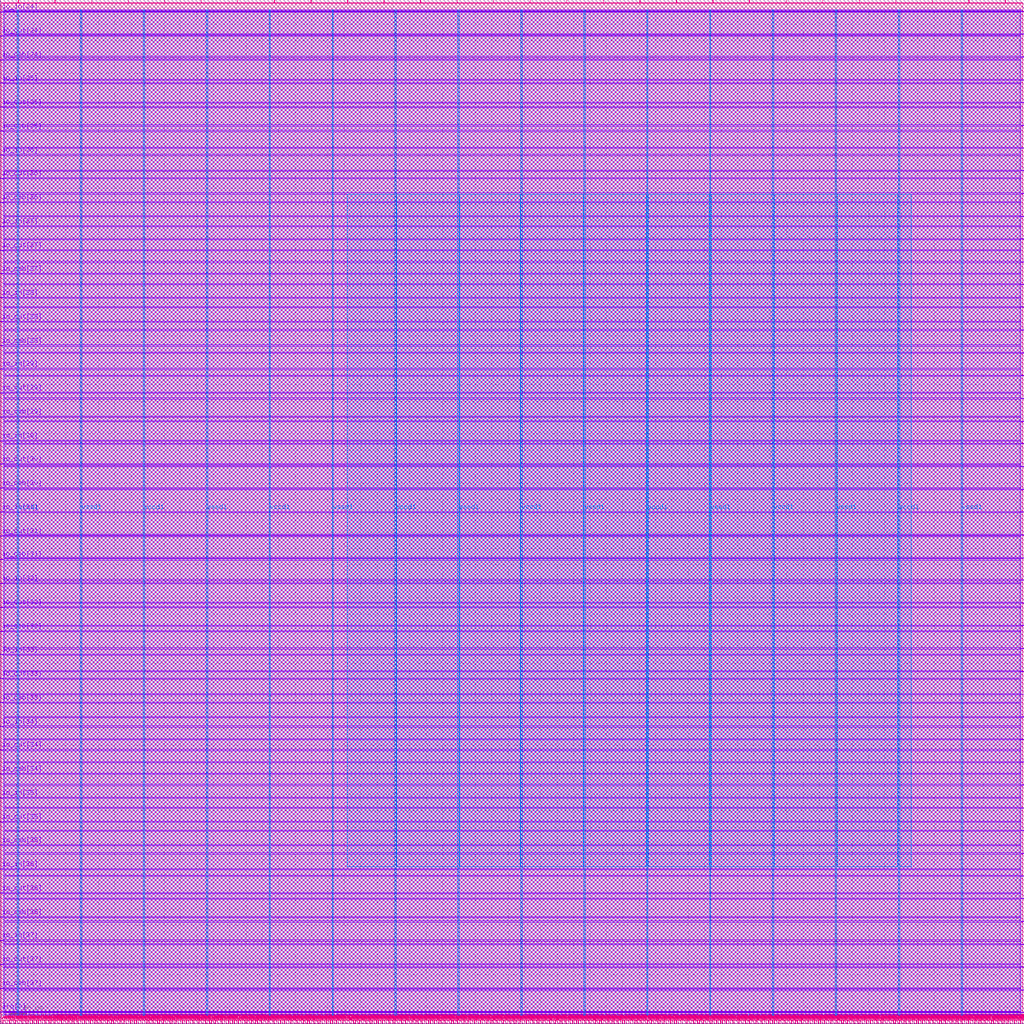
<source format=lef>
# Copyright 2020 The SkyWater PDK Authors
#
# Licensed under the Apache License, Version 2.0 (the "License");
# you may not use this file except in compliance with the License.
# You may obtain a copy of the License at
#
#     https://www.apache.org/licenses/LICENSE-2.0
#
# Unless required by applicable law or agreed to in writing, software
# distributed under the License is distributed on an "AS IS" BASIS,
# WITHOUT WARRANTIES OR CONDITIONS OF ANY KIND, either express or implied.
# See the License for the specific language governing permissions and
# limitations under the License.
#
# SPDX-License-Identifier: Apache-2.0

VERSION 5.7 ;

BUSBITCHARS "[]" ;
DIVIDERCHAR "/" ;

UNITS
  TIME NANOSECONDS 1 ;
  CAPACITANCE PICOFARADS 1 ;
  RESISTANCE OHMS 1 ;
  DATABASE MICRONS 1000 ;
END UNITS

MANUFACTURINGGRID 0.005 ;
USEMINSPACING OBS OFF ;

PROPERTYDEFINITIONS
  LAYER LEF58_TYPE STRING ;
END PROPERTYDEFINITIONS

# High density, single height
SITE unithd
  SYMMETRY Y ;
  CLASS CORE ;
  SIZE 0.46 BY 2.72 ;
END unithd

# High density, double height
SITE unithddbl
  SYMMETRY Y ;
  CLASS CORE ;
  SIZE 0.46 BY 5.44 ;
END unithddbl

LAYER nwell
  TYPE MASTERSLICE ;
  PROPERTY LEF58_TYPE "TYPE NWELL ;" ;
END nwell

LAYER pwell
  TYPE MASTERSLICE ;
  PROPERTY LEF58_TYPE "TYPE PWELL ;" ;
END pwell

LAYER li1
  TYPE ROUTING ;
  DIRECTION VERTICAL ;

  PITCH 0.46 0.34 ;
  OFFSET 0.23 0.17 ;

  WIDTH 0.17 ;          # LI 1
  # SPACING  0.17 ;     # LI 2
  SPACINGTABLE
     PARALLELRUNLENGTH 0
     WIDTH 0 0.17 ;
  AREA 0.0561 ;         # LI 6
  THICKNESS 0.1 ;
  EDGECAPACITANCE 40.697E-6 ;
  CAPACITANCE CPERSQDIST 36.9866E-6 ;
  RESISTANCE RPERSQ 12.2 ;

  ANTENNAMODEL OXIDE1 ;
  ANTENNADIFFSIDEAREARATIO PWL ( ( 0 75 ) ( 0.0125 75 ) ( 0.0225 85.125 ) ( 22.5 10200 ) ) ;
END li1

LAYER mcon
  TYPE CUT ;

  WIDTH 0.17 ;                # Mcon 1
  SPACING 0.19 ;              # Mcon 2
  ENCLOSURE BELOW 0 0 ;       # Mcon 4
  ENCLOSURE ABOVE 0.03 0.06 ; # Met1 4 / Met1 5

  ANTENNADIFFAREARATIO PWL ( ( 0 3 ) ( 0.0125 3 ) ( 0.0225 3.405 ) ( 22.5 408 ) ) ;
  DCCURRENTDENSITY AVERAGE 0.36 ; # mA per via Iavg_max at Tj = 90oC

END mcon

LAYER met1
  TYPE ROUTING ;
  DIRECTION HORIZONTAL ;

  PITCH 0.34 ;
  OFFSET 0.17 ;

  WIDTH 0.14 ;                     # Met1 1
  # SPACING 0.14 ;                 # Met1 2
  # SPACING 0.28 RANGE 3.001 100 ; # Met1 3b
  SPACINGTABLE
     PARALLELRUNLENGTH 0
     WIDTH 0 0.14
     WIDTH 3 0.28 ;
  AREA 0.083 ;                     # Met1 6
  THICKNESS 0.35 ;
  MINENCLOSEDAREA 0.14 ;

  ANTENNAMODEL OXIDE1 ;
  ANTENNADIFFSIDEAREARATIO PWL ( ( 0 400 ) ( 0.0125 400 ) ( 0.0225 2609 ) ( 22.5 11600 ) ) ;

  EDGECAPACITANCE 40.567E-6 ;
  CAPACITANCE CPERSQDIST 25.7784E-6 ;
  DCCURRENTDENSITY AVERAGE 2.8 ; # mA/um Iavg_max at Tj = 90oC
  ACCURRENTDENSITY RMS 6.1 ; # mA/um Irms_max at Tj = 90oC
  MAXIMUMDENSITY 70 ;
  DENSITYCHECKWINDOW 700 700 ;
  DENSITYCHECKSTEP 70 ;

  RESISTANCE RPERSQ 0.125 ;
END met1

LAYER via
  TYPE CUT ;
  WIDTH 0.15 ;                  # Via 1a
  SPACING 0.17 ;                # Via 2
  ENCLOSURE BELOW 0.055 0.085 ; # Via 4a / Via 5a
  ENCLOSURE ABOVE 0.055 0.085 ; # Met2 4 / Met2 5

  ANTENNADIFFAREARATIO PWL ( ( 0 6 ) ( 0.0125 6 ) ( 0.0225 6.81 ) ( 22.5 816 ) ) ;
  DCCURRENTDENSITY AVERAGE 0.29 ; # mA per via Iavg_max at Tj = 90oC
END via

LAYER met2
  TYPE ROUTING ;
  DIRECTION VERTICAL ;

  PITCH 0.46 ;
  OFFSET 0.23 ;

  WIDTH 0.14 ;                        # Met2 1
  # SPACING  0.14 ;                   # Met2 2
  # SPACING  0.28 RANGE 3.001 100 ;   # Met2 3b
  SPACINGTABLE
     PARALLELRUNLENGTH 0
     WIDTH 0 0.14
     WIDTH 3 0.28 ;
  AREA 0.0676 ;                       # Met2 6
  THICKNESS 0.35 ;
  MINENCLOSEDAREA 0.14 ;

  EDGECAPACITANCE 37.759E-6 ;
  CAPACITANCE CPERSQDIST 16.9423E-6 ;
  RESISTANCE RPERSQ 0.125 ;
  DCCURRENTDENSITY AVERAGE 2.8 ; # mA/um Iavg_max at Tj = 90oC
  ACCURRENTDENSITY RMS 6.1 ; # mA/um Irms_max at Tj = 90oC

  ANTENNAMODEL OXIDE1 ;
  ANTENNADIFFSIDEAREARATIO PWL ( ( 0 400 ) ( 0.0125 400 ) ( 0.0225 2609 ) ( 22.5 11600 ) ) ;

  MAXIMUMDENSITY 70 ;
  DENSITYCHECKWINDOW 700 700 ;
  DENSITYCHECKSTEP 70 ;
END met2

# ******** Layer via2, type routing, number 44 **************
LAYER via2
  TYPE CUT ;
  WIDTH 0.2 ;                   # Via2 1
  SPACING 0.2 ;                 # Via2 2
  ENCLOSURE BELOW 0.04 0.085 ;  # Via2 4
  ENCLOSURE ABOVE 0.065 0.065 ; # Met3 4
  ANTENNADIFFAREARATIO PWL ( ( 0 6 ) ( 0.0125 6 ) ( 0.0225 6.81 ) ( 22.5 816 ) ) ;
  DCCURRENTDENSITY AVERAGE 0.48 ; # mA per via Iavg_max at Tj = 90oC
END via2

LAYER met3
  TYPE ROUTING ;
  DIRECTION HORIZONTAL ;

  PITCH 0.68 ;
  OFFSET 0.34 ;

  WIDTH 0.3 ;              # Met3 1
  # SPACING 0.3 ;          # Met3 2
  SPACINGTABLE
     PARALLELRUNLENGTH 0
     WIDTH 0 0.3
     WIDTH 3 0.4 ;
  AREA 0.24 ;              # Met3 6
  THICKNESS 0.8 ;

  EDGECAPACITANCE 40.989E-6 ;
  CAPACITANCE CPERSQDIST 12.3729E-6 ;
  RESISTANCE RPERSQ 0.047 ;
  DCCURRENTDENSITY AVERAGE 6.8 ; # mA/um Iavg_max at Tj = 90oC
  ACCURRENTDENSITY RMS 14.9 ; # mA/um Irms_max at Tj = 90oC

  ANTENNAMODEL OXIDE1 ;
  ANTENNADIFFSIDEAREARATIO PWL ( ( 0 400 ) ( 0.0125 400 ) ( 0.0225 2609 ) ( 22.5 11600 ) ) ;

  MAXIMUMDENSITY 70 ;
  DENSITYCHECKWINDOW 700 700 ;
  DENSITYCHECKSTEP 70 ;
END met3

LAYER via3
  TYPE CUT ;
  WIDTH 0.2 ;                   # Via3 1
  SPACING 0.2 ;                 # Via3 2
  ENCLOSURE BELOW 0.06 0.09 ;   # Via3 4 / Via3 5
  ENCLOSURE ABOVE 0.065 0.065 ; # Met4 3
  ANTENNADIFFAREARATIO PWL ( ( 0 6 ) ( 0.0125 6 ) ( 0.0225 6.81 ) ( 22.5 816 ) ) ;
  DCCURRENTDENSITY AVERAGE 0.48 ; # mA per via Iavg_max at Tj = 90oC
END via3

LAYER met4
  TYPE ROUTING ;
  DIRECTION VERTICAL ;

  PITCH 0.92 ;
  OFFSET 0.46 ;

  WIDTH 0.3 ;             # Met4 1
  # SPACING  0.3 ;             # Met4 2
  SPACINGTABLE
     PARALLELRUNLENGTH 0
     WIDTH 0 0.3
     WIDTH 3 0.4 ;
  AREA 0.24 ;            # Met4 4a

  THICKNESS 0.8 ;

  EDGECAPACITANCE 36.676E-6 ;
  CAPACITANCE CPERSQDIST 8.41537E-6 ;
  RESISTANCE RPERSQ 0.047 ;
  DCCURRENTDENSITY AVERAGE 6.8 ; # mA/um Iavg_max at Tj = 90oC
  ACCURRENTDENSITY RMS 14.9 ; # mA/um Irms_max at Tj = 90oC

  ANTENNAMODEL OXIDE1 ;
  ANTENNADIFFSIDEAREARATIO PWL ( ( 0 400 ) ( 0.0125 400 ) ( 0.0225 2609 ) ( 22.5 11600 ) ) ;

  MAXIMUMDENSITY 70 ;
  DENSITYCHECKWINDOW 700 700 ;
  DENSITYCHECKSTEP 70 ;
END met4

LAYER via4
  TYPE CUT ;

  WIDTH 0.8 ;                 # Via4 1
  SPACING 0.8 ;               # Via4 2
  ENCLOSURE BELOW 0.19 0.19 ; # Via4 4
  ENCLOSURE ABOVE 0.31 0.31 ; # Met5 3
  ANTENNADIFFAREARATIO PWL ( ( 0 6 ) ( 0.0125 6 ) ( 0.0225 6.81 ) ( 22.5 816 ) ) ;
  DCCURRENTDENSITY AVERAGE 2.49 ; # mA per via Iavg_max at Tj = 90oC
END via4

LAYER met5
  TYPE ROUTING ;
  DIRECTION HORIZONTAL ;

  PITCH 3.4 ;
  OFFSET 1.7 ;

  WIDTH 1.6 ;            # Met5 1
  #SPACING  1.6 ;        # Met5 2
  SPACINGTABLE
     PARALLELRUNLENGTH 0
     WIDTH 0 1.6 ;
  AREA 4 ;               # Met5 4

  THICKNESS 1.2 ;

  EDGECAPACITANCE 38.851E-6 ;
  CAPACITANCE CPERSQDIST 6.32063E-6 ;
  RESISTANCE RPERSQ 0.0285 ;
  DCCURRENTDENSITY AVERAGE 10.17 ; # mA/um Iavg_max at Tj = 90oC
  ACCURRENTDENSITY RMS 22.34 ; # mA/um Irms_max at Tj = 90oC

  ANTENNAMODEL OXIDE1 ;
  ANTENNADIFFSIDEAREARATIO PWL ( ( 0 400 ) ( 0.0125 400 ) ( 0.0225 2609 ) ( 22.5 11600 ) ) ;
END met5


### Routing via cells section   ###
# Plus via rule, metals are along the prefered direction
VIA L1M1_PR DEFAULT
  LAYER mcon ;
  RECT -0.085 -0.085 0.085 0.085 ;
  LAYER li1 ;
  RECT -0.085 -0.085 0.085 0.085 ;
  LAYER met1 ;
  RECT -0.145 -0.115 0.145 0.115 ;
END L1M1_PR

VIARULE L1M1_PR GENERATE
  LAYER li1 ;
  ENCLOSURE 0 0 ;
  LAYER met1 ;
  ENCLOSURE 0.06 0.03 ;
  LAYER mcon ;
  RECT -0.085 -0.085 0.085 0.085 ;
  SPACING 0.36 BY 0.36 ;
END L1M1_PR

# Plus via rule, metals are along the non prefered direction
VIA L1M1_PR_R DEFAULT
  LAYER mcon ;
  RECT -0.085 -0.085 0.085 0.085 ;
  LAYER li1 ;
  RECT -0.085 -0.085 0.085 0.085 ;
  LAYER met1 ;
  RECT -0.115 -0.145 0.115 0.145 ;
END L1M1_PR_R

VIARULE L1M1_PR_R GENERATE
  LAYER li1 ;
  ENCLOSURE 0 0 ;
  LAYER met1 ;
  ENCLOSURE 0.03 0.06 ;
  LAYER mcon ;
  RECT -0.085 -0.085 0.085 0.085 ;
  SPACING 0.36 BY 0.36 ;
END L1M1_PR_R

# Minus via rule, lower layer metal is along prefered direction
VIA L1M1_PR_M DEFAULT
  LAYER mcon ;
  RECT -0.085 -0.085 0.085 0.085 ;
  LAYER li1 ;
  RECT -0.085 -0.085 0.085 0.085 ;
  LAYER met1 ;
  RECT -0.115 -0.145 0.115 0.145 ;
END L1M1_PR_M

VIARULE L1M1_PR_M GENERATE
  LAYER li1 ;
  ENCLOSURE 0 0 ;
  LAYER met1 ;
  ENCLOSURE 0.03 0.06 ;
  LAYER mcon ;
  RECT -0.085 -0.085 0.085 0.085 ;
  SPACING 0.36 BY 0.36 ;
END L1M1_PR_M

# Minus via rule, upper layer metal is along prefered direction
VIA L1M1_PR_MR DEFAULT
  LAYER mcon ;
  RECT -0.085 -0.085 0.085 0.085 ;
  LAYER li1 ;
  RECT -0.085 -0.085 0.085 0.085 ;
  LAYER met1 ;
  RECT -0.145 -0.115 0.145 0.115 ;
END L1M1_PR_MR

VIARULE L1M1_PR_MR GENERATE
  LAYER li1 ;
  ENCLOSURE 0 0 ;
  LAYER met1 ;
  ENCLOSURE 0.06 0.03 ;
  LAYER mcon ;
  RECT -0.085 -0.085 0.085 0.085 ;
  SPACING 0.36 BY 0.36 ;
END L1M1_PR_MR

# Centered via rule, we really do not want to use it
VIA L1M1_PR_C DEFAULT
  LAYER mcon ;
  RECT -0.085 -0.085 0.085 0.085 ;
  LAYER li1 ;
  RECT -0.085 -0.085 0.085 0.085 ;
  LAYER met1 ;
  RECT -0.145 -0.145 0.145 0.145 ;
END L1M1_PR_C

VIARULE L1M1_PR_C GENERATE
  LAYER li1 ;
  ENCLOSURE 0 0 ;
  LAYER met1 ;
  ENCLOSURE 0.06 0.06 ;
  LAYER mcon ;
  RECT -0.085 -0.085 0.085 0.085 ;
  SPACING 0.36 BY 0.36 ;
END L1M1_PR_C

# Plus via rule, metals are along the prefered direction
VIA M1M2_PR DEFAULT
  LAYER via ;
  RECT -0.075 -0.075 0.075 0.075 ;
  LAYER met1 ;
  RECT -0.16 -0.13 0.16 0.13 ;
  LAYER met2 ;
  RECT -0.13 -0.16 0.13 0.16 ;
END M1M2_PR

VIARULE M1M2_PR GENERATE
  LAYER met1 ;
  ENCLOSURE 0.085 0.055 ;
  LAYER met2 ;
  ENCLOSURE 0.055 0.085 ;
  LAYER via ;
  RECT -0.075 -0.075 0.075 0.075 ;
  SPACING 0.32 BY 0.32 ;
END M1M2_PR

# Plus via rule, metals are along the non prefered direction
VIA M1M2_PR_R DEFAULT
  LAYER via ;
  RECT -0.075 -0.075 0.075 0.075 ;
  LAYER met1 ;
  RECT -0.13 -0.16 0.13 0.16 ;
  LAYER met2 ;
  RECT -0.16 -0.13 0.16 0.13 ;
END M1M2_PR_R

VIARULE M1M2_PR_R GENERATE
  LAYER met1 ;
  ENCLOSURE 0.055 0.085 ;
  LAYER met2 ;
  ENCLOSURE 0.085 0.055 ;
  LAYER via ;
  RECT -0.075 -0.075 0.075 0.075 ;
  SPACING 0.32 BY 0.32 ;
END M1M2_PR_R

# Minus via rule, lower layer metal is along prefered direction
VIA M1M2_PR_M DEFAULT
  LAYER via ;
  RECT -0.075 -0.075 0.075 0.075 ;
  LAYER met1 ;
  RECT -0.16 -0.13 0.16 0.13 ;
  LAYER met2 ;
  RECT -0.16 -0.13 0.16 0.13 ;
END M1M2_PR_M

VIARULE M1M2_PR_M GENERATE
  LAYER met1 ;
  ENCLOSURE 0.085 0.055 ;
  LAYER met2 ;
  ENCLOSURE 0.085 0.055 ;
  LAYER via ;
  RECT -0.075 -0.075 0.075 0.075 ;
  SPACING 0.32 BY 0.32 ;
END M1M2_PR_M

# Minus via rule, upper layer metal is along prefered direction
VIA M1M2_PR_MR DEFAULT
  LAYER via ;
  RECT -0.075 -0.075 0.075 0.075 ;
  LAYER met1 ;
  RECT -0.13 -0.16 0.13 0.16 ;
  LAYER met2 ;
  RECT -0.13 -0.16 0.13 0.16 ;
END M1M2_PR_MR

VIARULE M1M2_PR_MR GENERATE
  LAYER met1 ;
  ENCLOSURE 0.055 0.085 ;
  LAYER met2 ;
  ENCLOSURE 0.055 0.085 ;
  LAYER via ;
  RECT -0.075 -0.075 0.075 0.075 ;
  SPACING 0.32 BY 0.32 ;
END M1M2_PR_MR

# Centered via rule, we really do not want to use it
VIA M1M2_PR_C DEFAULT
  LAYER via ;
  RECT -0.075 -0.075 0.075 0.075 ;
  LAYER met1 ;
  RECT -0.16 -0.16 0.16 0.16 ;
  LAYER met2 ;
  RECT -0.16 -0.16 0.16 0.16 ;
END M1M2_PR_C

VIARULE M1M2_PR_C GENERATE
  LAYER met1 ;
  ENCLOSURE 0.085 0.085 ;
  LAYER met2 ;
  ENCLOSURE 0.085 0.085 ;
  LAYER via ;
  RECT -0.075 -0.075 0.075 0.075 ;
  SPACING 0.32 BY 0.32 ;
END M1M2_PR_C

# Plus via rule, metals are along the prefered direction
VIA M2M3_PR DEFAULT
  LAYER via2 ;
  RECT -0.1 -0.1 0.1 0.1 ;
  LAYER met2 ;
  RECT -0.14 -0.185 0.14 0.185 ;
  LAYER met3 ;
  RECT -0.165 -0.165 0.165 0.165 ;
END M2M3_PR

VIARULE M2M3_PR GENERATE
  LAYER met2 ;
  ENCLOSURE 0.04 0.085 ;
  LAYER met3 ;
  ENCLOSURE 0.065 0.065 ;
  LAYER via2 ;
  RECT -0.1 -0.1 0.1 0.1 ;
  SPACING 0.4 BY 0.4 ;
END M2M3_PR

# Plus via rule, metals are along the non prefered direction
VIA M2M3_PR_R DEFAULT
  LAYER via2 ;
  RECT -0.1 -0.1 0.1 0.1 ;
  LAYER met2 ;
  RECT -0.185 -0.14 0.185 0.14 ;
  LAYER met3 ;
  RECT -0.165 -0.165 0.165 0.165 ;
END M2M3_PR_R

VIARULE M2M3_PR_R GENERATE
  LAYER met2 ;
  ENCLOSURE 0.085 0.04 ;
  LAYER met3 ;
  ENCLOSURE 0.065 0.065 ;
  LAYER via2 ;
  RECT -0.1 -0.1 0.1 0.1 ;
  SPACING 0.4 BY 0.4 ;
END M2M3_PR_R

# Minus via rule, lower layer metal is along prefered direction
VIA M2M3_PR_M DEFAULT
  LAYER via2 ;
  RECT -0.1 -0.1 0.1 0.1 ;
  LAYER met2 ;
  RECT -0.14 -0.185 0.14 0.185 ;
  LAYER met3 ;
  RECT -0.165 -0.165 0.165 0.165 ;
END M2M3_PR_M

VIARULE M2M3_PR_M GENERATE
  LAYER met2 ;
  ENCLOSURE 0.04 0.085 ;
  LAYER met3 ;
  ENCLOSURE 0.065 0.065 ;
  LAYER via2 ;
  RECT -0.1 -0.1 0.1 0.1 ;
  SPACING 0.4 BY 0.4 ;
END M2M3_PR_M

# Minus via rule, upper layer metal is along prefered direction
VIA M2M3_PR_MR DEFAULT
  LAYER via2 ;
  RECT -0.1 -0.1 0.1 0.1 ;
  LAYER met2 ;
  RECT -0.185 -0.14 0.185 0.14 ;
  LAYER met3 ;
  RECT -0.165 -0.165 0.165 0.165 ;
END M2M3_PR_MR

VIARULE M2M3_PR_MR GENERATE
  LAYER met2 ;
  ENCLOSURE 0.085 0.04 ;
  LAYER met3 ;
  ENCLOSURE 0.065 0.065 ;
  LAYER via2 ;
  RECT -0.1 -0.1 0.1 0.1 ;
  SPACING 0.4 BY 0.4 ;
END M2M3_PR_MR

# Centered via rule, we really do not want to use it
VIA M2M3_PR_C DEFAULT
  LAYER via2 ;
  RECT -0.1 -0.1 0.1 0.1 ;
  LAYER met2 ;
  RECT -0.185 -0.185 0.185 0.185 ;
  LAYER met3 ;
  RECT -0.165 -0.165 0.165 0.165 ;
END M2M3_PR_C

VIARULE M2M3_PR_C GENERATE
  LAYER met2 ;
  ENCLOSURE 0.085 0.085 ;
  LAYER met3 ;
  ENCLOSURE 0.065 0.065 ;
  LAYER via2 ;
  RECT -0.1 -0.1 0.1 0.1 ;
  SPACING 0.4 BY 0.4 ;
END M2M3_PR_C

# Plus via rule, metals are along the prefered direction
VIA M3M4_PR DEFAULT
  LAYER via3 ;
  RECT -0.1 -0.1 0.1 0.1 ;
  LAYER met3 ;
  RECT -0.19 -0.16 0.19 0.16 ;
  LAYER met4 ;
  RECT -0.165 -0.165 0.165 0.165 ;
END M3M4_PR

VIARULE M3M4_PR GENERATE
  LAYER met3 ;
  ENCLOSURE 0.09 0.06 ;
  LAYER met4 ;
  ENCLOSURE 0.065 0.065 ;
  LAYER via3 ;
  RECT -0.1 -0.1 0.1 0.1 ;
  SPACING 0.4 BY 0.4 ;
END M3M4_PR

# Plus via rule, metals are along the non prefered direction
VIA M3M4_PR_R DEFAULT
  LAYER via3 ;
  RECT -0.1 -0.1 0.1 0.1 ;
  LAYER met3 ;
  RECT -0.16 -0.19 0.16 0.19 ;
  LAYER met4 ;
  RECT -0.165 -0.165 0.165 0.165 ;
END M3M4_PR_R

VIARULE M3M4_PR_R GENERATE
  LAYER met3 ;
  ENCLOSURE 0.06 0.09 ;
  LAYER met4 ;
  ENCLOSURE 0.065 0.065 ;
  LAYER via3 ;
  RECT -0.1 -0.1 0.1 0.1 ;
  SPACING 0.4 BY 0.4 ;
END M3M4_PR_R

# Minus via rule, lower layer metal is along prefered direction
VIA M3M4_PR_M DEFAULT
  LAYER via3 ;
  RECT -0.1 -0.1 0.1 0.1 ;
  LAYER met3 ;
  RECT -0.19 -0.16 0.19 0.16 ;
  LAYER met4 ;
  RECT -0.165 -0.165 0.165 0.165 ;
END M3M4_PR_M

VIARULE M3M4_PR_M GENERATE
  LAYER met3 ;
  ENCLOSURE 0.09 0.06 ;
  LAYER met4 ;
  ENCLOSURE 0.065 0.065 ;
  LAYER via3 ;
  RECT -0.1 -0.1 0.1 0.1 ;
  SPACING 0.4 BY 0.4 ;
END M3M4_PR_M

# Minus via rule, upper layer metal is along prefered direction
VIA M3M4_PR_MR DEFAULT
  LAYER via3 ;
  RECT -0.1 -0.1 0.1 0.1 ;
  LAYER met3 ;
  RECT -0.16 -0.19 0.16 0.19 ;
  LAYER met4 ;
  RECT -0.165 -0.165 0.165 0.165 ;
END M3M4_PR_MR

VIARULE M3M4_PR_MR GENERATE
  LAYER met3 ;
  ENCLOSURE 0.06 0.09 ;
  LAYER met4 ;
  ENCLOSURE 0.065 0.065 ;
  LAYER via3 ;
  RECT -0.1 -0.1 0.1 0.1 ;
  SPACING 0.4 BY 0.4 ;
END M3M4_PR_MR

# Centered via rule, we really do not want to use it
VIA M3M4_PR_C DEFAULT
  LAYER via3 ;
  RECT -0.1 -0.1 0.1 0.1 ;
  LAYER met3 ;
  RECT -0.19 -0.19 0.19 0.19 ;
  LAYER met4 ;
  RECT -0.165 -0.165 0.165 0.165 ;
END M3M4_PR_C

VIARULE M3M4_PR_C GENERATE
  LAYER met3 ;
  ENCLOSURE 0.09 0.09 ;
  LAYER met4 ;
  ENCLOSURE 0.065 0.065 ;
  LAYER via3 ;
  RECT -0.1 -0.1 0.1 0.1 ;
  SPACING 0.4 BY 0.4 ;
END M3M4_PR_C

# Plus via rule, metals are along the prefered direction
VIA M4M5_PR DEFAULT
  LAYER via4 ;
  RECT -0.4 -0.4 0.4 0.4 ;
  LAYER met4 ;
  RECT -0.59 -0.59 0.59 0.59 ;
  LAYER met5 ;
  RECT -0.71 -0.71 0.71 0.71 ;
END M4M5_PR

VIARULE M4M5_PR GENERATE
  LAYER met4 ;
  ENCLOSURE 0.19 0.19 ;
  LAYER met5 ;
  ENCLOSURE 0.31 0.31 ;
  LAYER via4 ;
  RECT -0.4 -0.4 0.4 0.4 ;
  SPACING 1.6 BY 1.6 ;
END M4M5_PR

# Plus via rule, metals are along the non prefered direction
VIA M4M5_PR_R DEFAULT
  LAYER via4 ;
  RECT -0.4 -0.4 0.4 0.4 ;
  LAYER met4 ;
  RECT -0.59 -0.59 0.59 0.59 ;
  LAYER met5 ;
  RECT -0.71 -0.71 0.71 0.71 ;
END M4M5_PR_R

VIARULE M4M5_PR_R GENERATE
  LAYER met4 ;
  ENCLOSURE 0.19 0.19 ;
  LAYER met5 ;
  ENCLOSURE 0.31 0.31 ;
  LAYER via4 ;
  RECT -0.4 -0.4 0.4 0.4 ;
  SPACING 1.6 BY 1.6 ;
END M4M5_PR_R

# Minus via rule, lower layer metal is along prefered direction
VIA M4M5_PR_M DEFAULT
  LAYER via4 ;
  RECT -0.4 -0.4 0.4 0.4 ;
  LAYER met4 ;
  RECT -0.59 -0.59 0.59 0.59 ;
  LAYER met5 ;
  RECT -0.71 -0.71 0.71 0.71 ;
END M4M5_PR_M

VIARULE M4M5_PR_M GENERATE
  LAYER met4 ;
  ENCLOSURE 0.19 0.19 ;
  LAYER met5 ;
  ENCLOSURE 0.31 0.31 ;
  LAYER via4 ;
  RECT -0.4 -0.4 0.4 0.4 ;
  SPACING 1.6 BY 1.6 ;
END M4M5_PR_M

# Minus via rule, upper layer metal is along prefered direction
VIA M4M5_PR_MR DEFAULT
  LAYER via4 ;
  RECT -0.4 -0.4 0.4 0.4 ;
  LAYER met4 ;
  RECT -0.59 -0.59 0.59 0.59 ;
  LAYER met5 ;
  RECT -0.71 -0.71 0.71 0.71 ;
END M4M5_PR_MR

VIARULE M4M5_PR_MR GENERATE
  LAYER met4 ;
  ENCLOSURE 0.19 0.19 ;
  LAYER met5 ;
  ENCLOSURE 0.31 0.31 ;
  LAYER via4 ;
  RECT -0.4 -0.4 0.4 0.4 ;
  SPACING 1.6 BY 1.6 ;
END M4M5_PR_MR

# Centered via rule, we really do not want to use it
VIA M4M5_PR_C DEFAULT
  LAYER via4 ;
  RECT -0.4 -0.4 0.4 0.4 ;
  LAYER met4 ;
  RECT -0.59 -0.59 0.59 0.59 ;
  LAYER met5 ;
  RECT -0.71 -0.71 0.71 0.71 ;
END M4M5_PR_C

VIARULE M4M5_PR_C GENERATE
  LAYER met4 ;
  ENCLOSURE 0.19 0.19 ;
  LAYER met5 ;
  ENCLOSURE 0.31 0.31 ;
  LAYER via4 ;
  RECT -0.4 -0.4 0.4 0.4 ;
  SPACING 1.6 BY 1.6 ;
END M4M5_PR_C
###  end of single via cells   ###


MACRO sky130_ef_sc_hd__decap_12
  CLASS BLOCK ;
  FOREIGN sky130_ef_sc_hd__decap_12 ;
  ORIGIN 0.000 0.000 ;
  SIZE 5.520 BY 2.720 ;
  PIN VGND
    DIRECTION INPUT ;
    USE GROUND ;
    PORT
      LAYER met1 ;
        RECT 0.000 -0.240 5.520 0.240 ;
    END
  END VGND
  PIN VPWR
    DIRECTION INPUT ;
    USE POWER ;
    PORT
      LAYER met1 ;
        RECT 0.000 2.480 5.520 2.960 ;
    END
  END VPWR
  PIN VPB
    DIRECTION INPUT ;
    USE POWER ;
    PORT
      LAYER nwell ;
        RECT -0.190 1.305 5.710 2.910 ;
    END
  END VPB
  PIN VNB
    DIRECTION INPUT ;
    USE GROUND ;
    PORT
      LAYER pwell ;
        RECT 0.005 0.105 5.515 0.915 ;
        RECT 0.145 -0.085 0.315 0.105 ;
    END
  END VNB
  OBS
      LAYER li1 ;
        RECT 0.000 2.635 5.520 2.805 ;
        RECT 0.085 2.200 5.430 2.635 ;
        RECT 1.670 0.630 2.010 1.460 ;
        RECT 3.490 0.950 3.840 2.200 ;
        RECT 0.085 0.085 5.430 0.630 ;
        RECT 0.000 -0.085 5.520 0.085 ;
      LAYER mcon ;
        RECT 0.145 2.635 0.315 2.805 ;
        RECT 0.605 2.635 0.775 2.805 ;
        RECT 1.065 2.635 1.235 2.805 ;
        RECT 1.525 2.635 1.695 2.805 ;
        RECT 1.985 2.635 2.155 2.805 ;
        RECT 2.445 2.635 2.615 2.805 ;
        RECT 2.905 2.635 3.075 2.805 ;
        RECT 3.365 2.635 3.535 2.805 ;
        RECT 3.825 2.635 3.995 2.805 ;
        RECT 4.285 2.635 4.455 2.805 ;
        RECT 4.745 2.635 4.915 2.805 ;
        RECT 5.205 2.635 5.375 2.805 ;
        RECT 0.145 -0.085 0.315 0.085 ;
        RECT 0.605 -0.085 0.775 0.085 ;
        RECT 1.065 -0.085 1.235 0.085 ;
        RECT 1.525 -0.085 1.695 0.085 ;
        RECT 1.985 -0.085 2.155 0.085 ;
        RECT 2.445 -0.085 2.615 0.085 ;
        RECT 2.905 -0.085 3.075 0.085 ;
        RECT 3.365 -0.085 3.535 0.085 ;
        RECT 3.825 -0.085 3.995 0.085 ;
        RECT 4.285 -0.085 4.455 0.085 ;
        RECT 4.745 -0.085 4.915 0.085 ;
        RECT 5.205 -0.085 5.375 0.085 ;
  END
END sky130_ef_sc_hd__decap_12
MACRO sky130_ef_sc_hd__fakediode_2
  CLASS CORE SPACER ;
  FOREIGN sky130_ef_sc_hd__fakediode_2 ;
  ORIGIN 0.000 0.000 ;
  SIZE 0.920 BY 2.720 ;
  SYMMETRY X Y R90 ;
  SITE unithd ;
  PIN DIODE
    DIRECTION INPUT ;
    USE SIGNAL ;
    PORT
      LAYER li1 ;
        RECT 0.085 0.255 0.835 2.465 ;
    END
  END DIODE
  PIN VGND
    DIRECTION INOUT ;
    USE GROUND ;
    SHAPE ABUTMENT ;
    PORT
      LAYER met1 ;
        RECT 0.000 -0.240 0.920 0.240 ;
    END
  END VGND
  PIN VPWR
    DIRECTION INOUT ;
    USE POWER ;
    SHAPE ABUTMENT ;
    PORT
      LAYER met1 ;
        RECT 0.000 2.480 0.920 2.960 ;
    END
  END VPWR
  PIN VPB
    DIRECTION INOUT ;
    USE POWER ;
    PORT
      LAYER nwell ;
        RECT -0.190 1.305 1.110 2.910 ;
    END
  END VPB
  PIN VNB
    DIRECTION INOUT ;
    USE GROUND ;
    PORT
      LAYER pwell ;
        RECT 0.025 0.065 0.915 1.015 ;
        RECT 0.145 -0.085 0.315 0.065 ;
    END
  END VNB
  OBS
      LAYER li1 ;
        RECT 0.000 2.635 0.920 2.805 ;
        RECT 0.000 -0.085 0.920 0.085 ;
      LAYER mcon ;
        RECT 0.145 2.635 0.315 2.805 ;
        RECT 0.605 2.635 0.775 2.805 ;
        RECT 0.145 -0.085 0.315 0.085 ;
        RECT 0.605 -0.085 0.775 0.085 ;
  END
END sky130_ef_sc_hd__fakediode_2
MACRO sky130_ef_sc_hd__fill_8
  CLASS CORE SPACER ;
  FOREIGN sky130_ef_sc_hd__fill_8 ;
  ORIGIN 0.000 0.000 ;
  SIZE 3.680 BY 2.720 ;
  SYMMETRY X Y R90 ;
  SITE unithd ;
  PIN VGND
    DIRECTION INOUT ;
    USE GROUND ;
    SHAPE ABUTMENT ;
    PORT
      LAYER met1 ;
        RECT 0.000 -0.240 3.680 0.240 ;
    END
  END VGND
  PIN VPWR
    DIRECTION INOUT ;
    USE POWER ;
    SHAPE ABUTMENT ;
    PORT
      LAYER met1 ;
        RECT 0.000 2.480 3.680 2.960 ;
    END
  END VPWR
  PIN VPB
    PORT
      LAYER nwell ;
        RECT -0.190 1.305 3.870 2.910 ;
    END
  END VPB
  PIN VNB
    PORT
      LAYER pwell ;
        RECT 0.025 0.065 3.655 1.015 ;
        RECT 0.130 -0.120 0.350 0.065 ;
    END
  END VNB
  OBS
      LAYER li1 ;
        RECT 0.000 2.635 3.680 2.805 ;
        RECT 0.000 -0.085 3.680 0.085 ;
      LAYER mcon ;
        RECT 0.145 2.635 0.315 2.805 ;
        RECT 0.605 2.635 0.775 2.805 ;
        RECT 1.065 2.635 1.235 2.805 ;
        RECT 1.525 2.635 1.695 2.805 ;
        RECT 1.985 2.635 2.155 2.805 ;
        RECT 2.445 2.635 2.615 2.805 ;
        RECT 2.905 2.635 3.075 2.805 ;
        RECT 3.365 2.635 3.535 2.805 ;
        RECT 0.145 -0.085 0.315 0.085 ;
        RECT 0.605 -0.085 0.775 0.085 ;
        RECT 1.065 -0.085 1.235 0.085 ;
        RECT 1.525 -0.085 1.695 0.085 ;
        RECT 1.985 -0.085 2.155 0.085 ;
        RECT 2.445 -0.085 2.615 0.085 ;
        RECT 2.905 -0.085 3.075 0.085 ;
        RECT 3.365 -0.085 3.535 0.085 ;
  END
END sky130_ef_sc_hd__fill_8
MACRO sky130_ef_sc_hd__fill_12
  CLASS CORE ;
  FOREIGN sky130_ef_sc_hd__fill_12 ;
  ORIGIN 0.000 0.000 ;
  SIZE 5.520 BY 2.720 ;
  SYMMETRY X Y R90 ;
  SITE unithd ;
  OBS
      LAYER nwell ;
        RECT -0.190 1.305 5.710 2.910 ;
      LAYER pwell ;
        RECT 0.005 0.105 2.755 0.915 ;
        RECT 0.145 -0.085 0.315 0.105 ;
        RECT 2.935 -0.060 3.045 0.060 ;
        RECT 4.755 -0.050 4.915 0.060 ;
      LAYER li1 ;
        RECT 0.000 2.635 5.520 2.805 ;
        RECT 0.085 1.545 2.675 2.635 ;
        RECT 0.085 0.855 1.295 1.375 ;
        RECT 1.465 1.025 2.675 1.545 ;
        RECT 0.085 0.085 2.675 0.855 ;
        RECT 0.000 -0.085 5.520 0.085 ;
      LAYER mcon ;
        RECT 0.145 2.635 0.315 2.805 ;
        RECT 0.605 2.635 0.775 2.805 ;
        RECT 1.065 2.635 1.235 2.805 ;
        RECT 1.525 2.635 1.695 2.805 ;
        RECT 1.985 2.635 2.155 2.805 ;
        RECT 2.445 2.635 2.615 2.805 ;
        RECT 2.905 2.635 3.075 2.805 ;
        RECT 3.365 2.635 3.535 2.805 ;
        RECT 3.825 2.635 3.995 2.805 ;
        RECT 4.285 2.635 4.455 2.805 ;
        RECT 4.745 2.635 4.915 2.805 ;
        RECT 5.205 2.635 5.375 2.805 ;
        RECT 0.145 -0.085 0.315 0.085 ;
        RECT 0.605 -0.085 0.775 0.085 ;
        RECT 1.065 -0.085 1.235 0.085 ;
        RECT 1.525 -0.085 1.695 0.085 ;
        RECT 1.985 -0.085 2.155 0.085 ;
        RECT 2.445 -0.085 2.615 0.085 ;
        RECT 2.905 -0.085 3.075 0.085 ;
        RECT 3.365 -0.085 3.535 0.085 ;
        RECT 3.825 -0.085 3.995 0.085 ;
        RECT 4.285 -0.085 4.455 0.085 ;
        RECT 4.745 -0.085 4.915 0.085 ;
        RECT 5.205 -0.085 5.375 0.085 ;
      LAYER met1 ;
        RECT 0.000 2.480 5.520 2.960 ;
        RECT 0.000 -0.240 5.520 0.240 ;
  END
END sky130_ef_sc_hd__fill_12
MACRO sky130_fd_sc_hd__a2bb2o_1
  CLASS CORE ;
  FOREIGN sky130_fd_sc_hd__a2bb2o_1 ;
  ORIGIN 0.000 0.000 ;
  SIZE 3.680 BY 2.720 ;
  SYMMETRY X Y R90 ;
  SITE unithd ;
  PIN A1_N
    DIRECTION INPUT ;
    USE SIGNAL ;
    ANTENNAGATEAREA 0.126000 ;
    PORT
      LAYER li1 ;
        RECT 0.910 0.995 1.240 1.615 ;
    END
  END A1_N
  PIN A2_N
    DIRECTION INPUT ;
    USE SIGNAL ;
    ANTENNAGATEAREA 0.126000 ;
    PORT
      LAYER li1 ;
        RECT 1.410 0.995 1.700 1.375 ;
    END
  END A2_N
  PIN B1
    DIRECTION INPUT ;
    USE SIGNAL ;
    ANTENNAGATEAREA 0.126000 ;
    PORT
      LAYER li1 ;
        RECT 3.280 0.765 3.540 1.655 ;
    END
  END B1
  PIN B2
    DIRECTION INPUT ;
    USE SIGNAL ;
    ANTENNAGATEAREA 0.126000 ;
    PORT
      LAYER li1 ;
        RECT 2.600 1.355 3.080 1.655 ;
        RECT 2.820 0.765 3.080 1.355 ;
    END
  END B2
  PIN VGND
    DIRECTION INOUT ;
    USE GROUND ;
    SHAPE ABUTMENT ;
    PORT
      LAYER met1 ;
        RECT 0.000 -0.240 3.680 0.240 ;
    END
  END VGND
  PIN VNB
    DIRECTION INOUT ;
    USE GROUND ;
    PORT
      LAYER pwell ;
        RECT 0.005 0.785 0.925 1.015 ;
        RECT 0.005 0.105 3.590 0.785 ;
        RECT 0.150 -0.085 0.320 0.105 ;
    END
  END VNB
  PIN VPB
    DIRECTION INOUT ;
    USE POWER ;
    PORT
      LAYER nwell ;
        RECT -0.190 1.305 3.870 2.910 ;
    END
  END VPB
  PIN VPWR
    DIRECTION INOUT ;
    USE POWER ;
    SHAPE ABUTMENT ;
    PORT
      LAYER met1 ;
        RECT 0.000 2.480 3.680 2.960 ;
    END
  END VPWR
  PIN X
    DIRECTION OUTPUT ;
    USE SIGNAL ;
    ANTENNADIFFAREA 0.429000 ;
    PORT
      LAYER li1 ;
        RECT 0.085 1.525 0.345 2.465 ;
        RECT 0.085 0.810 0.260 1.525 ;
        RECT 0.085 0.255 0.345 0.810 ;
    END
  END X
  OBS
      LAYER li1 ;
        RECT 0.000 2.635 3.680 2.805 ;
        RECT 0.515 2.235 0.845 2.635 ;
        RECT 1.990 2.370 2.245 2.465 ;
        RECT 1.105 2.200 2.245 2.370 ;
        RECT 2.415 2.255 2.745 2.425 ;
        RECT 1.105 1.975 1.275 2.200 ;
        RECT 0.515 1.805 1.275 1.975 ;
        RECT 1.990 2.065 2.245 2.200 ;
        RECT 0.515 1.325 0.685 1.805 ;
        RECT 1.540 1.715 1.710 1.905 ;
        RECT 1.990 1.895 2.400 2.065 ;
        RECT 1.540 1.545 2.060 1.715 ;
        RECT 0.430 0.995 0.685 1.325 ;
        RECT 1.890 0.825 2.060 1.545 ;
        RECT 1.180 0.655 2.060 0.825 ;
        RECT 2.230 0.870 2.400 1.895 ;
        RECT 2.575 2.005 2.745 2.255 ;
        RECT 2.915 2.175 3.165 2.635 ;
        RECT 3.335 2.005 3.515 2.465 ;
        RECT 2.575 1.835 3.515 2.005 ;
        RECT 2.230 0.700 2.580 0.870 ;
        RECT 0.515 0.085 0.945 0.530 ;
        RECT 1.180 0.255 1.350 0.655 ;
        RECT 1.520 0.085 2.240 0.485 ;
        RECT 2.410 0.255 2.580 0.700 ;
        RECT 3.155 0.085 3.555 0.595 ;
        RECT 0.000 -0.085 3.680 0.085 ;
      LAYER mcon ;
        RECT 0.145 2.635 0.315 2.805 ;
        RECT 0.605 2.635 0.775 2.805 ;
        RECT 1.065 2.635 1.235 2.805 ;
        RECT 1.525 2.635 1.695 2.805 ;
        RECT 1.985 2.635 2.155 2.805 ;
        RECT 2.445 2.635 2.615 2.805 ;
        RECT 2.905 2.635 3.075 2.805 ;
        RECT 3.365 2.635 3.535 2.805 ;
        RECT 0.145 -0.085 0.315 0.085 ;
        RECT 0.605 -0.085 0.775 0.085 ;
        RECT 1.065 -0.085 1.235 0.085 ;
        RECT 1.525 -0.085 1.695 0.085 ;
        RECT 1.985 -0.085 2.155 0.085 ;
        RECT 2.445 -0.085 2.615 0.085 ;
        RECT 2.905 -0.085 3.075 0.085 ;
        RECT 3.365 -0.085 3.535 0.085 ;
  END
END sky130_fd_sc_hd__a2bb2o_1
MACRO sky130_fd_sc_hd__a2bb2o_2
  CLASS CORE ;
  FOREIGN sky130_fd_sc_hd__a2bb2o_2 ;
  ORIGIN 0.000 0.000 ;
  SIZE 4.140 BY 2.720 ;
  SYMMETRY X Y R90 ;
  SITE unithd ;
  PIN A1_N
    DIRECTION INPUT ;
    USE SIGNAL ;
    ANTENNAGATEAREA 0.159000 ;
    PORT
      LAYER li1 ;
        RECT 1.345 0.995 1.675 1.615 ;
    END
  END A1_N
  PIN A2_N
    DIRECTION INPUT ;
    USE SIGNAL ;
    ANTENNAGATEAREA 0.159000 ;
    PORT
      LAYER li1 ;
        RECT 1.845 0.995 2.135 1.375 ;
    END
  END A2_N
  PIN B1
    DIRECTION INPUT ;
    USE SIGNAL ;
    ANTENNAGATEAREA 0.159000 ;
    PORT
      LAYER li1 ;
        RECT 3.730 0.765 3.990 1.655 ;
    END
  END B1
  PIN B2
    DIRECTION INPUT ;
    USE SIGNAL ;
    ANTENNAGATEAREA 0.159000 ;
    PORT
      LAYER li1 ;
        RECT 3.050 1.355 3.530 1.655 ;
        RECT 3.270 0.765 3.530 1.355 ;
    END
  END B2
  PIN VGND
    DIRECTION INOUT ;
    USE GROUND ;
    SHAPE ABUTMENT ;
    PORT
      LAYER met1 ;
        RECT 0.000 -0.240 4.140 0.240 ;
    END
  END VGND
  PIN VNB
    DIRECTION INOUT ;
    USE GROUND ;
    PORT
      LAYER pwell ;
        RECT 0.015 0.785 1.360 1.015 ;
        RECT 0.015 0.105 4.040 0.785 ;
        RECT 0.125 -0.085 0.295 0.105 ;
    END
  END VNB
  PIN VPB
    DIRECTION INOUT ;
    USE POWER ;
    PORT
      LAYER nwell ;
        RECT -0.190 1.305 4.330 2.910 ;
    END
  END VPB
  PIN VPWR
    DIRECTION INOUT ;
    USE POWER ;
    SHAPE ABUTMENT ;
    PORT
      LAYER met1 ;
        RECT 0.000 2.480 4.140 2.960 ;
    END
  END VPWR
  PIN X
    DIRECTION OUTPUT ;
    USE SIGNAL ;
    ANTENNADIFFAREA 0.445500 ;
    PORT
      LAYER li1 ;
        RECT 0.525 1.525 0.780 2.465 ;
        RECT 0.525 0.810 0.695 1.525 ;
        RECT 0.525 0.255 0.780 0.810 ;
    END
  END X
  OBS
      LAYER li1 ;
        RECT 0.000 2.635 4.140 2.805 ;
        RECT 0.185 1.445 0.355 2.635 ;
        RECT 0.950 2.235 1.280 2.635 ;
        RECT 2.500 2.370 2.670 2.465 ;
        RECT 1.540 2.200 2.670 2.370 ;
        RECT 2.875 2.255 3.205 2.425 ;
        RECT 1.540 1.975 1.710 2.200 ;
        RECT 0.950 1.805 1.710 1.975 ;
        RECT 2.440 2.065 2.670 2.200 ;
        RECT 0.950 1.325 1.120 1.805 ;
        RECT 1.975 1.715 2.145 1.905 ;
        RECT 2.440 1.895 2.850 2.065 ;
        RECT 1.975 1.545 2.510 1.715 ;
        RECT 0.865 0.995 1.120 1.325 ;
        RECT 0.185 0.085 0.355 0.930 ;
        RECT 2.340 0.825 2.510 1.545 ;
        RECT 1.615 0.655 2.510 0.825 ;
        RECT 2.680 0.870 2.850 1.895 ;
        RECT 3.035 2.005 3.205 2.255 ;
        RECT 3.375 2.175 3.625 2.635 ;
        RECT 3.795 2.005 3.965 2.465 ;
        RECT 3.035 1.835 3.965 2.005 ;
        RECT 2.680 0.700 3.030 0.870 ;
        RECT 0.950 0.085 1.380 0.530 ;
        RECT 1.615 0.255 1.785 0.655 ;
        RECT 1.955 0.085 2.690 0.485 ;
        RECT 2.860 0.255 3.030 0.700 ;
        RECT 3.605 0.085 4.005 0.595 ;
        RECT 0.000 -0.085 4.140 0.085 ;
      LAYER mcon ;
        RECT 0.145 2.635 0.315 2.805 ;
        RECT 0.605 2.635 0.775 2.805 ;
        RECT 1.065 2.635 1.235 2.805 ;
        RECT 1.525 2.635 1.695 2.805 ;
        RECT 1.985 2.635 2.155 2.805 ;
        RECT 2.445 2.635 2.615 2.805 ;
        RECT 2.905 2.635 3.075 2.805 ;
        RECT 3.365 2.635 3.535 2.805 ;
        RECT 3.825 2.635 3.995 2.805 ;
        RECT 0.145 -0.085 0.315 0.085 ;
        RECT 0.605 -0.085 0.775 0.085 ;
        RECT 1.065 -0.085 1.235 0.085 ;
        RECT 1.525 -0.085 1.695 0.085 ;
        RECT 1.985 -0.085 2.155 0.085 ;
        RECT 2.445 -0.085 2.615 0.085 ;
        RECT 2.905 -0.085 3.075 0.085 ;
        RECT 3.365 -0.085 3.535 0.085 ;
        RECT 3.825 -0.085 3.995 0.085 ;
  END
END sky130_fd_sc_hd__a2bb2o_2
MACRO sky130_fd_sc_hd__a2bb2o_4
  CLASS CORE ;
  FOREIGN sky130_fd_sc_hd__a2bb2o_4 ;
  ORIGIN 0.000 0.000 ;
  SIZE 7.360 BY 2.720 ;
  SYMMETRY X Y R90 ;
  SITE unithd ;
  PIN A1_N
    DIRECTION INPUT ;
    USE SIGNAL ;
    ANTENNAGATEAREA 0.495000 ;
    PORT
      LAYER li1 ;
        RECT 3.475 1.445 4.965 1.615 ;
        RECT 3.475 1.325 3.645 1.445 ;
        RECT 3.315 1.075 3.645 1.325 ;
        RECT 4.605 1.075 4.965 1.445 ;
    END
  END A1_N
  PIN A2_N
    DIRECTION INPUT ;
    USE SIGNAL ;
    ANTENNAGATEAREA 0.495000 ;
    PORT
      LAYER li1 ;
        RECT 3.815 1.075 4.435 1.275 ;
    END
  END A2_N
  PIN B1
    DIRECTION INPUT ;
    USE SIGNAL ;
    ANTENNAGATEAREA 0.495000 ;
    PORT
      LAYER li1 ;
        RECT 0.085 1.445 1.685 1.615 ;
        RECT 0.085 1.075 0.575 1.445 ;
        RECT 1.515 1.245 1.685 1.445 ;
        RECT 1.515 1.075 1.895 1.245 ;
    END
  END B1
  PIN B2
    DIRECTION INPUT ;
    USE SIGNAL ;
    ANTENNAGATEAREA 0.495000 ;
    PORT
      LAYER li1 ;
        RECT 0.805 1.075 1.345 1.275 ;
    END
  END B2
  PIN VGND
    DIRECTION INOUT ;
    USE GROUND ;
    SHAPE ABUTMENT ;
    PORT
      LAYER met1 ;
        RECT 0.000 -0.240 7.360 0.240 ;
    END
  END VGND
  PIN VNB
    DIRECTION INOUT ;
    USE GROUND ;
    PORT
      LAYER pwell ;
        RECT 0.005 0.105 6.915 1.015 ;
        RECT 0.150 -0.085 0.320 0.105 ;
    END
  END VNB
  PIN VPB
    DIRECTION INOUT ;
    USE POWER ;
    PORT
      LAYER nwell ;
        RECT -0.190 1.305 7.550 2.910 ;
    END
  END VPB
  PIN VPWR
    DIRECTION INOUT ;
    USE POWER ;
    SHAPE ABUTMENT ;
    PORT
      LAYER met1 ;
        RECT 0.000 2.480 7.360 2.960 ;
    END
  END VPWR
  PIN X
    DIRECTION OUTPUT ;
    USE SIGNAL ;
    ANTENNADIFFAREA 0.891000 ;
    PORT
      LAYER li1 ;
        RECT 5.275 1.955 5.525 2.465 ;
        RECT 6.115 1.955 6.365 2.465 ;
        RECT 5.275 1.785 6.365 1.955 ;
        RECT 6.115 1.655 6.365 1.785 ;
        RECT 6.115 1.415 6.920 1.655 ;
        RECT 6.610 0.905 6.920 1.415 ;
        RECT 5.235 0.725 6.920 0.905 ;
        RECT 5.235 0.275 5.565 0.725 ;
        RECT 6.075 0.275 6.405 0.725 ;
    END
  END X
  OBS
      LAYER li1 ;
        RECT 0.000 2.635 7.360 2.805 ;
        RECT 0.135 1.955 0.385 2.465 ;
        RECT 0.555 2.125 0.805 2.635 ;
        RECT 0.975 1.955 1.225 2.465 ;
        RECT 1.395 2.125 1.645 2.635 ;
        RECT 1.815 2.295 2.905 2.465 ;
        RECT 1.815 1.955 2.065 2.295 ;
        RECT 2.655 2.135 2.905 2.295 ;
        RECT 3.175 2.135 3.425 2.635 ;
        RECT 3.595 2.295 4.685 2.465 ;
        RECT 3.595 2.135 3.845 2.295 ;
        RECT 0.135 1.785 2.065 1.955 ;
        RECT 1.855 1.455 2.065 1.785 ;
        RECT 2.235 1.965 2.485 2.125 ;
        RECT 4.015 1.965 4.265 2.125 ;
        RECT 2.235 1.415 2.620 1.965 ;
        RECT 3.135 1.785 4.265 1.965 ;
        RECT 4.435 1.785 4.685 2.295 ;
        RECT 4.855 1.795 5.105 2.635 ;
        RECT 5.695 2.165 5.945 2.635 ;
        RECT 6.535 1.825 6.785 2.635 ;
        RECT 3.135 1.665 3.305 1.785 ;
        RECT 2.955 1.495 3.305 1.665 ;
        RECT 2.235 0.905 2.445 1.415 ;
        RECT 2.955 1.245 3.145 1.495 ;
        RECT 2.615 1.075 3.145 1.245 ;
        RECT 5.135 1.245 5.460 1.615 ;
        RECT 5.135 1.075 6.440 1.245 ;
        RECT 2.955 0.905 3.145 1.075 ;
        RECT 0.175 0.085 0.345 0.895 ;
        RECT 0.515 0.475 0.765 0.905 ;
        RECT 0.935 0.735 2.525 0.905 ;
        RECT 0.935 0.645 1.270 0.735 ;
        RECT 0.515 0.255 1.685 0.475 ;
        RECT 1.855 0.085 2.025 0.555 ;
        RECT 2.195 0.255 2.525 0.735 ;
        RECT 2.955 0.725 4.725 0.905 ;
        RECT 2.695 0.085 3.385 0.555 ;
        RECT 3.555 0.255 3.885 0.725 ;
        RECT 4.055 0.085 4.225 0.555 ;
        RECT 4.395 0.255 4.725 0.725 ;
        RECT 4.895 0.085 5.065 0.895 ;
        RECT 5.735 0.085 5.905 0.555 ;
        RECT 6.575 0.085 6.745 0.555 ;
        RECT 0.000 -0.085 7.360 0.085 ;
      LAYER mcon ;
        RECT 0.145 2.635 0.315 2.805 ;
        RECT 0.605 2.635 0.775 2.805 ;
        RECT 1.065 2.635 1.235 2.805 ;
        RECT 1.525 2.635 1.695 2.805 ;
        RECT 1.985 2.635 2.155 2.805 ;
        RECT 2.445 2.635 2.615 2.805 ;
        RECT 2.905 2.635 3.075 2.805 ;
        RECT 3.365 2.635 3.535 2.805 ;
        RECT 3.825 2.635 3.995 2.805 ;
        RECT 4.285 2.635 4.455 2.805 ;
        RECT 4.745 2.635 4.915 2.805 ;
        RECT 5.205 2.635 5.375 2.805 ;
        RECT 5.665 2.635 5.835 2.805 ;
        RECT 6.125 2.635 6.295 2.805 ;
        RECT 6.585 2.635 6.755 2.805 ;
        RECT 7.045 2.635 7.215 2.805 ;
        RECT 2.450 1.445 2.620 1.615 ;
        RECT 5.230 1.445 5.400 1.615 ;
        RECT 0.145 -0.085 0.315 0.085 ;
        RECT 0.605 -0.085 0.775 0.085 ;
        RECT 1.065 -0.085 1.235 0.085 ;
        RECT 1.525 -0.085 1.695 0.085 ;
        RECT 1.985 -0.085 2.155 0.085 ;
        RECT 2.445 -0.085 2.615 0.085 ;
        RECT 2.905 -0.085 3.075 0.085 ;
        RECT 3.365 -0.085 3.535 0.085 ;
        RECT 3.825 -0.085 3.995 0.085 ;
        RECT 4.285 -0.085 4.455 0.085 ;
        RECT 4.745 -0.085 4.915 0.085 ;
        RECT 5.205 -0.085 5.375 0.085 ;
        RECT 5.665 -0.085 5.835 0.085 ;
        RECT 6.125 -0.085 6.295 0.085 ;
        RECT 6.585 -0.085 6.755 0.085 ;
        RECT 7.045 -0.085 7.215 0.085 ;
      LAYER met1 ;
        RECT 2.390 1.600 2.680 1.645 ;
        RECT 5.170 1.600 5.460 1.645 ;
        RECT 2.390 1.460 5.460 1.600 ;
        RECT 2.390 1.415 2.680 1.460 ;
        RECT 5.170 1.415 5.460 1.460 ;
  END
END sky130_fd_sc_hd__a2bb2o_4
MACRO sky130_fd_sc_hd__a2bb2oi_1
  CLASS CORE ;
  FOREIGN sky130_fd_sc_hd__a2bb2oi_1 ;
  ORIGIN 0.000 0.000 ;
  SIZE 3.220 BY 2.720 ;
  SYMMETRY X Y R90 ;
  SITE unithd ;
  PIN A1_N
    DIRECTION INPUT ;
    USE SIGNAL ;
    ANTENNAGATEAREA 0.247500 ;
    PORT
      LAYER li1 ;
        RECT 0.150 0.995 0.520 1.615 ;
    END
  END A1_N
  PIN A2_N
    DIRECTION INPUT ;
    USE SIGNAL ;
    ANTENNAGATEAREA 0.247500 ;
    PORT
      LAYER li1 ;
        RECT 0.725 1.010 1.240 1.275 ;
    END
  END A2_N
  PIN B1
    DIRECTION INPUT ;
    USE SIGNAL ;
    ANTENNAGATEAREA 0.247500 ;
    PORT
      LAYER li1 ;
        RECT 2.780 0.995 3.070 1.615 ;
    END
  END B1
  PIN B2
    DIRECTION INPUT ;
    USE SIGNAL ;
    ANTENNAGATEAREA 0.247500 ;
    PORT
      LAYER li1 ;
        RECT 2.245 0.995 2.610 1.615 ;
        RECT 2.440 0.425 2.610 0.995 ;
    END
  END B2
  PIN VGND
    DIRECTION INOUT ;
    USE GROUND ;
    SHAPE ABUTMENT ;
    PORT
      LAYER met1 ;
        RECT 0.000 -0.240 3.220 0.240 ;
    END
  END VGND
  PIN VNB
    DIRECTION INOUT ;
    USE GROUND ;
    PORT
      LAYER pwell ;
        RECT 0.005 0.105 3.215 1.015 ;
        RECT 0.145 -0.085 0.315 0.105 ;
    END
  END VNB
  PIN VPB
    DIRECTION INOUT ;
    USE POWER ;
    PORT
      LAYER nwell ;
        RECT -0.190 1.305 3.410 2.910 ;
    END
  END VPB
  PIN VPWR
    DIRECTION INOUT ;
    USE POWER ;
    SHAPE ABUTMENT ;
    PORT
      LAYER met1 ;
        RECT 0.000 2.480 3.220 2.960 ;
    END
  END VPWR
  PIN Y
    DIRECTION OUTPUT ;
    USE SIGNAL ;
    ANTENNADIFFAREA 0.515500 ;
    PORT
      LAYER li1 ;
        RECT 1.420 1.955 1.785 2.465 ;
        RECT 1.420 1.785 1.945 1.955 ;
        RECT 1.775 0.825 1.945 1.785 ;
        RECT 1.775 0.255 2.205 0.825 ;
    END
  END Y
  OBS
      LAYER li1 ;
        RECT 0.000 2.635 3.220 2.805 ;
        RECT 0.095 1.805 0.425 2.635 ;
        RECT 0.875 1.615 1.205 2.465 ;
        RECT 1.955 2.235 2.285 2.465 ;
        RECT 2.115 1.955 2.285 2.235 ;
        RECT 2.455 2.135 2.705 2.635 ;
        RECT 2.875 1.955 3.130 2.465 ;
        RECT 2.115 1.785 3.130 1.955 ;
        RECT 0.875 1.445 1.580 1.615 ;
        RECT 1.410 0.830 1.580 1.445 ;
        RECT 0.095 0.085 0.425 0.825 ;
        RECT 0.595 0.660 1.580 0.830 ;
        RECT 0.595 0.255 0.765 0.660 ;
        RECT 0.935 0.085 1.605 0.490 ;
        RECT 2.795 0.085 3.125 0.825 ;
        RECT 0.000 -0.085 3.220 0.085 ;
      LAYER mcon ;
        RECT 0.145 2.635 0.315 2.805 ;
        RECT 0.605 2.635 0.775 2.805 ;
        RECT 1.065 2.635 1.235 2.805 ;
        RECT 1.525 2.635 1.695 2.805 ;
        RECT 1.985 2.635 2.155 2.805 ;
        RECT 2.445 2.635 2.615 2.805 ;
        RECT 2.905 2.635 3.075 2.805 ;
        RECT 0.145 -0.085 0.315 0.085 ;
        RECT 0.605 -0.085 0.775 0.085 ;
        RECT 1.065 -0.085 1.235 0.085 ;
        RECT 1.525 -0.085 1.695 0.085 ;
        RECT 1.985 -0.085 2.155 0.085 ;
        RECT 2.445 -0.085 2.615 0.085 ;
        RECT 2.905 -0.085 3.075 0.085 ;
  END
END sky130_fd_sc_hd__a2bb2oi_1
MACRO sky130_fd_sc_hd__a2bb2oi_2
  CLASS CORE ;
  FOREIGN sky130_fd_sc_hd__a2bb2oi_2 ;
  ORIGIN 0.000 0.000 ;
  SIZE 5.520 BY 2.720 ;
  SYMMETRY X Y R90 ;
  SITE unithd ;
  PIN A1_N
    DIRECTION INPUT ;
    USE SIGNAL ;
    ANTENNAGATEAREA 0.495000 ;
    PORT
      LAYER li1 ;
        RECT 3.310 1.075 4.205 1.275 ;
    END
  END A1_N
  PIN A2_N
    DIRECTION INPUT ;
    USE SIGNAL ;
    ANTENNAGATEAREA 0.495000 ;
    PORT
      LAYER li1 ;
        RECT 4.455 1.075 5.435 1.275 ;
    END
  END A2_N
  PIN B1
    DIRECTION INPUT ;
    USE SIGNAL ;
    ANTENNAGATEAREA 0.495000 ;
    PORT
      LAYER li1 ;
        RECT 0.085 1.445 2.030 1.615 ;
        RECT 0.085 1.075 0.710 1.445 ;
        RECT 1.700 1.075 2.030 1.445 ;
    END
  END B1
  PIN B2
    DIRECTION INPUT ;
    USE SIGNAL ;
    ANTENNAGATEAREA 0.495000 ;
    PORT
      LAYER li1 ;
        RECT 0.940 1.075 1.480 1.275 ;
    END
  END B2
  PIN VGND
    DIRECTION INOUT ;
    USE GROUND ;
    SHAPE ABUTMENT ;
    PORT
      LAYER met1 ;
        RECT 0.000 -0.240 5.520 0.240 ;
    END
  END VGND
  PIN VNB
    DIRECTION INOUT ;
    USE GROUND ;
    PORT
      LAYER pwell ;
        RECT 0.140 0.105 5.390 1.015 ;
        RECT 0.145 -0.085 0.315 0.105 ;
    END
  END VNB
  PIN VPB
    DIRECTION INOUT ;
    USE POWER ;
    PORT
      LAYER nwell ;
        RECT -0.190 1.305 5.710 2.910 ;
    END
  END VPB
  PIN VPWR
    DIRECTION INOUT ;
    USE POWER ;
    SHAPE ABUTMENT ;
    PORT
      LAYER met1 ;
        RECT 0.000 2.480 5.520 2.960 ;
    END
  END VPWR
  PIN Y
    DIRECTION OUTPUT ;
    USE SIGNAL ;
    ANTENNADIFFAREA 0.621000 ;
    PORT
      LAYER li1 ;
        RECT 2.370 1.660 2.620 2.125 ;
        RECT 2.370 0.905 2.660 1.660 ;
        RECT 1.070 0.725 2.660 0.905 ;
        RECT 1.070 0.645 1.400 0.725 ;
        RECT 2.330 0.255 2.660 0.725 ;
    END
  END Y
  OBS
      LAYER li1 ;
        RECT 0.000 2.635 5.520 2.805 ;
        RECT 0.270 1.955 0.520 2.465 ;
        RECT 0.690 2.135 0.940 2.635 ;
        RECT 1.110 1.955 1.360 2.465 ;
        RECT 1.530 2.135 1.780 2.635 ;
        RECT 1.950 2.295 3.040 2.465 ;
        RECT 1.950 1.955 2.200 2.295 ;
        RECT 0.270 1.785 2.200 1.955 ;
        RECT 2.790 1.795 3.040 2.295 ;
        RECT 3.310 1.965 3.560 2.465 ;
        RECT 3.730 2.135 3.980 2.635 ;
        RECT 4.150 2.295 5.240 2.465 ;
        RECT 4.150 1.965 4.400 2.295 ;
        RECT 3.310 1.785 4.400 1.965 ;
        RECT 4.570 1.615 4.820 2.125 ;
        RECT 2.950 1.445 4.820 1.615 ;
        RECT 4.990 1.455 5.240 2.295 ;
        RECT 2.950 1.325 3.120 1.445 ;
        RECT 2.830 0.995 3.120 1.325 ;
        RECT 2.950 0.905 3.120 0.995 ;
        RECT 0.310 0.085 0.480 0.895 ;
        RECT 0.650 0.475 0.900 0.895 ;
        RECT 2.950 0.725 4.860 0.905 ;
        RECT 0.650 0.255 1.820 0.475 ;
        RECT 1.990 0.085 2.160 0.555 ;
        RECT 2.830 0.085 3.520 0.555 ;
        RECT 3.690 0.255 4.020 0.725 ;
        RECT 4.190 0.085 4.360 0.555 ;
        RECT 4.530 0.255 4.860 0.725 ;
        RECT 5.030 0.085 5.200 0.905 ;
        RECT 0.000 -0.085 5.520 0.085 ;
      LAYER mcon ;
        RECT 0.145 2.635 0.315 2.805 ;
        RECT 0.605 2.635 0.775 2.805 ;
        RECT 1.065 2.635 1.235 2.805 ;
        RECT 1.525 2.635 1.695 2.805 ;
        RECT 1.985 2.635 2.155 2.805 ;
        RECT 2.445 2.635 2.615 2.805 ;
        RECT 2.905 2.635 3.075 2.805 ;
        RECT 3.365 2.635 3.535 2.805 ;
        RECT 3.825 2.635 3.995 2.805 ;
        RECT 4.285 2.635 4.455 2.805 ;
        RECT 4.745 2.635 4.915 2.805 ;
        RECT 5.205 2.635 5.375 2.805 ;
        RECT 0.145 -0.085 0.315 0.085 ;
        RECT 0.605 -0.085 0.775 0.085 ;
        RECT 1.065 -0.085 1.235 0.085 ;
        RECT 1.525 -0.085 1.695 0.085 ;
        RECT 1.985 -0.085 2.155 0.085 ;
        RECT 2.445 -0.085 2.615 0.085 ;
        RECT 2.905 -0.085 3.075 0.085 ;
        RECT 3.365 -0.085 3.535 0.085 ;
        RECT 3.825 -0.085 3.995 0.085 ;
        RECT 4.285 -0.085 4.455 0.085 ;
        RECT 4.745 -0.085 4.915 0.085 ;
        RECT 5.205 -0.085 5.375 0.085 ;
  END
END sky130_fd_sc_hd__a2bb2oi_2
MACRO sky130_fd_sc_hd__a2bb2oi_4
  CLASS CORE ;
  FOREIGN sky130_fd_sc_hd__a2bb2oi_4 ;
  ORIGIN 0.000 0.000 ;
  SIZE 9.660 BY 2.720 ;
  SYMMETRY X Y R90 ;
  SITE unithd ;
  PIN A1_N
    DIRECTION INPUT ;
    USE SIGNAL ;
    ANTENNAGATEAREA 0.990000 ;
    PORT
      LAYER li1 ;
        RECT 5.945 1.075 7.320 1.275 ;
    END
  END A1_N
  PIN A2_N
    DIRECTION INPUT ;
    USE SIGNAL ;
    ANTENNAGATEAREA 0.990000 ;
    PORT
      LAYER li1 ;
        RECT 7.595 1.075 9.045 1.275 ;
    END
  END A2_N
  PIN B1
    DIRECTION INPUT ;
    USE SIGNAL ;
    ANTENNAGATEAREA 0.990000 ;
    PORT
      LAYER li1 ;
        RECT 1.385 1.445 3.575 1.615 ;
        RECT 1.385 1.285 1.555 1.445 ;
        RECT 0.100 1.075 1.555 1.285 ;
        RECT 3.245 1.075 3.575 1.445 ;
    END
  END B1
  PIN B2
    DIRECTION INPUT ;
    USE SIGNAL ;
    ANTENNAGATEAREA 0.990000 ;
    PORT
      LAYER li1 ;
        RECT 1.725 1.075 3.075 1.275 ;
    END
  END B2
  PIN VGND
    DIRECTION INOUT ;
    USE GROUND ;
    SHAPE ABUTMENT ;
    PORT
      LAYER met1 ;
        RECT 0.000 -0.240 9.660 0.240 ;
    END
  END VGND
  PIN VNB
    DIRECTION INOUT ;
    USE GROUND ;
    PORT
      LAYER pwell ;
        RECT 0.005 0.105 9.435 1.015 ;
        RECT 0.150 -0.085 0.320 0.105 ;
    END
  END VNB
  PIN VPB
    DIRECTION INOUT ;
    USE POWER ;
    PORT
      LAYER nwell ;
        RECT -0.190 1.305 9.850 2.910 ;
    END
  END VPB
  PIN VPWR
    DIRECTION INOUT ;
    USE POWER ;
    SHAPE ABUTMENT ;
    PORT
      LAYER met1 ;
        RECT 0.000 2.480 9.660 2.960 ;
    END
  END VPWR
  PIN Y
    DIRECTION OUTPUT ;
    USE SIGNAL ;
    ANTENNADIFFAREA 1.242000 ;
    PORT
      LAYER li1 ;
        RECT 3.915 1.615 4.165 2.125 ;
        RECT 4.745 1.615 4.965 2.125 ;
        RECT 3.745 1.415 4.965 1.615 ;
        RECT 3.745 0.905 3.915 1.415 ;
        RECT 1.775 0.725 5.045 0.905 ;
        RECT 1.775 0.645 2.995 0.725 ;
        RECT 3.875 0.275 4.205 0.725 ;
        RECT 4.715 0.275 5.045 0.725 ;
    END
  END Y
  OBS
      LAYER li1 ;
        RECT 0.000 2.635 9.660 2.805 ;
        RECT 0.085 1.625 0.425 2.465 ;
        RECT 0.595 1.795 0.805 2.635 ;
        RECT 0.975 1.965 1.215 2.465 ;
        RECT 1.395 2.135 1.645 2.635 ;
        RECT 1.815 1.965 2.065 2.465 ;
        RECT 2.235 2.135 2.485 2.635 ;
        RECT 2.655 1.965 2.905 2.465 ;
        RECT 3.075 2.135 3.325 2.635 ;
        RECT 3.495 2.295 5.465 2.465 ;
        RECT 3.495 1.965 3.745 2.295 ;
        RECT 0.975 1.795 3.745 1.965 ;
        RECT 4.335 1.795 4.575 2.295 ;
        RECT 0.975 1.625 1.215 1.795 ;
        RECT 0.085 1.455 1.215 1.625 ;
        RECT 5.135 1.455 5.465 2.295 ;
        RECT 5.655 1.625 5.985 2.465 ;
        RECT 6.155 1.795 6.365 2.635 ;
        RECT 6.540 1.625 6.780 2.465 ;
        RECT 6.955 1.795 7.205 2.635 ;
        RECT 7.375 2.295 9.310 2.465 ;
        RECT 7.375 1.625 7.625 2.295 ;
        RECT 5.655 1.455 7.625 1.625 ;
        RECT 7.795 1.625 8.045 2.125 ;
        RECT 8.215 1.795 8.465 2.295 ;
        RECT 8.635 1.625 8.885 2.125 ;
        RECT 9.060 1.795 9.310 2.295 ;
        RECT 7.795 1.455 9.575 1.625 ;
        RECT 4.085 1.075 5.725 1.245 ;
        RECT 5.555 0.905 5.725 1.075 ;
        RECT 9.215 0.905 9.575 1.455 ;
        RECT 0.175 0.085 0.345 0.895 ;
        RECT 0.515 0.725 1.605 0.905 ;
        RECT 5.555 0.735 9.575 0.905 ;
        RECT 0.515 0.255 0.845 0.725 ;
        RECT 1.015 0.085 1.185 0.555 ;
        RECT 1.355 0.475 1.605 0.725 ;
        RECT 6.075 0.725 8.925 0.735 ;
        RECT 1.355 0.255 3.365 0.475 ;
        RECT 3.535 0.085 3.705 0.555 ;
        RECT 4.375 0.085 4.545 0.555 ;
        RECT 5.215 0.085 5.905 0.555 ;
        RECT 6.075 0.255 6.405 0.725 ;
        RECT 6.575 0.085 6.745 0.555 ;
        RECT 6.915 0.255 7.245 0.725 ;
        RECT 7.415 0.085 7.585 0.555 ;
        RECT 7.755 0.255 8.085 0.725 ;
        RECT 8.255 0.085 8.425 0.555 ;
        RECT 8.595 0.255 8.925 0.725 ;
        RECT 9.095 0.085 9.265 0.555 ;
        RECT 0.000 -0.085 9.660 0.085 ;
      LAYER mcon ;
        RECT 0.145 2.635 0.315 2.805 ;
        RECT 0.605 2.635 0.775 2.805 ;
        RECT 1.065 2.635 1.235 2.805 ;
        RECT 1.525 2.635 1.695 2.805 ;
        RECT 1.985 2.635 2.155 2.805 ;
        RECT 2.445 2.635 2.615 2.805 ;
        RECT 2.905 2.635 3.075 2.805 ;
        RECT 3.365 2.635 3.535 2.805 ;
        RECT 3.825 2.635 3.995 2.805 ;
        RECT 4.285 2.635 4.455 2.805 ;
        RECT 4.745 2.635 4.915 2.805 ;
        RECT 5.205 2.635 5.375 2.805 ;
        RECT 5.665 2.635 5.835 2.805 ;
        RECT 6.125 2.635 6.295 2.805 ;
        RECT 6.585 2.635 6.755 2.805 ;
        RECT 7.045 2.635 7.215 2.805 ;
        RECT 7.505 2.635 7.675 2.805 ;
        RECT 7.965 2.635 8.135 2.805 ;
        RECT 8.425 2.635 8.595 2.805 ;
        RECT 8.885 2.635 9.055 2.805 ;
        RECT 9.345 2.635 9.515 2.805 ;
        RECT 0.145 -0.085 0.315 0.085 ;
        RECT 0.605 -0.085 0.775 0.085 ;
        RECT 1.065 -0.085 1.235 0.085 ;
        RECT 1.525 -0.085 1.695 0.085 ;
        RECT 1.985 -0.085 2.155 0.085 ;
        RECT 2.445 -0.085 2.615 0.085 ;
        RECT 2.905 -0.085 3.075 0.085 ;
        RECT 3.365 -0.085 3.535 0.085 ;
        RECT 3.825 -0.085 3.995 0.085 ;
        RECT 4.285 -0.085 4.455 0.085 ;
        RECT 4.745 -0.085 4.915 0.085 ;
        RECT 5.205 -0.085 5.375 0.085 ;
        RECT 5.665 -0.085 5.835 0.085 ;
        RECT 6.125 -0.085 6.295 0.085 ;
        RECT 6.585 -0.085 6.755 0.085 ;
        RECT 7.045 -0.085 7.215 0.085 ;
        RECT 7.505 -0.085 7.675 0.085 ;
        RECT 7.965 -0.085 8.135 0.085 ;
        RECT 8.425 -0.085 8.595 0.085 ;
        RECT 8.885 -0.085 9.055 0.085 ;
        RECT 9.345 -0.085 9.515 0.085 ;
  END
END sky130_fd_sc_hd__a2bb2oi_4
MACRO sky130_fd_sc_hd__a21bo_1
  CLASS CORE ;
  FOREIGN sky130_fd_sc_hd__a21bo_1 ;
  ORIGIN 0.000 0.000 ;
  SIZE 3.680 BY 2.720 ;
  SYMMETRY X Y R90 ;
  SITE unithd ;
  PIN A1
    DIRECTION INPUT ;
    USE SIGNAL ;
    ANTENNAGATEAREA 0.247500 ;
    PORT
      LAYER li1 ;
        RECT 1.750 0.995 2.175 1.615 ;
    END
  END A1
  PIN A2
    DIRECTION INPUT ;
    USE SIGNAL ;
    ANTENNAGATEAREA 0.247500 ;
    PORT
      LAYER li1 ;
        RECT 2.370 0.995 2.630 1.615 ;
    END
  END A2
  PIN B1_N
    DIRECTION INPUT ;
    USE SIGNAL ;
    ANTENNAGATEAREA 0.126000 ;
    PORT
      LAYER li1 ;
        RECT 0.105 0.325 0.335 1.665 ;
    END
  END B1_N
  PIN VGND
    DIRECTION INOUT ;
    USE GROUND ;
    SHAPE ABUTMENT ;
    PORT
      LAYER met1 ;
        RECT 0.000 -0.240 3.680 0.240 ;
    END
  END VGND
  PIN VNB
    DIRECTION INOUT ;
    USE GROUND ;
    PORT
      LAYER pwell ;
        RECT 0.145 -0.085 0.315 0.085 ;
    END
  END VNB
  PIN VPB
    DIRECTION INOUT ;
    USE POWER ;
    PORT
      LAYER nwell ;
        RECT -0.190 1.305 3.870 2.910 ;
    END
  END VPB
  PIN VPWR
    DIRECTION INOUT ;
    USE POWER ;
    SHAPE ABUTMENT ;
    PORT
      LAYER met1 ;
        RECT 0.000 2.480 3.680 2.960 ;
    END
  END VPWR
  PIN X
    DIRECTION OUTPUT ;
    USE SIGNAL ;
    ANTENNADIFFAREA 0.429000 ;
    PORT
      LAYER li1 ;
        RECT 3.300 0.265 3.580 2.455 ;
    END
  END X
  OBS
      LAYER pwell ;
        RECT 0.850 0.785 3.675 1.015 ;
        RECT 0.345 0.105 3.675 0.785 ;
      LAYER li1 ;
        RECT 0.000 2.635 3.680 2.805 ;
        RECT 0.105 2.045 0.345 2.435 ;
        RECT 0.515 2.225 0.865 2.635 ;
        RECT 0.105 1.845 0.855 2.045 ;
        RECT 0.515 1.165 0.855 1.845 ;
        RECT 1.035 1.345 1.365 2.455 ;
        RECT 1.535 1.985 1.715 2.455 ;
        RECT 1.885 2.155 2.215 2.635 ;
        RECT 2.390 1.985 2.560 2.455 ;
        RECT 1.535 1.785 2.560 1.985 ;
        RECT 2.825 1.495 3.110 2.635 ;
        RECT 0.515 0.265 0.745 1.165 ;
        RECT 1.035 1.045 1.580 1.345 ;
        RECT 0.945 0.085 1.190 0.865 ;
        RECT 1.360 0.815 1.580 1.045 ;
        RECT 2.840 0.815 3.100 1.325 ;
        RECT 1.360 0.625 3.100 0.815 ;
        RECT 1.360 0.265 1.790 0.625 ;
        RECT 2.370 0.085 3.100 0.455 ;
        RECT 0.000 -0.085 3.680 0.085 ;
      LAYER mcon ;
        RECT 0.145 2.635 0.315 2.805 ;
        RECT 0.605 2.635 0.775 2.805 ;
        RECT 1.065 2.635 1.235 2.805 ;
        RECT 1.525 2.635 1.695 2.805 ;
        RECT 1.985 2.635 2.155 2.805 ;
        RECT 2.445 2.635 2.615 2.805 ;
        RECT 2.905 2.635 3.075 2.805 ;
        RECT 3.365 2.635 3.535 2.805 ;
        RECT 0.145 -0.085 0.315 0.085 ;
        RECT 0.605 -0.085 0.775 0.085 ;
        RECT 1.065 -0.085 1.235 0.085 ;
        RECT 1.525 -0.085 1.695 0.085 ;
        RECT 1.985 -0.085 2.155 0.085 ;
        RECT 2.445 -0.085 2.615 0.085 ;
        RECT 2.905 -0.085 3.075 0.085 ;
        RECT 3.365 -0.085 3.535 0.085 ;
  END
END sky130_fd_sc_hd__a21bo_1
MACRO sky130_fd_sc_hd__a21bo_2
  CLASS CORE ;
  FOREIGN sky130_fd_sc_hd__a21bo_2 ;
  ORIGIN 0.000 0.000 ;
  SIZE 3.680 BY 2.720 ;
  SYMMETRY X Y R90 ;
  SITE unithd ;
  PIN A1
    DIRECTION INPUT ;
    USE SIGNAL ;
    ANTENNAGATEAREA 0.247500 ;
    PORT
      LAYER li1 ;
        RECT 2.685 0.995 3.100 1.615 ;
    END
  END A1
  PIN A2
    DIRECTION INPUT ;
    USE SIGNAL ;
    ANTENNAGATEAREA 0.247500 ;
    PORT
      LAYER li1 ;
        RECT 3.270 0.995 3.560 1.615 ;
    END
  END A2
  PIN B1_N
    DIRECTION INPUT ;
    USE SIGNAL ;
    ANTENNAGATEAREA 0.126000 ;
    PORT
      LAYER li1 ;
        RECT 1.070 1.035 1.525 1.325 ;
        RECT 1.330 0.995 1.525 1.035 ;
    END
  END B1_N
  PIN VGND
    DIRECTION INOUT ;
    USE GROUND ;
    SHAPE ABUTMENT ;
    PORT
      LAYER met1 ;
        RECT 0.000 -0.240 3.680 0.240 ;
    END
  END VGND
  PIN VNB
    DIRECTION INOUT ;
    USE GROUND ;
    PORT
      LAYER pwell ;
        RECT 0.005 0.105 3.655 1.015 ;
        RECT 0.150 -0.085 0.320 0.105 ;
    END
  END VNB
  PIN VPB
    DIRECTION INOUT ;
    USE POWER ;
    PORT
      LAYER nwell ;
        RECT -0.190 1.305 3.870 2.910 ;
    END
  END VPB
  PIN VPWR
    DIRECTION INOUT ;
    USE POWER ;
    SHAPE ABUTMENT ;
    PORT
      LAYER met1 ;
        RECT 0.000 2.480 3.680 2.960 ;
    END
  END VPWR
  PIN X
    DIRECTION OUTPUT ;
    USE SIGNAL ;
    ANTENNADIFFAREA 0.462000 ;
    PORT
      LAYER li1 ;
        RECT 0.595 2.005 0.850 2.425 ;
        RECT 0.150 1.835 0.850 2.005 ;
        RECT 0.150 0.885 0.380 1.835 ;
        RECT 0.150 0.715 0.850 0.885 ;
        RECT 0.520 0.315 0.850 0.715 ;
    END
  END X
  OBS
      LAYER li1 ;
        RECT 0.000 2.635 3.680 2.805 ;
        RECT 0.090 2.255 0.425 2.635 ;
        RECT 1.040 2.275 1.370 2.635 ;
        RECT 1.975 2.105 2.225 2.465 ;
        RECT 1.115 1.895 2.225 2.105 ;
        RECT 1.115 1.665 1.285 1.895 ;
        RECT 0.570 1.495 1.285 1.665 ;
        RECT 1.455 1.555 1.865 1.725 ;
        RECT 0.570 1.075 0.900 1.495 ;
        RECT 1.695 1.325 1.865 1.555 ;
        RECT 2.055 1.675 2.225 1.895 ;
        RECT 2.395 2.015 2.725 2.465 ;
        RECT 2.895 2.185 3.065 2.635 ;
        RECT 3.235 2.015 3.565 2.465 ;
        RECT 2.395 1.845 3.565 2.015 ;
        RECT 2.055 1.505 2.515 1.675 ;
        RECT 1.695 0.995 2.175 1.325 ;
        RECT 0.090 0.085 0.345 0.545 ;
        RECT 1.020 0.085 1.220 0.865 ;
        RECT 1.695 0.825 1.865 0.995 ;
        RECT 1.455 0.655 1.865 0.825 ;
        RECT 2.345 0.825 2.515 1.505 ;
        RECT 2.345 0.635 2.740 0.825 ;
        RECT 1.975 0.085 2.305 0.465 ;
        RECT 3.235 0.085 3.565 0.825 ;
        RECT 0.000 -0.085 3.680 0.085 ;
      LAYER mcon ;
        RECT 0.145 2.635 0.315 2.805 ;
        RECT 0.605 2.635 0.775 2.805 ;
        RECT 1.065 2.635 1.235 2.805 ;
        RECT 1.525 2.635 1.695 2.805 ;
        RECT 1.985 2.635 2.155 2.805 ;
        RECT 2.445 2.635 2.615 2.805 ;
        RECT 2.905 2.635 3.075 2.805 ;
        RECT 3.365 2.635 3.535 2.805 ;
        RECT 0.145 -0.085 0.315 0.085 ;
        RECT 0.605 -0.085 0.775 0.085 ;
        RECT 1.065 -0.085 1.235 0.085 ;
        RECT 1.525 -0.085 1.695 0.085 ;
        RECT 1.985 -0.085 2.155 0.085 ;
        RECT 2.445 -0.085 2.615 0.085 ;
        RECT 2.905 -0.085 3.075 0.085 ;
        RECT 3.365 -0.085 3.535 0.085 ;
  END
END sky130_fd_sc_hd__a21bo_2
MACRO sky130_fd_sc_hd__a21bo_4
  CLASS CORE ;
  FOREIGN sky130_fd_sc_hd__a21bo_4 ;
  ORIGIN 0.000 0.000 ;
  SIZE 5.980 BY 2.720 ;
  SYMMETRY X Y R90 ;
  SITE unithd ;
  PIN A1
    DIRECTION INPUT ;
    USE SIGNAL ;
    ANTENNAGATEAREA 0.495000 ;
    PORT
      LAYER li1 ;
        RECT 4.590 1.010 4.955 1.360 ;
    END
  END A1
  PIN A2
    DIRECTION INPUT ;
    USE SIGNAL ;
    ANTENNAGATEAREA 0.495000 ;
    PORT
      LAYER li1 ;
        RECT 4.245 1.595 5.390 1.765 ;
        RECT 4.245 1.275 4.420 1.595 ;
        RECT 4.025 1.010 4.420 1.275 ;
        RECT 5.220 1.290 5.390 1.595 ;
        RECT 5.220 1.055 5.700 1.290 ;
    END
  END A2
  PIN B1_N
    DIRECTION INPUT ;
    USE SIGNAL ;
    ANTENNAGATEAREA 0.247500 ;
    PORT
      LAYER li1 ;
        RECT 0.500 1.010 0.830 1.625 ;
    END
  END B1_N
  PIN VGND
    DIRECTION INOUT ;
    USE GROUND ;
    SHAPE ABUTMENT ;
    PORT
      LAYER met1 ;
        RECT 0.000 -0.240 5.980 0.240 ;
    END
  END VGND
  PIN VNB
    DIRECTION INOUT ;
    USE GROUND ;
    PORT
      LAYER pwell ;
        RECT 0.080 0.105 5.915 1.015 ;
        RECT 0.145 -0.085 0.315 0.105 ;
    END
  END VNB
  PIN VPB
    DIRECTION INOUT ;
    USE POWER ;
    PORT
      LAYER nwell ;
        RECT -0.190 1.305 6.170 2.910 ;
    END
  END VPB
  PIN VPWR
    DIRECTION INOUT ;
    USE POWER ;
    SHAPE ABUTMENT ;
    PORT
      LAYER met1 ;
        RECT 0.000 2.480 5.980 2.960 ;
    END
  END VPWR
  PIN X
    DIRECTION OUTPUT ;
    USE SIGNAL ;
    ANTENNADIFFAREA 0.924000 ;
    PORT
      LAYER li1 ;
        RECT 1.000 1.595 2.410 1.765 ;
        RECT 1.000 0.785 1.235 1.595 ;
        RECT 1.000 0.615 2.340 0.785 ;
    END
  END X
  OBS
      LAYER li1 ;
        RECT 0.000 2.635 5.980 2.805 ;
        RECT 0.105 2.105 0.550 2.465 ;
        RECT 0.720 2.275 1.050 2.635 ;
        RECT 1.580 2.275 1.910 2.635 ;
        RECT 2.435 2.275 2.770 2.635 ;
        RECT 3.055 2.210 4.065 2.380 ;
        RECT 4.235 2.275 4.565 2.635 ;
        RECT 5.075 2.275 5.405 2.635 ;
        RECT 0.105 1.935 2.870 2.105 ;
        RECT 0.105 1.795 0.565 1.935 ;
        RECT 0.105 0.840 0.330 1.795 ;
        RECT 2.700 1.525 2.870 1.935 ;
        RECT 3.055 1.695 3.225 2.210 ;
        RECT 3.885 2.105 4.065 2.210 ;
        RECT 3.885 1.935 5.825 2.105 ;
        RECT 2.700 1.355 3.305 1.525 ;
        RECT 1.405 1.185 2.530 1.325 ;
        RECT 1.405 0.995 2.810 1.185 ;
        RECT 2.995 0.995 3.305 1.355 ;
        RECT 0.105 0.255 0.540 0.840 ;
        RECT 2.640 0.800 2.810 0.995 ;
        RECT 3.475 0.840 3.645 1.805 ;
        RECT 3.885 1.445 4.065 1.935 ;
        RECT 5.570 1.460 5.825 1.935 ;
        RECT 2.640 0.785 3.010 0.800 ;
        RECT 3.475 0.785 4.965 0.840 ;
        RECT 2.640 0.670 4.965 0.785 ;
        RECT 2.640 0.615 3.645 0.670 ;
        RECT 0.710 0.085 1.050 0.445 ;
        RECT 1.580 0.085 1.910 0.445 ;
        RECT 2.515 0.085 3.285 0.445 ;
        RECT 3.475 0.255 3.645 0.615 ;
        RECT 3.855 0.085 4.185 0.445 ;
        RECT 4.685 0.405 4.965 0.670 ;
        RECT 5.545 0.085 5.825 0.885 ;
        RECT 0.000 -0.085 5.980 0.085 ;
      LAYER mcon ;
        RECT 0.145 2.635 0.315 2.805 ;
        RECT 0.605 2.635 0.775 2.805 ;
        RECT 1.065 2.635 1.235 2.805 ;
        RECT 1.525 2.635 1.695 2.805 ;
        RECT 1.985 2.635 2.155 2.805 ;
        RECT 2.445 2.635 2.615 2.805 ;
        RECT 2.905 2.635 3.075 2.805 ;
        RECT 3.365 2.635 3.535 2.805 ;
        RECT 3.825 2.635 3.995 2.805 ;
        RECT 4.285 2.635 4.455 2.805 ;
        RECT 4.745 2.635 4.915 2.805 ;
        RECT 5.205 2.635 5.375 2.805 ;
        RECT 5.665 2.635 5.835 2.805 ;
        RECT 0.145 -0.085 0.315 0.085 ;
        RECT 0.605 -0.085 0.775 0.085 ;
        RECT 1.065 -0.085 1.235 0.085 ;
        RECT 1.525 -0.085 1.695 0.085 ;
        RECT 1.985 -0.085 2.155 0.085 ;
        RECT 2.445 -0.085 2.615 0.085 ;
        RECT 2.905 -0.085 3.075 0.085 ;
        RECT 3.365 -0.085 3.535 0.085 ;
        RECT 3.825 -0.085 3.995 0.085 ;
        RECT 4.285 -0.085 4.455 0.085 ;
        RECT 4.745 -0.085 4.915 0.085 ;
        RECT 5.205 -0.085 5.375 0.085 ;
        RECT 5.665 -0.085 5.835 0.085 ;
  END
END sky130_fd_sc_hd__a21bo_4
MACRO sky130_fd_sc_hd__a21boi_0
  CLASS CORE ;
  FOREIGN sky130_fd_sc_hd__a21boi_0 ;
  ORIGIN 0.000 0.000 ;
  SIZE 2.760 BY 2.720 ;
  SYMMETRY X Y R90 ;
  SITE unithd ;
  PIN A1
    DIRECTION INPUT ;
    USE SIGNAL ;
    ANTENNAGATEAREA 0.159000 ;
    PORT
      LAYER li1 ;
        RECT 1.780 0.765 2.170 1.615 ;
    END
  END A1
  PIN A2
    DIRECTION INPUT ;
    USE SIGNAL ;
    ANTENNAGATEAREA 0.159000 ;
    PORT
      LAYER li1 ;
        RECT 2.340 0.765 2.615 1.435 ;
    END
  END A2
  PIN B1_N
    DIRECTION INPUT ;
    USE SIGNAL ;
    ANTENNAGATEAREA 0.126000 ;
    PORT
      LAYER li1 ;
        RECT 0.470 1.200 0.895 1.955 ;
    END
  END B1_N
  PIN VGND
    DIRECTION INOUT ;
    USE GROUND ;
    SHAPE ABUTMENT ;
    PORT
      LAYER met1 ;
        RECT 0.000 -0.240 2.760 0.240 ;
    END
  END VGND
  PIN VNB
    DIRECTION INOUT ;
    USE GROUND ;
    PORT
      LAYER pwell ;
        RECT 0.005 0.105 2.755 0.785 ;
        RECT 0.145 -0.085 0.315 0.105 ;
    END
  END VNB
  PIN VPB
    DIRECTION INOUT ;
    USE POWER ;
    PORT
      LAYER nwell ;
        RECT -0.190 1.305 2.950 2.910 ;
    END
  END VPB
  PIN VPWR
    DIRECTION INOUT ;
    USE POWER ;
    SHAPE ABUTMENT ;
    PORT
      LAYER met1 ;
        RECT 0.000 2.480 2.760 2.960 ;
    END
  END VPWR
  PIN Y
    DIRECTION OUTPUT ;
    USE SIGNAL ;
    ANTENNADIFFAREA 0.392200 ;
    PORT
      LAYER li1 ;
        RECT 1.065 1.655 1.305 2.465 ;
        RECT 1.065 1.200 1.610 1.655 ;
        RECT 1.315 0.255 1.610 1.200 ;
    END
  END Y
  OBS
      LAYER li1 ;
        RECT 0.000 2.635 2.760 2.805 ;
        RECT 0.095 2.085 0.355 2.465 ;
        RECT 0.525 2.175 0.855 2.635 ;
        RECT 0.095 1.030 0.300 2.085 ;
        RECT 1.475 2.005 1.805 2.465 ;
        RECT 1.975 2.175 2.165 2.635 ;
        RECT 2.335 2.005 2.665 2.465 ;
        RECT 1.475 1.825 2.665 2.005 ;
        RECT 0.095 0.780 1.145 1.030 ;
        RECT 0.095 0.280 0.380 0.780 ;
        RECT 0.550 0.085 1.145 0.610 ;
        RECT 2.335 0.085 2.665 0.595 ;
        RECT 0.000 -0.085 2.760 0.085 ;
      LAYER mcon ;
        RECT 0.145 2.635 0.315 2.805 ;
        RECT 0.605 2.635 0.775 2.805 ;
        RECT 1.065 2.635 1.235 2.805 ;
        RECT 1.525 2.635 1.695 2.805 ;
        RECT 1.985 2.635 2.155 2.805 ;
        RECT 2.445 2.635 2.615 2.805 ;
        RECT 0.145 -0.085 0.315 0.085 ;
        RECT 0.605 -0.085 0.775 0.085 ;
        RECT 1.065 -0.085 1.235 0.085 ;
        RECT 1.525 -0.085 1.695 0.085 ;
        RECT 1.985 -0.085 2.155 0.085 ;
        RECT 2.445 -0.085 2.615 0.085 ;
  END
END sky130_fd_sc_hd__a21boi_0
MACRO sky130_fd_sc_hd__a21boi_1
  CLASS CORE ;
  FOREIGN sky130_fd_sc_hd__a21boi_1 ;
  ORIGIN 0.000 0.000 ;
  SIZE 2.760 BY 2.720 ;
  SYMMETRY X Y R90 ;
  SITE unithd ;
  PIN A1
    DIRECTION INPUT ;
    USE SIGNAL ;
    ANTENNAGATEAREA 0.247500 ;
    PORT
      LAYER li1 ;
        RECT 1.760 0.995 2.155 1.345 ;
        RECT 1.945 0.375 2.155 0.995 ;
    END
  END A1
  PIN A2
    DIRECTION INPUT ;
    USE SIGNAL ;
    ANTENNAGATEAREA 0.247500 ;
    PORT
      LAYER li1 ;
        RECT 2.350 0.995 2.640 1.345 ;
    END
  END A2
  PIN B1_N
    DIRECTION INPUT ;
    USE SIGNAL ;
    ANTENNAGATEAREA 0.126000 ;
    PORT
      LAYER li1 ;
        RECT 0.105 0.975 0.335 1.665 ;
    END
  END B1_N
  PIN VGND
    DIRECTION INOUT ;
    USE GROUND ;
    SHAPE ABUTMENT ;
    PORT
      LAYER met1 ;
        RECT 0.000 -0.240 2.760 0.240 ;
    END
  END VGND
  PIN VNB
    DIRECTION INOUT ;
    USE GROUND ;
    PORT
      LAYER pwell ;
        RECT 0.785 0.785 2.745 1.015 ;
        RECT 0.295 0.105 2.745 0.785 ;
        RECT 0.295 0.085 0.315 0.105 ;
        RECT 0.145 -0.085 0.315 0.085 ;
    END
  END VNB
  PIN VPB
    DIRECTION INOUT ;
    USE POWER ;
    PORT
      LAYER nwell ;
        RECT -0.190 1.305 2.950 2.910 ;
    END
  END VPB
  PIN VPWR
    DIRECTION INOUT ;
    USE POWER ;
    SHAPE ABUTMENT ;
    PORT
      LAYER met1 ;
        RECT 0.000 2.480 2.760 2.960 ;
    END
  END VPWR
  PIN Y
    DIRECTION OUTPUT ;
    USE SIGNAL ;
    ANTENNADIFFAREA 0.551000 ;
    PORT
      LAYER li1 ;
        RECT 1.045 1.345 1.375 2.455 ;
        RECT 1.045 1.045 1.580 1.345 ;
        RECT 1.335 0.795 1.580 1.045 ;
        RECT 1.335 0.265 1.765 0.795 ;
    END
  END Y
  OBS
      LAYER li1 ;
        RECT 0.000 2.635 2.760 2.805 ;
        RECT 0.095 2.045 0.355 2.435 ;
        RECT 0.525 2.225 0.855 2.635 ;
        RECT 0.095 1.845 0.855 2.045 ;
        RECT 0.515 1.165 0.855 1.845 ;
        RECT 1.545 1.725 1.735 2.455 ;
        RECT 1.905 1.905 2.235 2.635 ;
        RECT 2.415 1.725 2.585 2.455 ;
        RECT 1.545 1.525 2.585 1.725 ;
        RECT 0.515 0.715 0.745 1.165 ;
        RECT 0.365 0.265 0.745 0.715 ;
        RECT 0.925 0.085 1.155 0.865 ;
        RECT 2.325 0.085 2.655 0.815 ;
        RECT 0.000 -0.085 2.760 0.085 ;
      LAYER mcon ;
        RECT 0.145 2.635 0.315 2.805 ;
        RECT 0.605 2.635 0.775 2.805 ;
        RECT 1.065 2.635 1.235 2.805 ;
        RECT 1.525 2.635 1.695 2.805 ;
        RECT 1.985 2.635 2.155 2.805 ;
        RECT 2.445 2.635 2.615 2.805 ;
        RECT 0.145 -0.085 0.315 0.085 ;
        RECT 0.605 -0.085 0.775 0.085 ;
        RECT 1.065 -0.085 1.235 0.085 ;
        RECT 1.525 -0.085 1.695 0.085 ;
        RECT 1.985 -0.085 2.155 0.085 ;
        RECT 2.445 -0.085 2.615 0.085 ;
  END
END sky130_fd_sc_hd__a21boi_1
MACRO sky130_fd_sc_hd__a21boi_2
  CLASS CORE ;
  FOREIGN sky130_fd_sc_hd__a21boi_2 ;
  ORIGIN 0.000 0.000 ;
  SIZE 4.140 BY 2.720 ;
  SYMMETRY X Y R90 ;
  SITE unithd ;
  PIN A1
    DIRECTION INPUT ;
    USE SIGNAL ;
    ANTENNAGATEAREA 0.495000 ;
    PORT
      LAYER li1 ;
        RECT 2.605 0.995 3.215 1.325 ;
    END
  END A1
  PIN A2
    DIRECTION INPUT ;
    USE SIGNAL ;
    ANTENNAGATEAREA 0.495000 ;
    PORT
      LAYER li1 ;
        RECT 2.100 1.495 3.675 1.675 ;
        RECT 2.100 1.245 2.425 1.495 ;
        RECT 2.095 1.075 2.425 1.245 ;
        RECT 3.385 1.295 3.675 1.495 ;
        RECT 3.385 1.035 3.795 1.295 ;
    END
  END A2
  PIN B1_N
    DIRECTION INPUT ;
    USE SIGNAL ;
    ANTENNAGATEAREA 0.126000 ;
    PORT
      LAYER li1 ;
        RECT 0.120 0.765 0.425 1.805 ;
    END
  END B1_N
  PIN VGND
    DIRECTION INOUT ;
    USE GROUND ;
    SHAPE ABUTMENT ;
    PORT
      LAYER met1 ;
        RECT 0.000 -0.240 4.140 0.240 ;
    END
  END VGND
  PIN VNB
    DIRECTION INOUT ;
    USE GROUND ;
    PORT
      LAYER pwell ;
        RECT 0.700 0.785 4.030 1.015 ;
        RECT 0.175 0.105 4.030 0.785 ;
        RECT 0.175 0.085 0.320 0.105 ;
        RECT 0.150 -0.085 0.320 0.085 ;
    END
  END VNB
  PIN VPB
    DIRECTION INOUT ;
    USE POWER ;
    PORT
      LAYER nwell ;
        RECT -0.190 1.305 4.330 2.910 ;
    END
  END VPB
  PIN VPWR
    DIRECTION INOUT ;
    USE POWER ;
    SHAPE ABUTMENT ;
    PORT
      LAYER met1 ;
        RECT 0.000 2.480 4.140 2.960 ;
    END
  END VPWR
  PIN Y
    DIRECTION OUTPUT ;
    USE SIGNAL ;
    ANTENNADIFFAREA 0.627500 ;
    PORT
      LAYER li1 ;
        RECT 1.520 0.785 1.715 2.115 ;
        RECT 1.520 0.615 3.060 0.785 ;
        RECT 1.520 0.255 1.720 0.615 ;
        RECT 2.730 0.255 3.060 0.615 ;
    END
  END Y
  OBS
      LAYER li1 ;
        RECT 0.000 2.635 4.140 2.805 ;
        RECT 0.095 2.080 0.425 2.635 ;
        RECT 1.045 2.285 2.215 2.465 ;
        RECT 0.595 1.285 0.855 2.265 ;
        RECT 1.045 1.795 1.350 2.285 ;
        RECT 1.885 2.025 2.215 2.285 ;
        RECT 2.385 2.195 2.555 2.635 ;
        RECT 2.810 2.105 2.980 2.465 ;
        RECT 3.160 2.275 3.490 2.635 ;
        RECT 3.660 2.105 3.920 2.465 ;
        RECT 2.810 2.025 3.920 2.105 ;
        RECT 1.885 1.855 3.920 2.025 ;
        RECT 0.595 1.070 1.325 1.285 ;
        RECT 0.595 0.530 0.795 1.070 ;
        RECT 0.265 0.360 0.795 0.530 ;
        RECT 0.985 0.085 1.225 0.885 ;
        RECT 1.940 0.085 2.270 0.445 ;
        RECT 3.635 0.085 3.930 0.865 ;
        RECT 0.000 -0.085 4.140 0.085 ;
      LAYER mcon ;
        RECT 0.145 2.635 0.315 2.805 ;
        RECT 0.605 2.635 0.775 2.805 ;
        RECT 1.065 2.635 1.235 2.805 ;
        RECT 1.525 2.635 1.695 2.805 ;
        RECT 1.985 2.635 2.155 2.805 ;
        RECT 2.445 2.635 2.615 2.805 ;
        RECT 2.905 2.635 3.075 2.805 ;
        RECT 3.365 2.635 3.535 2.805 ;
        RECT 3.825 2.635 3.995 2.805 ;
        RECT 0.145 -0.085 0.315 0.085 ;
        RECT 0.605 -0.085 0.775 0.085 ;
        RECT 1.065 -0.085 1.235 0.085 ;
        RECT 1.525 -0.085 1.695 0.085 ;
        RECT 1.985 -0.085 2.155 0.085 ;
        RECT 2.445 -0.085 2.615 0.085 ;
        RECT 2.905 -0.085 3.075 0.085 ;
        RECT 3.365 -0.085 3.535 0.085 ;
        RECT 3.825 -0.085 3.995 0.085 ;
  END
END sky130_fd_sc_hd__a21boi_2
MACRO sky130_fd_sc_hd__a21boi_4
  CLASS CORE ;
  FOREIGN sky130_fd_sc_hd__a21boi_4 ;
  ORIGIN 0.000 0.000 ;
  SIZE 6.900 BY 2.720 ;
  SYMMETRY X Y R90 ;
  SITE unithd ;
  PIN A1
    DIRECTION INPUT ;
    USE SIGNAL ;
    ANTENNAGATEAREA 0.990000 ;
    PORT
      LAYER li1 ;
        RECT 3.545 1.065 4.970 1.310 ;
    END
  END A1
  PIN A2
    DIRECTION INPUT ;
    USE SIGNAL ;
    ANTENNAGATEAREA 0.990000 ;
    PORT
      LAYER li1 ;
        RECT 3.030 1.480 6.450 1.705 ;
        RECT 3.030 1.065 3.375 1.480 ;
        RECT 5.205 1.075 6.450 1.480 ;
    END
  END A2
  PIN B1_N
    DIRECTION INPUT ;
    USE SIGNAL ;
    ANTENNAGATEAREA 0.247500 ;
    PORT
      LAYER li1 ;
        RECT 0.145 1.075 0.650 1.615 ;
        RECT 0.480 0.995 0.650 1.075 ;
    END
  END B1_N
  PIN VGND
    DIRECTION INOUT ;
    USE GROUND ;
    SHAPE ABUTMENT ;
    PORT
      LAYER met1 ;
        RECT 0.000 -0.240 6.900 0.240 ;
    END
  END VGND
  PIN VNB
    DIRECTION INOUT ;
    USE GROUND ;
    PORT
      LAYER pwell ;
        RECT 0.005 0.105 6.695 1.015 ;
        RECT 0.145 -0.085 0.315 0.105 ;
    END
  END VNB
  PIN VPB
    DIRECTION INOUT ;
    USE POWER ;
    PORT
      LAYER nwell ;
        RECT -0.190 1.305 7.090 2.910 ;
    END
  END VPB
  PIN VPWR
    DIRECTION INOUT ;
    USE POWER ;
    SHAPE ABUTMENT ;
    PORT
      LAYER met1 ;
        RECT 0.000 2.480 6.900 2.960 ;
    END
  END VPWR
  PIN Y
    DIRECTION OUTPUT ;
    USE SIGNAL ;
    ANTENNADIFFAREA 1.288000 ;
    PORT
      LAYER li1 ;
        RECT 1.560 1.705 2.725 2.035 ;
        RECT 1.560 1.585 2.860 1.705 ;
        RECT 2.570 0.895 2.860 1.585 ;
        RECT 2.570 0.865 4.885 0.895 ;
        RECT 1.275 0.695 4.885 0.865 ;
        RECT 1.275 0.615 2.325 0.695 ;
        RECT 3.255 0.675 4.885 0.695 ;
        RECT 1.275 0.370 1.465 0.615 ;
        RECT 2.135 0.255 2.325 0.615 ;
    END
  END Y
  OBS
      LAYER li1 ;
        RECT 0.000 2.635 6.900 2.805 ;
        RECT 0.125 2.005 0.455 2.465 ;
        RECT 0.625 2.175 0.885 2.635 ;
        RECT 1.160 2.215 3.095 2.465 ;
        RECT 3.265 2.275 3.595 2.635 ;
        RECT 4.125 2.275 4.455 2.635 ;
        RECT 0.125 1.785 0.990 2.005 ;
        RECT 1.160 1.795 1.355 2.215 ;
        RECT 1.935 2.205 3.095 2.215 ;
        RECT 2.895 2.105 3.095 2.205 ;
        RECT 4.625 2.105 4.815 2.465 ;
        RECT 4.985 2.275 5.315 2.635 ;
        RECT 5.485 2.105 5.665 2.465 ;
        RECT 5.845 2.275 6.175 2.635 ;
        RECT 6.345 2.105 6.605 2.465 ;
        RECT 2.895 1.875 6.605 2.105 ;
        RECT 0.820 1.345 0.990 1.785 ;
        RECT 0.820 1.035 2.400 1.345 ;
        RECT 0.820 0.795 1.105 1.035 ;
        RECT 0.090 0.615 1.105 0.795 ;
        RECT 5.055 0.735 6.175 0.905 ;
        RECT 0.090 0.255 0.445 0.615 ;
        RECT 0.720 0.085 1.105 0.445 ;
        RECT 1.635 0.085 1.965 0.445 ;
        RECT 2.495 0.085 3.085 0.525 ;
        RECT 5.055 0.505 5.315 0.735 ;
        RECT 3.265 0.255 5.315 0.505 ;
        RECT 5.485 0.085 5.675 0.565 ;
        RECT 5.845 0.255 6.175 0.735 ;
        RECT 6.345 0.085 6.605 0.885 ;
        RECT 0.000 -0.085 6.900 0.085 ;
      LAYER mcon ;
        RECT 0.145 2.635 0.315 2.805 ;
        RECT 0.605 2.635 0.775 2.805 ;
        RECT 1.065 2.635 1.235 2.805 ;
        RECT 1.525 2.635 1.695 2.805 ;
        RECT 1.985 2.635 2.155 2.805 ;
        RECT 2.445 2.635 2.615 2.805 ;
        RECT 2.905 2.635 3.075 2.805 ;
        RECT 3.365 2.635 3.535 2.805 ;
        RECT 3.825 2.635 3.995 2.805 ;
        RECT 4.285 2.635 4.455 2.805 ;
        RECT 4.745 2.635 4.915 2.805 ;
        RECT 5.205 2.635 5.375 2.805 ;
        RECT 5.665 2.635 5.835 2.805 ;
        RECT 6.125 2.635 6.295 2.805 ;
        RECT 6.585 2.635 6.755 2.805 ;
        RECT 0.145 -0.085 0.315 0.085 ;
        RECT 0.605 -0.085 0.775 0.085 ;
        RECT 1.065 -0.085 1.235 0.085 ;
        RECT 1.525 -0.085 1.695 0.085 ;
        RECT 1.985 -0.085 2.155 0.085 ;
        RECT 2.445 -0.085 2.615 0.085 ;
        RECT 2.905 -0.085 3.075 0.085 ;
        RECT 3.365 -0.085 3.535 0.085 ;
        RECT 3.825 -0.085 3.995 0.085 ;
        RECT 4.285 -0.085 4.455 0.085 ;
        RECT 4.745 -0.085 4.915 0.085 ;
        RECT 5.205 -0.085 5.375 0.085 ;
        RECT 5.665 -0.085 5.835 0.085 ;
        RECT 6.125 -0.085 6.295 0.085 ;
        RECT 6.585 -0.085 6.755 0.085 ;
  END
END sky130_fd_sc_hd__a21boi_4
MACRO sky130_fd_sc_hd__a21o_1
  CLASS CORE ;
  FOREIGN sky130_fd_sc_hd__a21o_1 ;
  ORIGIN 0.000 0.000 ;
  SIZE 2.760 BY 2.720 ;
  SYMMETRY X Y R90 ;
  SITE unithd ;
  PIN A1
    DIRECTION INPUT ;
    USE SIGNAL ;
    ANTENNAGATEAREA 0.247500 ;
    PORT
      LAYER li1 ;
        RECT 1.660 1.015 2.185 1.325 ;
        RECT 1.955 0.375 2.185 1.015 ;
    END
  END A1
  PIN A2
    DIRECTION INPUT ;
    USE SIGNAL ;
    ANTENNAGATEAREA 0.247500 ;
    PORT
      LAYER li1 ;
        RECT 2.365 0.995 2.665 1.325 ;
    END
  END A2
  PIN B1
    DIRECTION INPUT ;
    USE SIGNAL ;
    ANTENNAGATEAREA 0.247500 ;
    PORT
      LAYER li1 ;
        RECT 1.015 1.015 1.480 1.325 ;
    END
  END B1
  PIN VGND
    DIRECTION INOUT ;
    USE GROUND ;
    SHAPE ABUTMENT ;
    PORT
      LAYER met1 ;
        RECT 0.000 -0.240 2.760 0.240 ;
    END
  END VGND
  PIN VNB
    DIRECTION INOUT ;
    USE GROUND ;
    PORT
      LAYER pwell ;
        RECT 0.015 0.105 2.745 1.015 ;
        RECT 0.145 -0.085 0.315 0.105 ;
    END
  END VNB
  PIN VPB
    DIRECTION INOUT ;
    USE POWER ;
    PORT
      LAYER nwell ;
        RECT -0.190 1.305 2.950 2.910 ;
    END
  END VPB
  PIN VPWR
    DIRECTION INOUT ;
    USE POWER ;
    SHAPE ABUTMENT ;
    PORT
      LAYER met1 ;
        RECT 0.000 2.480 2.760 2.960 ;
    END
  END VPWR
  PIN X
    DIRECTION OUTPUT ;
    USE SIGNAL ;
    ANTENNADIFFAREA 0.429000 ;
    PORT
      LAYER li1 ;
        RECT 0.095 0.265 0.355 2.455 ;
    END
  END X
  OBS
      LAYER li1 ;
        RECT 0.000 2.635 2.760 2.805 ;
        RECT 0.525 1.905 0.865 2.635 ;
        RECT 1.045 1.725 1.315 2.455 ;
        RECT 0.545 1.505 1.315 1.725 ;
        RECT 1.495 1.745 1.725 2.455 ;
        RECT 1.895 1.925 2.225 2.635 ;
        RECT 2.395 1.745 2.655 2.455 ;
        RECT 1.495 1.505 2.655 1.745 ;
        RECT 0.545 0.835 0.835 1.505 ;
        RECT 0.545 0.635 1.775 0.835 ;
        RECT 0.615 0.085 1.285 0.455 ;
        RECT 1.465 0.265 1.775 0.635 ;
        RECT 2.365 0.085 2.655 0.815 ;
        RECT 0.000 -0.085 2.760 0.085 ;
      LAYER mcon ;
        RECT 0.145 2.635 0.315 2.805 ;
        RECT 0.605 2.635 0.775 2.805 ;
        RECT 1.065 2.635 1.235 2.805 ;
        RECT 1.525 2.635 1.695 2.805 ;
        RECT 1.985 2.635 2.155 2.805 ;
        RECT 2.445 2.635 2.615 2.805 ;
        RECT 0.145 -0.085 0.315 0.085 ;
        RECT 0.605 -0.085 0.775 0.085 ;
        RECT 1.065 -0.085 1.235 0.085 ;
        RECT 1.525 -0.085 1.695 0.085 ;
        RECT 1.985 -0.085 2.155 0.085 ;
        RECT 2.445 -0.085 2.615 0.085 ;
  END
END sky130_fd_sc_hd__a21o_1
MACRO sky130_fd_sc_hd__a21o_2
  CLASS CORE ;
  FOREIGN sky130_fd_sc_hd__a21o_2 ;
  ORIGIN 0.000 0.000 ;
  SIZE 3.220 BY 2.720 ;
  SYMMETRY X Y R90 ;
  SITE unithd ;
  PIN A1
    DIRECTION INPUT ;
    USE SIGNAL ;
    ANTENNAGATEAREA 0.247500 ;
    PORT
      LAYER li1 ;
        RECT 2.240 0.365 2.620 1.325 ;
    END
  END A1
  PIN A2
    DIRECTION INPUT ;
    USE SIGNAL ;
    ANTENNAGATEAREA 0.247500 ;
    PORT
      LAYER li1 ;
        RECT 2.810 0.750 3.125 1.325 ;
    END
  END A2
  PIN B1
    DIRECTION INPUT ;
    USE SIGNAL ;
    ANTENNAGATEAREA 0.247500 ;
    PORT
      LAYER li1 ;
        RECT 1.465 0.995 1.790 1.410 ;
    END
  END B1
  PIN VGND
    DIRECTION INOUT ;
    USE GROUND ;
    SHAPE ABUTMENT ;
    PORT
      LAYER met1 ;
        RECT 0.000 -0.240 3.220 0.240 ;
    END
  END VGND
  PIN VNB
    DIRECTION INOUT ;
    USE GROUND ;
    PORT
      LAYER pwell ;
        RECT 0.175 0.105 3.215 1.015 ;
        RECT 0.175 0.085 0.320 0.105 ;
        RECT 0.150 -0.085 0.320 0.085 ;
    END
  END VNB
  PIN VPB
    DIRECTION INOUT ;
    USE POWER ;
    PORT
      LAYER nwell ;
        RECT -0.190 1.305 3.410 2.910 ;
    END
  END VPB
  PIN VPWR
    DIRECTION INOUT ;
    USE POWER ;
    SHAPE ABUTMENT ;
    PORT
      LAYER met1 ;
        RECT 0.000 2.480 3.220 2.960 ;
    END
  END VPWR
  PIN X
    DIRECTION OUTPUT ;
    USE SIGNAL ;
    ANTENNADIFFAREA 0.462000 ;
    PORT
      LAYER li1 ;
        RECT 0.555 0.825 0.785 2.465 ;
        RECT 0.555 0.635 0.955 0.825 ;
        RECT 0.765 0.255 0.955 0.635 ;
    END
  END X
  OBS
      LAYER li1 ;
        RECT 0.000 2.635 3.220 2.805 ;
        RECT 0.095 1.665 0.385 2.635 ;
        RECT 0.955 2.220 1.285 2.635 ;
        RECT 1.475 1.920 1.790 2.465 ;
        RECT 0.955 1.690 1.790 1.920 ;
        RECT 1.960 1.935 2.185 2.465 ;
        RECT 2.355 2.125 2.685 2.635 ;
        RECT 2.855 1.935 3.075 2.465 ;
        RECT 0.955 0.995 1.295 1.690 ;
        RECT 1.960 1.670 3.075 1.935 ;
        RECT 1.125 0.825 1.295 0.995 ;
        RECT 1.125 0.655 1.865 0.825 ;
        RECT 0.265 0.085 0.595 0.465 ;
        RECT 1.125 0.085 1.455 0.445 ;
        RECT 1.675 0.255 1.865 0.655 ;
        RECT 2.805 0.085 3.135 0.565 ;
        RECT 0.000 -0.085 3.220 0.085 ;
      LAYER mcon ;
        RECT 0.145 2.635 0.315 2.805 ;
        RECT 0.605 2.635 0.775 2.805 ;
        RECT 1.065 2.635 1.235 2.805 ;
        RECT 1.525 2.635 1.695 2.805 ;
        RECT 1.985 2.635 2.155 2.805 ;
        RECT 2.445 2.635 2.615 2.805 ;
        RECT 2.905 2.635 3.075 2.805 ;
        RECT 0.145 -0.085 0.315 0.085 ;
        RECT 0.605 -0.085 0.775 0.085 ;
        RECT 1.065 -0.085 1.235 0.085 ;
        RECT 1.525 -0.085 1.695 0.085 ;
        RECT 1.985 -0.085 2.155 0.085 ;
        RECT 2.445 -0.085 2.615 0.085 ;
        RECT 2.905 -0.085 3.075 0.085 ;
  END
END sky130_fd_sc_hd__a21o_2
MACRO sky130_fd_sc_hd__a21o_4
  CLASS CORE ;
  FOREIGN sky130_fd_sc_hd__a21o_4 ;
  ORIGIN 0.000 0.000 ;
  SIZE 5.520 BY 2.720 ;
  SYMMETRY X Y R90 ;
  SITE unithd ;
  PIN A1
    DIRECTION INPUT ;
    USE SIGNAL ;
    ANTENNAGATEAREA 0.495000 ;
    PORT
      LAYER li1 ;
        RECT 3.990 1.010 4.515 1.275 ;
    END
  END A1
  PIN A2
    DIRECTION INPUT ;
    USE SIGNAL ;
    ANTENNAGATEAREA 0.495000 ;
    PORT
      LAYER li1 ;
        RECT 3.645 1.510 4.935 1.680 ;
        RECT 3.645 1.275 3.820 1.510 ;
        RECT 3.425 1.010 3.820 1.275 ;
        RECT 4.685 1.290 4.935 1.510 ;
        RECT 4.685 1.055 5.100 1.290 ;
    END
  END A2
  PIN B1
    DIRECTION INPUT ;
    USE SIGNAL ;
    ANTENNAGATEAREA 0.495000 ;
    PORT
      LAYER li1 ;
        RECT 2.395 0.995 2.705 1.525 ;
    END
  END B1
  PIN VGND
    DIRECTION INOUT ;
    USE GROUND ;
    SHAPE ABUTMENT ;
    PORT
      LAYER met1 ;
        RECT 0.000 -0.240 5.520 0.240 ;
    END
  END VGND
  PIN VNB
    DIRECTION INOUT ;
    USE GROUND ;
    PORT
      LAYER pwell ;
        RECT 0.005 0.105 5.315 1.015 ;
        RECT 0.145 -0.085 0.315 0.105 ;
    END
  END VNB
  PIN VPB
    DIRECTION INOUT ;
    USE POWER ;
    PORT
      LAYER nwell ;
        RECT -0.190 1.305 5.710 2.910 ;
    END
  END VPB
  PIN VPWR
    DIRECTION INOUT ;
    USE POWER ;
    SHAPE ABUTMENT ;
    PORT
      LAYER met1 ;
        RECT 0.000 2.480 5.520 2.960 ;
    END
  END VPWR
  PIN X
    DIRECTION OUTPUT ;
    USE SIGNAL ;
    ANTENNADIFFAREA 0.924000 ;
    PORT
      LAYER li1 ;
        RECT 0.625 1.755 0.795 2.185 ;
        RECT 1.485 1.755 1.735 2.185 ;
        RECT 0.145 1.585 1.735 1.755 ;
        RECT 0.145 0.785 0.630 1.585 ;
        RECT 0.145 0.615 1.735 0.785 ;
    END
  END X
  OBS
      LAYER li1 ;
        RECT 0.000 2.635 5.520 2.805 ;
        RECT 0.115 1.935 0.445 2.635 ;
        RECT 0.975 1.935 1.305 2.635 ;
        RECT 1.915 1.515 2.165 2.635 ;
        RECT 2.455 2.295 3.465 2.465 ;
        RECT 2.455 1.695 2.625 2.295 ;
        RECT 0.800 0.995 2.205 1.325 ;
        RECT 2.035 0.785 2.205 0.995 ;
        RECT 2.875 0.840 3.045 2.125 ;
        RECT 3.285 2.020 3.465 2.295 ;
        RECT 3.635 2.275 3.965 2.635 ;
        RECT 4.135 2.020 4.305 2.465 ;
        RECT 4.475 2.275 4.805 2.635 ;
        RECT 5.030 2.020 5.360 2.395 ;
        RECT 3.285 1.850 5.360 2.020 ;
        RECT 3.285 1.445 3.465 1.850 ;
        RECT 5.105 1.460 5.360 1.850 ;
        RECT 2.875 0.785 4.365 0.840 ;
        RECT 2.035 0.670 4.365 0.785 ;
        RECT 2.035 0.615 3.045 0.670 ;
        RECT 0.105 0.085 0.445 0.445 ;
        RECT 0.975 0.085 1.305 0.445 ;
        RECT 1.910 0.085 2.685 0.445 ;
        RECT 2.875 0.255 3.045 0.615 ;
        RECT 3.255 0.085 3.585 0.445 ;
        RECT 4.085 0.405 4.365 0.670 ;
        RECT 4.945 0.085 5.225 0.885 ;
        RECT 0.000 -0.085 5.520 0.085 ;
      LAYER mcon ;
        RECT 0.145 2.635 0.315 2.805 ;
        RECT 0.605 2.635 0.775 2.805 ;
        RECT 1.065 2.635 1.235 2.805 ;
        RECT 1.525 2.635 1.695 2.805 ;
        RECT 1.985 2.635 2.155 2.805 ;
        RECT 2.445 2.635 2.615 2.805 ;
        RECT 2.905 2.635 3.075 2.805 ;
        RECT 3.365 2.635 3.535 2.805 ;
        RECT 3.825 2.635 3.995 2.805 ;
        RECT 4.285 2.635 4.455 2.805 ;
        RECT 4.745 2.635 4.915 2.805 ;
        RECT 5.205 2.635 5.375 2.805 ;
        RECT 0.145 -0.085 0.315 0.085 ;
        RECT 0.605 -0.085 0.775 0.085 ;
        RECT 1.065 -0.085 1.235 0.085 ;
        RECT 1.525 -0.085 1.695 0.085 ;
        RECT 1.985 -0.085 2.155 0.085 ;
        RECT 2.445 -0.085 2.615 0.085 ;
        RECT 2.905 -0.085 3.075 0.085 ;
        RECT 3.365 -0.085 3.535 0.085 ;
        RECT 3.825 -0.085 3.995 0.085 ;
        RECT 4.285 -0.085 4.455 0.085 ;
        RECT 4.745 -0.085 4.915 0.085 ;
        RECT 5.205 -0.085 5.375 0.085 ;
  END
END sky130_fd_sc_hd__a21o_4
MACRO sky130_fd_sc_hd__a21oi_1
  CLASS CORE ;
  FOREIGN sky130_fd_sc_hd__a21oi_1 ;
  ORIGIN 0.000 0.000 ;
  SIZE 1.840 BY 2.720 ;
  SYMMETRY X Y R90 ;
  SITE unithd ;
  PIN A1
    DIRECTION INPUT ;
    USE SIGNAL ;
    ANTENNAGATEAREA 0.247500 ;
    PORT
      LAYER li1 ;
        RECT 0.850 0.995 1.265 1.325 ;
        RECT 1.035 0.375 1.265 0.995 ;
    END
  END A1
  PIN A2
    DIRECTION INPUT ;
    USE SIGNAL ;
    ANTENNAGATEAREA 0.247500 ;
    PORT
      LAYER li1 ;
        RECT 1.445 0.995 1.740 1.325 ;
    END
  END A2
  PIN B1
    DIRECTION INPUT ;
    USE SIGNAL ;
    ANTENNAGATEAREA 0.247500 ;
    PORT
      LAYER li1 ;
        RECT 0.095 0.675 0.335 1.325 ;
    END
  END B1
  PIN VGND
    DIRECTION INOUT ;
    USE GROUND ;
    SHAPE ABUTMENT ;
    PORT
      LAYER met1 ;
        RECT 0.000 -0.240 1.840 0.240 ;
    END
  END VGND
  PIN VNB
    DIRECTION INOUT ;
    USE GROUND ;
    PORT
      LAYER pwell ;
        RECT 0.020 0.105 1.835 1.015 ;
        RECT 0.145 -0.085 0.315 0.105 ;
    END
  END VNB
  PIN VPB
    DIRECTION INOUT ;
    USE POWER ;
    PORT
      LAYER nwell ;
        RECT -0.190 1.305 2.030 2.910 ;
    END
  END VPB
  PIN VPWR
    DIRECTION INOUT ;
    USE POWER ;
    SHAPE ABUTMENT ;
    PORT
      LAYER met1 ;
        RECT 0.000 2.480 1.840 2.960 ;
    END
  END VPWR
  PIN Y
    DIRECTION OUTPUT ;
    USE SIGNAL ;
    ANTENNADIFFAREA 0.447000 ;
    PORT
      LAYER li1 ;
        RECT 0.095 1.685 0.370 2.455 ;
        RECT 0.095 1.495 0.680 1.685 ;
        RECT 0.505 0.825 0.680 1.495 ;
        RECT 0.505 0.645 0.835 0.825 ;
        RECT 0.610 0.265 0.835 0.645 ;
    END
  END Y
  OBS
      LAYER li1 ;
        RECT 0.000 2.635 1.840 2.805 ;
        RECT 0.540 2.025 0.870 2.455 ;
        RECT 1.040 2.195 1.235 2.635 ;
        RECT 1.415 2.025 1.745 2.455 ;
        RECT 0.540 1.855 1.745 2.025 ;
        RECT 0.850 1.525 1.745 1.855 ;
        RECT 0.110 0.085 0.440 0.475 ;
        RECT 1.445 0.085 1.745 0.815 ;
        RECT 0.000 -0.085 1.840 0.085 ;
      LAYER mcon ;
        RECT 0.145 2.635 0.315 2.805 ;
        RECT 0.605 2.635 0.775 2.805 ;
        RECT 1.065 2.635 1.235 2.805 ;
        RECT 1.525 2.635 1.695 2.805 ;
        RECT 0.145 -0.085 0.315 0.085 ;
        RECT 0.605 -0.085 0.775 0.085 ;
        RECT 1.065 -0.085 1.235 0.085 ;
        RECT 1.525 -0.085 1.695 0.085 ;
  END
END sky130_fd_sc_hd__a21oi_1
MACRO sky130_fd_sc_hd__a21oi_2
  CLASS CORE ;
  FOREIGN sky130_fd_sc_hd__a21oi_2 ;
  ORIGIN 0.000 0.000 ;
  SIZE 3.220 BY 2.720 ;
  SYMMETRY X Y R90 ;
  SITE unithd ;
  PIN A1
    DIRECTION INPUT ;
    USE SIGNAL ;
    ANTENNAGATEAREA 0.495000 ;
    PORT
      LAYER li1 ;
        RECT 0.815 0.995 1.425 1.325 ;
    END
  END A1
  PIN A2
    DIRECTION INPUT ;
    USE SIGNAL ;
    ANTENNAGATEAREA 0.495000 ;
    PORT
      LAYER li1 ;
        RECT 0.145 1.495 1.930 1.675 ;
        RECT 0.145 1.035 0.645 1.495 ;
        RECT 1.605 1.245 1.930 1.495 ;
        RECT 1.605 1.075 1.935 1.245 ;
    END
  END A2
  PIN B1
    DIRECTION INPUT ;
    USE SIGNAL ;
    ANTENNAGATEAREA 0.495000 ;
    PORT
      LAYER li1 ;
        RECT 2.800 0.995 3.075 1.625 ;
    END
  END B1
  PIN VGND
    DIRECTION INOUT ;
    USE GROUND ;
    SHAPE ABUTMENT ;
    PORT
      LAYER met1 ;
        RECT 0.000 -0.240 3.220 0.240 ;
    END
  END VGND
  PIN VNB
    DIRECTION INOUT ;
    USE GROUND ;
    PORT
      LAYER pwell ;
        RECT 0.005 0.105 3.215 1.015 ;
        RECT 0.145 -0.085 0.315 0.105 ;
    END
  END VNB
  PIN VPB
    DIRECTION INOUT ;
    USE POWER ;
    PORT
      LAYER nwell ;
        RECT -0.190 1.305 3.410 2.910 ;
    END
  END VPB
  PIN VPWR
    DIRECTION INOUT ;
    USE POWER ;
    SHAPE ABUTMENT ;
    PORT
      LAYER met1 ;
        RECT 0.000 2.480 3.220 2.960 ;
    END
  END VPWR
  PIN Y
    DIRECTION OUTPUT ;
    USE SIGNAL ;
    ANTENNADIFFAREA 0.627500 ;
    PORT
      LAYER li1 ;
        RECT 2.315 0.785 2.615 2.115 ;
        RECT 0.955 0.615 2.615 0.785 ;
        RECT 0.955 0.255 1.300 0.615 ;
        RECT 2.295 0.255 2.615 0.615 ;
    END
  END Y
  OBS
      LAYER li1 ;
        RECT 0.000 2.635 3.220 2.805 ;
        RECT 0.110 2.105 0.370 2.465 ;
        RECT 0.540 2.275 0.870 2.635 ;
        RECT 1.050 2.105 1.220 2.465 ;
        RECT 1.475 2.195 1.645 2.635 ;
        RECT 1.815 2.285 3.090 2.465 ;
        RECT 0.110 2.025 1.220 2.105 ;
        RECT 1.815 2.025 2.145 2.285 ;
        RECT 0.110 1.855 2.145 2.025 ;
        RECT 2.785 1.795 3.090 2.285 ;
        RECT 0.100 0.085 0.395 0.865 ;
        RECT 1.760 0.085 2.090 0.445 ;
        RECT 2.795 0.085 3.125 0.825 ;
        RECT 0.000 -0.085 3.220 0.085 ;
      LAYER mcon ;
        RECT 0.145 2.635 0.315 2.805 ;
        RECT 0.605 2.635 0.775 2.805 ;
        RECT 1.065 2.635 1.235 2.805 ;
        RECT 1.525 2.635 1.695 2.805 ;
        RECT 1.985 2.635 2.155 2.805 ;
        RECT 2.445 2.635 2.615 2.805 ;
        RECT 2.905 2.635 3.075 2.805 ;
        RECT 0.145 -0.085 0.315 0.085 ;
        RECT 0.605 -0.085 0.775 0.085 ;
        RECT 1.065 -0.085 1.235 0.085 ;
        RECT 1.525 -0.085 1.695 0.085 ;
        RECT 1.985 -0.085 2.155 0.085 ;
        RECT 2.445 -0.085 2.615 0.085 ;
        RECT 2.905 -0.085 3.075 0.085 ;
  END
END sky130_fd_sc_hd__a21oi_2
MACRO sky130_fd_sc_hd__a21oi_4
  CLASS CORE ;
  FOREIGN sky130_fd_sc_hd__a21oi_4 ;
  ORIGIN 0.000 0.000 ;
  SIZE 5.980 BY 2.720 ;
  SYMMETRY X Y R90 ;
  SITE unithd ;
  PIN A1
    DIRECTION INPUT ;
    USE SIGNAL ;
    ANTENNAGATEAREA 0.990000 ;
    PORT
      LAYER li1 ;
        RECT 2.565 1.065 4.000 1.310 ;
    END
  END A1
  PIN A2
    DIRECTION INPUT ;
    USE SIGNAL ;
    ANTENNAGATEAREA 0.990000 ;
    PORT
      LAYER li1 ;
        RECT 2.050 1.480 5.470 1.705 ;
        RECT 2.050 1.065 2.395 1.480 ;
        RECT 4.225 1.075 5.470 1.480 ;
    END
  END A2
  PIN B1
    DIRECTION INPUT ;
    USE SIGNAL ;
    ANTENNAGATEAREA 0.990000 ;
    PORT
      LAYER li1 ;
        RECT 0.090 1.035 1.430 1.415 ;
        RECT 0.090 0.995 0.400 1.035 ;
    END
  END B1
  PIN VGND
    DIRECTION INOUT ;
    USE GROUND ;
    SHAPE ABUTMENT ;
    PORT
      LAYER met1 ;
        RECT 0.000 -0.240 5.980 0.240 ;
    END
  END VGND
  PIN VNB
    DIRECTION INOUT ;
    USE GROUND ;
    PORT
      LAYER pwell ;
        RECT 0.005 0.105 5.715 1.015 ;
        RECT 0.150 -0.085 0.320 0.105 ;
    END
  END VNB
  PIN VPB
    DIRECTION INOUT ;
    USE POWER ;
    PORT
      LAYER nwell ;
        RECT -0.190 1.305 6.170 2.910 ;
    END
  END VPB
  PIN VPWR
    DIRECTION INOUT ;
    USE POWER ;
    SHAPE ABUTMENT ;
    PORT
      LAYER met1 ;
        RECT 0.000 2.480 5.980 2.960 ;
    END
  END VPWR
  PIN Y
    DIRECTION OUTPUT ;
    USE SIGNAL ;
    ANTENNADIFFAREA 1.288000 ;
    PORT
      LAYER li1 ;
        RECT 0.580 1.705 1.745 2.035 ;
        RECT 0.580 1.585 1.880 1.705 ;
        RECT 1.600 0.895 1.880 1.585 ;
        RECT 1.600 0.865 3.905 0.895 ;
        RECT 0.595 0.695 3.905 0.865 ;
        RECT 0.595 0.615 1.645 0.695 ;
        RECT 2.275 0.675 3.905 0.695 ;
        RECT 0.595 0.370 0.785 0.615 ;
        RECT 1.455 0.255 1.645 0.615 ;
    END
  END Y
  OBS
      LAYER li1 ;
        RECT 0.000 2.635 5.980 2.805 ;
        RECT 0.180 2.215 2.115 2.465 ;
        RECT 2.285 2.275 2.615 2.635 ;
        RECT 0.180 1.795 0.375 2.215 ;
        RECT 0.955 2.205 2.115 2.215 ;
        RECT 1.915 2.105 2.115 2.205 ;
        RECT 2.785 2.105 2.975 2.465 ;
        RECT 3.145 2.275 3.475 2.635 ;
        RECT 3.645 2.105 3.835 2.465 ;
        RECT 4.005 2.275 4.335 2.635 ;
        RECT 4.505 2.105 4.685 2.465 ;
        RECT 4.865 2.275 5.195 2.635 ;
        RECT 5.365 2.105 5.625 2.465 ;
        RECT 1.915 1.875 5.625 2.105 ;
        RECT 0.090 0.085 0.425 0.805 ;
        RECT 4.075 0.735 5.195 0.905 ;
        RECT 0.955 0.085 1.285 0.445 ;
        RECT 1.835 0.085 2.115 0.525 ;
        RECT 4.075 0.505 4.335 0.735 ;
        RECT 2.285 0.255 4.335 0.505 ;
        RECT 4.505 0.085 4.695 0.565 ;
        RECT 4.865 0.255 5.195 0.735 ;
        RECT 5.365 0.085 5.625 0.885 ;
        RECT 0.000 -0.085 5.980 0.085 ;
      LAYER mcon ;
        RECT 0.145 2.635 0.315 2.805 ;
        RECT 0.605 2.635 0.775 2.805 ;
        RECT 1.065 2.635 1.235 2.805 ;
        RECT 1.525 2.635 1.695 2.805 ;
        RECT 1.985 2.635 2.155 2.805 ;
        RECT 2.445 2.635 2.615 2.805 ;
        RECT 2.905 2.635 3.075 2.805 ;
        RECT 3.365 2.635 3.535 2.805 ;
        RECT 3.825 2.635 3.995 2.805 ;
        RECT 4.285 2.635 4.455 2.805 ;
        RECT 4.745 2.635 4.915 2.805 ;
        RECT 5.205 2.635 5.375 2.805 ;
        RECT 5.665 2.635 5.835 2.805 ;
        RECT 0.145 -0.085 0.315 0.085 ;
        RECT 0.605 -0.085 0.775 0.085 ;
        RECT 1.065 -0.085 1.235 0.085 ;
        RECT 1.525 -0.085 1.695 0.085 ;
        RECT 1.985 -0.085 2.155 0.085 ;
        RECT 2.445 -0.085 2.615 0.085 ;
        RECT 2.905 -0.085 3.075 0.085 ;
        RECT 3.365 -0.085 3.535 0.085 ;
        RECT 3.825 -0.085 3.995 0.085 ;
        RECT 4.285 -0.085 4.455 0.085 ;
        RECT 4.745 -0.085 4.915 0.085 ;
        RECT 5.205 -0.085 5.375 0.085 ;
        RECT 5.665 -0.085 5.835 0.085 ;
  END
END sky130_fd_sc_hd__a21oi_4
MACRO sky130_fd_sc_hd__a22o_1
  CLASS CORE ;
  FOREIGN sky130_fd_sc_hd__a22o_1 ;
  ORIGIN 0.000 0.000 ;
  SIZE 3.220 BY 2.720 ;
  SYMMETRY X Y R90 ;
  SITE unithd ;
  PIN A1
    DIRECTION INPUT ;
    USE SIGNAL ;
    ANTENNAGATEAREA 0.247500 ;
    PORT
      LAYER li1 ;
        RECT 1.485 1.075 1.815 1.285 ;
        RECT 1.485 0.675 1.695 1.075 ;
    END
  END A1
  PIN A2
    DIRECTION INPUT ;
    USE SIGNAL ;
    ANTENNAGATEAREA 0.247500 ;
    PORT
      LAYER li1 ;
        RECT 1.985 1.040 2.395 1.345 ;
    END
  END A2
  PIN B1
    DIRECTION INPUT ;
    USE SIGNAL ;
    ANTENNAGATEAREA 0.247500 ;
    PORT
      LAYER li1 ;
        RECT 0.765 1.075 1.240 1.285 ;
        RECT 1.020 0.675 1.240 1.075 ;
    END
  END B1
  PIN B2
    DIRECTION INPUT ;
    USE SIGNAL ;
    ANTENNAGATEAREA 0.247500 ;
    PORT
      LAYER li1 ;
        RECT 0.085 1.075 0.575 1.275 ;
    END
  END B2
  PIN VGND
    DIRECTION INOUT ;
    USE GROUND ;
    SHAPE ABUTMENT ;
    PORT
      LAYER met1 ;
        RECT 0.000 -0.240 3.220 0.240 ;
    END
  END VGND
  PIN VNB
    DIRECTION INOUT ;
    USE GROUND ;
    PORT
      LAYER pwell ;
        RECT 0.005 0.105 3.215 1.015 ;
        RECT 0.145 -0.085 0.315 0.105 ;
    END
  END VNB
  PIN VPB
    DIRECTION INOUT ;
    USE POWER ;
    PORT
      LAYER nwell ;
        RECT -0.190 1.305 3.410 2.910 ;
    END
  END VPB
  PIN VPWR
    DIRECTION INOUT ;
    USE POWER ;
    SHAPE ABUTMENT ;
    PORT
      LAYER met1 ;
        RECT 0.000 2.480 3.220 2.960 ;
    END
  END VPWR
  PIN X
    DIRECTION OUTPUT ;
    USE SIGNAL ;
    ANTENNADIFFAREA 0.429000 ;
    PORT
      LAYER li1 ;
        RECT 2.875 1.785 3.135 2.465 ;
        RECT 2.965 0.585 3.135 1.785 ;
        RECT 2.875 0.255 3.135 0.585 ;
    END
  END X
  OBS
      LAYER li1 ;
        RECT 0.000 2.635 3.220 2.805 ;
        RECT 0.090 2.245 0.425 2.465 ;
        RECT 1.430 2.255 1.785 2.635 ;
        RECT 0.090 1.625 0.345 2.245 ;
        RECT 0.595 2.085 0.825 2.125 ;
        RECT 1.955 2.085 2.205 2.465 ;
        RECT 0.595 1.885 2.205 2.085 ;
        RECT 0.595 1.795 0.780 1.885 ;
        RECT 1.370 1.875 2.205 1.885 ;
        RECT 2.455 1.855 2.705 2.635 ;
        RECT 0.935 1.685 1.265 1.715 ;
        RECT 0.935 1.625 2.735 1.685 ;
        RECT 0.090 1.515 2.795 1.625 ;
        RECT 0.090 1.455 1.265 1.515 ;
        RECT 2.595 1.480 2.795 1.515 ;
        RECT 2.625 0.905 2.795 1.480 ;
        RECT 0.090 0.085 0.545 0.850 ;
        RECT 2.525 0.785 2.795 0.905 ;
        RECT 1.950 0.740 2.795 0.785 ;
        RECT 1.950 0.615 2.705 0.740 ;
        RECT 1.950 0.465 2.120 0.615 ;
        RECT 0.820 0.255 2.120 0.465 ;
        RECT 2.375 0.085 2.705 0.445 ;
        RECT 0.000 -0.085 3.220 0.085 ;
      LAYER mcon ;
        RECT 0.145 2.635 0.315 2.805 ;
        RECT 0.605 2.635 0.775 2.805 ;
        RECT 1.065 2.635 1.235 2.805 ;
        RECT 1.525 2.635 1.695 2.805 ;
        RECT 1.985 2.635 2.155 2.805 ;
        RECT 2.445 2.635 2.615 2.805 ;
        RECT 2.905 2.635 3.075 2.805 ;
        RECT 0.145 -0.085 0.315 0.085 ;
        RECT 0.605 -0.085 0.775 0.085 ;
        RECT 1.065 -0.085 1.235 0.085 ;
        RECT 1.525 -0.085 1.695 0.085 ;
        RECT 1.985 -0.085 2.155 0.085 ;
        RECT 2.445 -0.085 2.615 0.085 ;
        RECT 2.905 -0.085 3.075 0.085 ;
  END
END sky130_fd_sc_hd__a22o_1
MACRO sky130_fd_sc_hd__a22o_2
  CLASS CORE ;
  FOREIGN sky130_fd_sc_hd__a22o_2 ;
  ORIGIN 0.000 0.000 ;
  SIZE 3.680 BY 2.720 ;
  SYMMETRY X Y R90 ;
  SITE unithd ;
  PIN A1
    DIRECTION INPUT ;
    USE SIGNAL ;
    ANTENNAGATEAREA 0.247500 ;
    PORT
      LAYER li1 ;
        RECT 1.510 1.075 1.840 1.285 ;
        RECT 1.510 0.675 1.720 1.075 ;
    END
  END A1
  PIN A2
    DIRECTION INPUT ;
    USE SIGNAL ;
    ANTENNAGATEAREA 0.247500 ;
    PORT
      LAYER li1 ;
        RECT 2.010 1.075 2.415 1.275 ;
    END
  END A2
  PIN B1
    DIRECTION INPUT ;
    USE SIGNAL ;
    ANTENNAGATEAREA 0.247500 ;
    PORT
      LAYER li1 ;
        RECT 0.765 1.075 1.240 1.285 ;
        RECT 1.020 0.675 1.240 1.075 ;
    END
  END B1
  PIN B2
    DIRECTION INPUT ;
    USE SIGNAL ;
    ANTENNAGATEAREA 0.247500 ;
    PORT
      LAYER li1 ;
        RECT 0.090 1.075 0.575 1.275 ;
    END
  END B2
  PIN VGND
    DIRECTION INOUT ;
    USE GROUND ;
    SHAPE ABUTMENT ;
    PORT
      LAYER met1 ;
        RECT 0.000 -0.240 3.680 0.240 ;
    END
  END VGND
  PIN VNB
    DIRECTION INOUT ;
    USE GROUND ;
    PORT
      LAYER pwell ;
        RECT 0.005 0.105 3.670 1.015 ;
        RECT 0.150 -0.085 0.320 0.105 ;
    END
  END VNB
  PIN VPB
    DIRECTION INOUT ;
    USE POWER ;
    PORT
      LAYER nwell ;
        RECT -0.190 1.305 3.870 2.910 ;
    END
  END VPB
  PIN VPWR
    DIRECTION INOUT ;
    USE POWER ;
    SHAPE ABUTMENT ;
    PORT
      LAYER met1 ;
        RECT 0.000 2.480 3.680 2.960 ;
    END
  END VPWR
  PIN X
    DIRECTION OUTPUT ;
    USE SIGNAL ;
    ANTENNADIFFAREA 0.445500 ;
    PORT
      LAYER li1 ;
        RECT 2.900 1.785 3.160 2.465 ;
        RECT 2.990 0.585 3.160 1.785 ;
        RECT 2.900 0.255 3.160 0.585 ;
    END
  END X
  OBS
      LAYER li1 ;
        RECT 0.000 2.635 3.680 2.805 ;
        RECT 0.095 2.295 1.265 2.465 ;
        RECT 0.095 1.625 0.425 2.295 ;
        RECT 0.935 2.255 1.265 2.295 ;
        RECT 1.455 2.215 1.810 2.635 ;
        RECT 0.595 2.035 0.825 2.125 ;
        RECT 1.980 2.035 2.230 2.465 ;
        RECT 0.595 1.795 2.230 2.035 ;
        RECT 2.400 1.875 2.730 2.635 ;
        RECT 0.095 1.455 2.815 1.625 ;
        RECT 2.645 0.905 2.815 1.455 ;
        RECT 3.330 1.445 3.500 2.635 ;
        RECT 0.095 0.085 0.545 0.850 ;
        RECT 1.975 0.735 2.815 0.905 ;
        RECT 1.975 0.505 2.145 0.735 ;
        RECT 0.820 0.255 2.145 0.505 ;
        RECT 2.355 0.085 2.685 0.565 ;
        RECT 3.330 0.085 3.500 0.985 ;
        RECT 0.000 -0.085 3.680 0.085 ;
      LAYER mcon ;
        RECT 0.145 2.635 0.315 2.805 ;
        RECT 0.605 2.635 0.775 2.805 ;
        RECT 1.065 2.635 1.235 2.805 ;
        RECT 1.525 2.635 1.695 2.805 ;
        RECT 1.985 2.635 2.155 2.805 ;
        RECT 2.445 2.635 2.615 2.805 ;
        RECT 2.905 2.635 3.075 2.805 ;
        RECT 3.365 2.635 3.535 2.805 ;
        RECT 0.145 -0.085 0.315 0.085 ;
        RECT 0.605 -0.085 0.775 0.085 ;
        RECT 1.065 -0.085 1.235 0.085 ;
        RECT 1.525 -0.085 1.695 0.085 ;
        RECT 1.985 -0.085 2.155 0.085 ;
        RECT 2.445 -0.085 2.615 0.085 ;
        RECT 2.905 -0.085 3.075 0.085 ;
        RECT 3.365 -0.085 3.535 0.085 ;
  END
END sky130_fd_sc_hd__a22o_2
MACRO sky130_fd_sc_hd__a22o_4
  CLASS CORE ;
  FOREIGN sky130_fd_sc_hd__a22o_4 ;
  ORIGIN 0.000 0.000 ;
  SIZE 6.440 BY 2.720 ;
  SYMMETRY X Y R90 ;
  SITE unithd ;
  PIN A1
    DIRECTION INPUT ;
    USE SIGNAL ;
    ANTENNAGATEAREA 0.495000 ;
    PORT
      LAYER li1 ;
        RECT 4.900 1.075 5.395 1.275 ;
    END
  END A1
  PIN A2
    DIRECTION INPUT ;
    USE SIGNAL ;
    ANTENNAGATEAREA 0.495000 ;
    PORT
      LAYER li1 ;
        RECT 4.350 1.445 5.735 1.615 ;
        RECT 4.350 1.075 4.680 1.445 ;
        RECT 5.565 1.275 5.735 1.445 ;
        RECT 5.565 1.075 6.355 1.275 ;
    END
  END A2
  PIN B1
    DIRECTION INPUT ;
    USE SIGNAL ;
    ANTENNAGATEAREA 0.495000 ;
    PORT
      LAYER li1 ;
        RECT 3.125 1.075 3.680 1.275 ;
    END
  END B1
  PIN B2
    DIRECTION INPUT ;
    USE SIGNAL ;
    ANTENNAGATEAREA 0.495000 ;
    PORT
      LAYER li1 ;
        RECT 2.420 1.445 4.180 1.615 ;
        RECT 2.420 1.075 2.955 1.445 ;
        RECT 3.850 1.075 4.180 1.445 ;
    END
  END B2
  PIN VGND
    DIRECTION INOUT ;
    USE GROUND ;
    SHAPE ABUTMENT ;
    PORT
      LAYER met1 ;
        RECT 0.000 -0.240 6.440 0.240 ;
    END
  END VGND
  PIN VNB
    DIRECTION INOUT ;
    USE GROUND ;
    PORT
      LAYER pwell ;
        RECT 0.070 0.105 6.240 1.015 ;
        RECT 0.145 -0.085 0.315 0.105 ;
    END
  END VNB
  PIN VPB
    DIRECTION INOUT ;
    USE POWER ;
    PORT
      LAYER nwell ;
        RECT -0.190 1.305 6.630 2.910 ;
    END
  END VPB
  PIN VPWR
    DIRECTION INOUT ;
    USE POWER ;
    SHAPE ABUTMENT ;
    PORT
      LAYER met1 ;
        RECT 0.000 2.480 6.440 2.960 ;
    END
  END VPWR
  PIN X
    DIRECTION OUTPUT ;
    USE SIGNAL ;
    ANTENNADIFFAREA 0.891000 ;
    PORT
      LAYER li1 ;
        RECT 0.640 1.615 0.890 2.465 ;
        RECT 1.480 1.615 1.730 2.465 ;
        RECT 0.085 1.445 1.730 1.615 ;
        RECT 0.085 0.905 0.370 1.445 ;
        RECT 0.085 0.725 1.770 0.905 ;
        RECT 0.600 0.265 0.930 0.725 ;
        RECT 1.440 0.255 1.770 0.725 ;
    END
  END X
  OBS
      LAYER li1 ;
        RECT 0.000 2.635 6.440 2.805 ;
        RECT 0.220 1.825 0.470 2.635 ;
        RECT 1.060 1.795 1.310 2.635 ;
        RECT 1.900 2.125 2.150 2.635 ;
        RECT 2.420 2.295 4.430 2.465 ;
        RECT 2.420 2.125 2.670 2.295 ;
        RECT 3.260 2.125 3.510 2.295 ;
        RECT 2.840 1.955 3.090 2.125 ;
        RECT 3.680 1.955 3.930 2.125 ;
        RECT 1.900 1.785 3.930 1.955 ;
        RECT 4.100 1.955 4.430 2.295 ;
        RECT 4.600 2.125 4.850 2.635 ;
        RECT 5.020 1.955 5.270 2.465 ;
        RECT 5.440 2.125 5.690 2.635 ;
        RECT 5.905 1.955 6.110 2.465 ;
        RECT 4.100 1.785 6.110 1.955 ;
        RECT 1.900 1.275 2.230 1.785 ;
        RECT 5.905 1.455 6.110 1.785 ;
        RECT 0.540 1.075 2.230 1.275 ;
        RECT 1.940 0.905 2.230 1.075 ;
        RECT 1.940 0.735 5.310 0.905 ;
        RECT 3.170 0.645 3.605 0.735 ;
        RECT 4.935 0.645 5.310 0.735 ;
        RECT 0.260 0.085 0.430 0.555 ;
        RECT 1.100 0.085 1.270 0.555 ;
        RECT 1.940 0.085 2.630 0.555 ;
        RECT 2.800 0.255 3.970 0.475 ;
        RECT 4.185 0.085 4.355 0.555 ;
        RECT 5.480 0.475 5.730 0.895 ;
        RECT 4.560 0.255 5.730 0.475 ;
        RECT 5.900 0.085 6.070 0.895 ;
        RECT 0.000 -0.085 6.440 0.085 ;
      LAYER mcon ;
        RECT 0.145 2.635 0.315 2.805 ;
        RECT 0.605 2.635 0.775 2.805 ;
        RECT 1.065 2.635 1.235 2.805 ;
        RECT 1.525 2.635 1.695 2.805 ;
        RECT 1.985 2.635 2.155 2.805 ;
        RECT 2.445 2.635 2.615 2.805 ;
        RECT 2.905 2.635 3.075 2.805 ;
        RECT 3.365 2.635 3.535 2.805 ;
        RECT 3.825 2.635 3.995 2.805 ;
        RECT 4.285 2.635 4.455 2.805 ;
        RECT 4.745 2.635 4.915 2.805 ;
        RECT 5.205 2.635 5.375 2.805 ;
        RECT 5.665 2.635 5.835 2.805 ;
        RECT 6.125 2.635 6.295 2.805 ;
        RECT 0.145 -0.085 0.315 0.085 ;
        RECT 0.605 -0.085 0.775 0.085 ;
        RECT 1.065 -0.085 1.235 0.085 ;
        RECT 1.525 -0.085 1.695 0.085 ;
        RECT 1.985 -0.085 2.155 0.085 ;
        RECT 2.445 -0.085 2.615 0.085 ;
        RECT 2.905 -0.085 3.075 0.085 ;
        RECT 3.365 -0.085 3.535 0.085 ;
        RECT 3.825 -0.085 3.995 0.085 ;
        RECT 4.285 -0.085 4.455 0.085 ;
        RECT 4.745 -0.085 4.915 0.085 ;
        RECT 5.205 -0.085 5.375 0.085 ;
        RECT 5.665 -0.085 5.835 0.085 ;
        RECT 6.125 -0.085 6.295 0.085 ;
  END
END sky130_fd_sc_hd__a22o_4
MACRO sky130_fd_sc_hd__a22oi_1
  CLASS CORE ;
  FOREIGN sky130_fd_sc_hd__a22oi_1 ;
  ORIGIN 0.000 0.000 ;
  SIZE 2.760 BY 2.720 ;
  SYMMETRY X Y R90 ;
  SITE unithd ;
  PIN A1
    DIRECTION INPUT ;
    USE SIGNAL ;
    ANTENNAGATEAREA 0.247500 ;
    PORT
      LAYER li1 ;
        RECT 1.490 1.075 1.840 1.275 ;
        RECT 1.490 0.675 1.700 1.075 ;
    END
  END A1
  PIN A2
    DIRECTION INPUT ;
    USE SIGNAL ;
    ANTENNAGATEAREA 0.247500 ;
    PORT
      LAYER li1 ;
        RECT 2.010 0.995 2.335 1.325 ;
    END
  END A2
  PIN B1
    DIRECTION INPUT ;
    USE SIGNAL ;
    ANTENNAGATEAREA 0.247500 ;
    PORT
      LAYER li1 ;
        RECT 0.765 1.075 1.240 1.275 ;
        RECT 0.990 0.675 1.240 1.075 ;
    END
  END B1
  PIN B2
    DIRECTION INPUT ;
    USE SIGNAL ;
    ANTENNAGATEAREA 0.247500 ;
    PORT
      LAYER li1 ;
        RECT 0.125 0.765 0.575 1.275 ;
    END
  END B2
  PIN VGND
    DIRECTION INOUT ;
    USE GROUND ;
    SHAPE ABUTMENT ;
    PORT
      LAYER met1 ;
        RECT 0.000 -0.240 2.760 0.240 ;
    END
  END VGND
  PIN VNB
    DIRECTION INOUT ;
    USE GROUND ;
    PORT
      LAYER pwell ;
        RECT 0.005 0.105 2.755 1.015 ;
        RECT 0.150 -0.085 0.320 0.105 ;
    END
  END VNB
  PIN VPB
    DIRECTION INOUT ;
    USE POWER ;
    PORT
      LAYER nwell ;
        RECT -0.190 1.305 2.950 2.910 ;
    END
  END VPB
  PIN VPWR
    DIRECTION INOUT ;
    USE POWER ;
    SHAPE ABUTMENT ;
    PORT
      LAYER met1 ;
        RECT 0.000 2.480 2.760 2.960 ;
    END
  END VPWR
  PIN Y
    DIRECTION OUTPUT ;
    USE SIGNAL ;
    ANTENNADIFFAREA 0.858000 ;
    PORT
      LAYER li1 ;
        RECT 0.095 2.295 1.265 2.465 ;
        RECT 0.095 1.625 0.425 2.295 ;
        RECT 0.935 2.255 1.265 2.295 ;
        RECT 1.615 1.625 2.675 1.665 ;
        RECT 0.095 1.495 2.675 1.625 ;
        RECT 0.095 1.445 1.840 1.495 ;
        RECT 2.505 0.825 2.675 1.495 ;
        RECT 1.945 0.655 2.675 0.825 ;
        RECT 1.945 0.505 2.125 0.655 ;
        RECT 0.820 0.255 2.125 0.505 ;
    END
  END Y
  OBS
      LAYER li1 ;
        RECT 0.000 2.635 2.760 2.805 ;
        RECT 1.435 2.255 1.810 2.635 ;
        RECT 0.595 2.085 0.825 2.125 ;
        RECT 0.595 2.035 1.210 2.085 ;
        RECT 1.955 2.035 2.125 2.165 ;
        RECT 0.595 1.835 2.125 2.035 ;
        RECT 2.360 1.855 2.625 2.635 ;
        RECT 0.595 1.795 1.475 1.835 ;
        RECT 0.095 0.085 0.545 0.595 ;
        RECT 2.305 0.085 2.635 0.485 ;
        RECT 0.000 -0.085 2.760 0.085 ;
      LAYER mcon ;
        RECT 0.145 2.635 0.315 2.805 ;
        RECT 0.605 2.635 0.775 2.805 ;
        RECT 1.065 2.635 1.235 2.805 ;
        RECT 1.525 2.635 1.695 2.805 ;
        RECT 1.985 2.635 2.155 2.805 ;
        RECT 2.445 2.635 2.615 2.805 ;
        RECT 0.145 -0.085 0.315 0.085 ;
        RECT 0.605 -0.085 0.775 0.085 ;
        RECT 1.065 -0.085 1.235 0.085 ;
        RECT 1.525 -0.085 1.695 0.085 ;
        RECT 1.985 -0.085 2.155 0.085 ;
        RECT 2.445 -0.085 2.615 0.085 ;
  END
END sky130_fd_sc_hd__a22oi_1
MACRO sky130_fd_sc_hd__a22oi_2
  CLASS CORE ;
  FOREIGN sky130_fd_sc_hd__a22oi_2 ;
  ORIGIN 0.000 0.000 ;
  SIZE 4.600 BY 2.720 ;
  SYMMETRY X Y R90 ;
  SITE unithd ;
  PIN A1
    DIRECTION INPUT ;
    USE SIGNAL ;
    ANTENNAGATEAREA 0.495000 ;
    PORT
      LAYER li1 ;
        RECT 2.445 1.075 3.100 1.275 ;
    END
  END A1
  PIN A2
    DIRECTION INPUT ;
    USE SIGNAL ;
    ANTENNAGATEAREA 0.495000 ;
    PORT
      LAYER li1 ;
        RECT 3.390 1.075 4.500 1.275 ;
    END
  END A2
  PIN B1
    DIRECTION INPUT ;
    USE SIGNAL ;
    ANTENNAGATEAREA 0.495000 ;
    PORT
      LAYER li1 ;
        RECT 1.070 1.075 1.700 1.275 ;
    END
  END B1
  PIN B2
    DIRECTION INPUT ;
    USE SIGNAL ;
    ANTENNAGATEAREA 0.495000 ;
    PORT
      LAYER li1 ;
        RECT 0.150 1.075 0.780 1.275 ;
    END
  END B2
  PIN VGND
    DIRECTION INOUT ;
    USE GROUND ;
    SHAPE ABUTMENT ;
    PORT
      LAYER met1 ;
        RECT 0.000 -0.240 4.600 0.240 ;
    END
  END VGND
  PIN VNB
    DIRECTION INOUT ;
    USE GROUND ;
    PORT
      LAYER pwell ;
        RECT 0.005 0.105 4.395 1.015 ;
        RECT 0.150 -0.085 0.320 0.105 ;
    END
  END VNB
  PIN VPB
    DIRECTION INOUT ;
    USE POWER ;
    PORT
      LAYER nwell ;
        RECT -0.190 1.305 4.790 2.910 ;
    END
  END VPB
  PIN VPWR
    DIRECTION INOUT ;
    USE POWER ;
    SHAPE ABUTMENT ;
    PORT
      LAYER met1 ;
        RECT 0.000 2.480 4.600 2.960 ;
    END
  END VPWR
  PIN Y
    DIRECTION OUTPUT ;
    USE SIGNAL ;
    ANTENNADIFFAREA 1.141000 ;
    PORT
      LAYER li1 ;
        RECT 0.095 1.655 0.345 2.465 ;
        RECT 0.935 1.655 1.265 2.125 ;
        RECT 1.775 1.655 2.160 2.125 ;
        RECT 0.095 1.485 2.160 1.655 ;
        RECT 1.870 0.845 2.160 1.485 ;
        RECT 1.355 0.675 3.045 0.845 ;
    END
  END Y
  OBS
      LAYER li1 ;
        RECT 0.000 2.635 4.600 2.805 ;
        RECT 0.515 2.295 2.625 2.465 ;
        RECT 0.515 1.825 0.765 2.295 ;
        RECT 1.435 1.825 1.605 2.295 ;
        RECT 2.375 1.655 2.625 2.295 ;
        RECT 2.795 1.825 2.965 2.635 ;
        RECT 3.135 1.655 3.465 2.465 ;
        RECT 3.635 1.825 3.805 2.635 ;
        RECT 3.975 1.655 4.305 2.465 ;
        RECT 2.375 1.485 4.305 1.655 ;
        RECT 0.095 0.680 1.185 0.850 ;
        RECT 0.095 0.255 0.345 0.680 ;
        RECT 0.515 0.085 0.845 0.510 ;
        RECT 1.015 0.505 1.185 0.680 ;
        RECT 3.215 0.680 4.375 0.850 ;
        RECT 3.215 0.505 3.385 0.680 ;
        RECT 1.015 0.255 2.105 0.505 ;
        RECT 2.295 0.255 3.385 0.505 ;
        RECT 3.555 0.085 3.885 0.510 ;
        RECT 4.055 0.255 4.375 0.680 ;
        RECT 0.000 -0.085 4.600 0.085 ;
      LAYER mcon ;
        RECT 0.145 2.635 0.315 2.805 ;
        RECT 0.605 2.635 0.775 2.805 ;
        RECT 1.065 2.635 1.235 2.805 ;
        RECT 1.525 2.635 1.695 2.805 ;
        RECT 1.985 2.635 2.155 2.805 ;
        RECT 2.445 2.635 2.615 2.805 ;
        RECT 2.905 2.635 3.075 2.805 ;
        RECT 3.365 2.635 3.535 2.805 ;
        RECT 3.825 2.635 3.995 2.805 ;
        RECT 4.285 2.635 4.455 2.805 ;
        RECT 0.145 -0.085 0.315 0.085 ;
        RECT 0.605 -0.085 0.775 0.085 ;
        RECT 1.065 -0.085 1.235 0.085 ;
        RECT 1.525 -0.085 1.695 0.085 ;
        RECT 1.985 -0.085 2.155 0.085 ;
        RECT 2.445 -0.085 2.615 0.085 ;
        RECT 2.905 -0.085 3.075 0.085 ;
        RECT 3.365 -0.085 3.535 0.085 ;
        RECT 3.825 -0.085 3.995 0.085 ;
        RECT 4.285 -0.085 4.455 0.085 ;
  END
END sky130_fd_sc_hd__a22oi_2
MACRO sky130_fd_sc_hd__a22oi_4
  CLASS CORE ;
  FOREIGN sky130_fd_sc_hd__a22oi_4 ;
  ORIGIN 0.000 0.000 ;
  SIZE 7.820 BY 2.720 ;
  SYMMETRY X Y R90 ;
  SITE unithd ;
  PIN A1
    DIRECTION INPUT ;
    USE SIGNAL ;
    ANTENNAGATEAREA 0.990000 ;
    PORT
      LAYER li1 ;
        RECT 4.275 1.075 5.685 1.285 ;
    END
  END A1
  PIN A2
    DIRECTION INPUT ;
    USE SIGNAL ;
    ANTENNAGATEAREA 0.990000 ;
    PORT
      LAYER li1 ;
        RECT 5.910 1.075 7.735 1.285 ;
    END
  END A2
  PIN B1
    DIRECTION INPUT ;
    USE SIGNAL ;
    ANTENNAGATEAREA 0.990000 ;
    PORT
      LAYER li1 ;
        RECT 2.615 1.075 4.040 1.275 ;
    END
  END B1
  PIN B2
    DIRECTION INPUT ;
    USE SIGNAL ;
    ANTENNAGATEAREA 0.990000 ;
    PORT
      LAYER li1 ;
        RECT 0.090 1.075 1.895 1.275 ;
    END
  END B2
  PIN VGND
    DIRECTION INOUT ;
    USE GROUND ;
    SHAPE ABUTMENT ;
    PORT
      LAYER met1 ;
        RECT 0.000 -0.240 7.820 0.240 ;
    END
  END VGND
  PIN VNB
    DIRECTION INOUT ;
    USE GROUND ;
    PORT
      LAYER pwell ;
        RECT 0.005 0.105 7.755 1.015 ;
        RECT 0.150 -0.085 0.320 0.105 ;
    END
  END VNB
  PIN VPB
    DIRECTION INOUT ;
    USE POWER ;
    PORT
      LAYER nwell ;
        RECT -0.190 1.305 8.010 2.910 ;
    END
  END VPB
  PIN VPWR
    DIRECTION INOUT ;
    USE POWER ;
    SHAPE ABUTMENT ;
    PORT
      LAYER met1 ;
        RECT 0.000 2.480 7.820 2.960 ;
    END
  END VPWR
  PIN Y
    DIRECTION OUTPUT ;
    USE SIGNAL ;
    ANTENNADIFFAREA 1.782000 ;
    PORT
      LAYER li1 ;
        RECT 0.595 1.625 0.805 2.125 ;
        RECT 1.395 1.625 1.645 2.125 ;
        RECT 2.235 1.625 2.485 2.125 ;
        RECT 3.075 1.625 3.325 2.125 ;
        RECT 0.595 1.445 3.325 1.625 ;
        RECT 2.195 0.885 2.445 1.445 ;
        RECT 2.195 0.645 5.565 0.885 ;
    END
  END Y
  OBS
      LAYER li1 ;
        RECT 0.000 2.635 7.820 2.805 ;
        RECT 0.090 2.295 4.265 2.465 ;
        RECT 0.090 1.455 0.425 2.295 ;
        RECT 0.975 1.795 1.225 2.295 ;
        RECT 1.815 1.795 2.065 2.295 ;
        RECT 2.655 1.795 2.905 2.295 ;
        RECT 3.495 1.625 4.265 2.295 ;
        RECT 4.435 1.795 4.685 2.635 ;
        RECT 4.855 1.625 5.105 2.465 ;
        RECT 5.275 1.795 5.525 2.635 ;
        RECT 5.695 1.625 5.945 2.465 ;
        RECT 6.115 1.795 6.365 2.635 ;
        RECT 6.535 1.625 6.785 2.465 ;
        RECT 6.955 1.795 7.205 2.635 ;
        RECT 7.375 1.625 7.625 2.465 ;
        RECT 3.495 1.455 7.625 1.625 ;
        RECT 0.095 0.725 2.025 0.905 ;
        RECT 0.095 0.255 0.425 0.725 ;
        RECT 0.595 0.085 0.765 0.555 ;
        RECT 0.935 0.255 1.265 0.725 ;
        RECT 1.435 0.085 1.605 0.555 ;
        RECT 1.775 0.475 2.025 0.725 ;
        RECT 5.735 0.725 7.665 0.905 ;
        RECT 5.735 0.475 5.985 0.725 ;
        RECT 1.775 0.255 3.785 0.475 ;
        RECT 3.975 0.255 5.985 0.475 ;
        RECT 6.155 0.085 6.325 0.555 ;
        RECT 6.495 0.255 6.825 0.725 ;
        RECT 6.995 0.085 7.165 0.555 ;
        RECT 7.335 0.255 7.665 0.725 ;
        RECT 0.000 -0.085 7.820 0.085 ;
      LAYER mcon ;
        RECT 0.145 2.635 0.315 2.805 ;
        RECT 0.605 2.635 0.775 2.805 ;
        RECT 1.065 2.635 1.235 2.805 ;
        RECT 1.525 2.635 1.695 2.805 ;
        RECT 1.985 2.635 2.155 2.805 ;
        RECT 2.445 2.635 2.615 2.805 ;
        RECT 2.905 2.635 3.075 2.805 ;
        RECT 3.365 2.635 3.535 2.805 ;
        RECT 3.825 2.635 3.995 2.805 ;
        RECT 4.285 2.635 4.455 2.805 ;
        RECT 4.745 2.635 4.915 2.805 ;
        RECT 5.205 2.635 5.375 2.805 ;
        RECT 5.665 2.635 5.835 2.805 ;
        RECT 6.125 2.635 6.295 2.805 ;
        RECT 6.585 2.635 6.755 2.805 ;
        RECT 7.045 2.635 7.215 2.805 ;
        RECT 7.505 2.635 7.675 2.805 ;
        RECT 0.145 -0.085 0.315 0.085 ;
        RECT 0.605 -0.085 0.775 0.085 ;
        RECT 1.065 -0.085 1.235 0.085 ;
        RECT 1.525 -0.085 1.695 0.085 ;
        RECT 1.985 -0.085 2.155 0.085 ;
        RECT 2.445 -0.085 2.615 0.085 ;
        RECT 2.905 -0.085 3.075 0.085 ;
        RECT 3.365 -0.085 3.535 0.085 ;
        RECT 3.825 -0.085 3.995 0.085 ;
        RECT 4.285 -0.085 4.455 0.085 ;
        RECT 4.745 -0.085 4.915 0.085 ;
        RECT 5.205 -0.085 5.375 0.085 ;
        RECT 5.665 -0.085 5.835 0.085 ;
        RECT 6.125 -0.085 6.295 0.085 ;
        RECT 6.585 -0.085 6.755 0.085 ;
        RECT 7.045 -0.085 7.215 0.085 ;
        RECT 7.505 -0.085 7.675 0.085 ;
  END
END sky130_fd_sc_hd__a22oi_4
MACRO sky130_fd_sc_hd__a31o_1
  CLASS CORE ;
  FOREIGN sky130_fd_sc_hd__a31o_1 ;
  ORIGIN 0.000 0.000 ;
  SIZE 3.220 BY 2.720 ;
  SYMMETRY X Y R90 ;
  SITE unithd ;
  PIN A1
    DIRECTION INPUT ;
    USE SIGNAL ;
    ANTENNAGATEAREA 0.247500 ;
    PORT
      LAYER li1 ;
        RECT 1.895 0.995 2.160 1.655 ;
    END
  END A1
  PIN A2
    DIRECTION INPUT ;
    USE SIGNAL ;
    ANTENNAGATEAREA 0.247500 ;
    PORT
      LAYER li1 ;
        RECT 1.415 0.995 1.700 1.655 ;
    END
  END A2
  PIN A3
    DIRECTION INPUT ;
    USE SIGNAL ;
    ANTENNAGATEAREA 0.247500 ;
    PORT
      LAYER li1 ;
        RECT 1.025 1.325 1.240 1.655 ;
        RECT 0.935 0.995 1.240 1.325 ;
    END
  END A3
  PIN B1
    DIRECTION INPUT ;
    USE SIGNAL ;
    ANTENNAGATEAREA 0.247500 ;
    PORT
      LAYER li1 ;
        RECT 2.375 0.995 2.620 1.655 ;
    END
  END B1
  PIN VGND
    DIRECTION INOUT ;
    USE GROUND ;
    SHAPE ABUTMENT ;
    PORT
      LAYER met1 ;
        RECT 0.000 -0.240 3.220 0.240 ;
    END
  END VGND
  PIN VNB
    DIRECTION INOUT ;
    USE GROUND ;
    PORT
      LAYER pwell ;
        RECT 0.005 0.105 2.925 1.015 ;
        RECT 0.150 -0.085 0.320 0.105 ;
    END
  END VNB
  PIN VPB
    DIRECTION INOUT ;
    USE POWER ;
    PORT
      LAYER nwell ;
        RECT -0.190 1.305 3.410 2.910 ;
    END
  END VPB
  PIN VPWR
    DIRECTION INOUT ;
    USE POWER ;
    SHAPE ABUTMENT ;
    PORT
      LAYER met1 ;
        RECT 0.000 2.480 3.220 2.960 ;
    END
  END VPWR
  PIN X
    DIRECTION OUTPUT ;
    USE SIGNAL ;
    ANTENNADIFFAREA 0.437250 ;
    PORT
      LAYER li1 ;
        RECT 0.095 1.575 0.425 2.425 ;
        RECT 0.095 0.810 0.285 1.575 ;
        RECT 0.095 0.300 0.425 0.810 ;
    END
  END X
  OBS
      LAYER li1 ;
        RECT 0.000 2.635 3.220 2.805 ;
        RECT 0.595 1.495 0.845 2.635 ;
        RECT 1.035 1.995 1.285 2.415 ;
        RECT 1.515 2.165 1.845 2.635 ;
        RECT 2.075 1.995 2.325 2.415 ;
        RECT 1.035 1.825 2.325 1.995 ;
        RECT 2.505 1.995 2.835 2.425 ;
        RECT 2.505 1.825 2.960 1.995 ;
        RECT 0.455 0.995 0.765 1.325 ;
        RECT 0.595 0.825 0.765 0.995 ;
        RECT 2.790 0.825 2.960 1.825 ;
        RECT 0.595 0.655 2.960 0.825 ;
        RECT 0.595 0.085 0.925 0.485 ;
        RECT 1.975 0.315 2.305 0.655 ;
        RECT 2.475 0.085 2.805 0.485 ;
        RECT 0.000 -0.085 3.220 0.085 ;
      LAYER mcon ;
        RECT 0.145 2.635 0.315 2.805 ;
        RECT 0.605 2.635 0.775 2.805 ;
        RECT 1.065 2.635 1.235 2.805 ;
        RECT 1.525 2.635 1.695 2.805 ;
        RECT 1.985 2.635 2.155 2.805 ;
        RECT 2.445 2.635 2.615 2.805 ;
        RECT 2.905 2.635 3.075 2.805 ;
        RECT 0.145 -0.085 0.315 0.085 ;
        RECT 0.605 -0.085 0.775 0.085 ;
        RECT 1.065 -0.085 1.235 0.085 ;
        RECT 1.525 -0.085 1.695 0.085 ;
        RECT 1.985 -0.085 2.155 0.085 ;
        RECT 2.445 -0.085 2.615 0.085 ;
        RECT 2.905 -0.085 3.075 0.085 ;
  END
END sky130_fd_sc_hd__a31o_1
MACRO sky130_fd_sc_hd__a31o_2
  CLASS CORE ;
  FOREIGN sky130_fd_sc_hd__a31o_2 ;
  ORIGIN 0.000 0.000 ;
  SIZE 3.220 BY 2.720 ;
  SYMMETRY X Y R90 ;
  SITE unithd ;
  PIN A1
    DIRECTION INPUT ;
    USE SIGNAL ;
    ANTENNAGATEAREA 0.247500 ;
    PORT
      LAYER li1 ;
        RECT 2.185 0.870 2.355 1.325 ;
        RECT 1.965 0.700 2.355 0.870 ;
        RECT 1.965 0.415 2.175 0.700 ;
    END
  END A1
  PIN A2
    DIRECTION INPUT ;
    USE SIGNAL ;
    ANTENNAGATEAREA 0.247500 ;
    PORT
      LAYER li1 ;
        RECT 1.625 1.245 1.795 1.260 ;
        RECT 1.625 1.075 1.955 1.245 ;
        RECT 1.625 0.865 1.795 1.075 ;
        RECT 1.530 0.695 1.795 0.865 ;
        RECT 1.530 0.400 1.700 0.695 ;
    END
  END A2
  PIN A3
    DIRECTION INPUT ;
    USE SIGNAL ;
    ANTENNAGATEAREA 0.247500 ;
    PORT
      LAYER li1 ;
        RECT 1.065 0.995 1.395 1.325 ;
        RECT 1.065 0.760 1.270 0.995 ;
    END
  END A3
  PIN B1
    DIRECTION INPUT ;
    USE SIGNAL ;
    ANTENNAGATEAREA 0.247500 ;
    PORT
      LAYER li1 ;
        RECT 2.895 0.755 3.090 1.325 ;
    END
  END B1
  PIN VGND
    DIRECTION INOUT ;
    USE GROUND ;
    SHAPE ABUTMENT ;
    PORT
      LAYER met1 ;
        RECT 0.000 -0.240 3.220 0.240 ;
    END
  END VGND
  PIN VNB
    DIRECTION INOUT ;
    USE GROUND ;
    PORT
      LAYER pwell ;
        RECT 0.005 0.105 3.215 1.015 ;
        RECT 0.150 -0.085 0.320 0.105 ;
    END
  END VNB
  PIN VPB
    DIRECTION INOUT ;
    USE POWER ;
    PORT
      LAYER nwell ;
        RECT -0.190 1.305 3.410 2.910 ;
    END
  END VPB
  PIN VPWR
    DIRECTION INOUT ;
    USE POWER ;
    SHAPE ABUTMENT ;
    PORT
      LAYER met1 ;
        RECT 0.000 2.480 3.220 2.960 ;
    END
  END VPWR
  PIN X
    DIRECTION OUTPUT ;
    USE SIGNAL ;
    ANTENNADIFFAREA 0.445500 ;
    PORT
      LAYER li1 ;
        RECT 0.595 2.005 0.765 2.465 ;
        RECT 0.090 1.835 0.765 2.005 ;
        RECT 0.090 0.885 0.345 1.835 ;
        RECT 0.090 0.715 0.765 0.885 ;
        RECT 0.595 0.255 0.765 0.715 ;
    END
  END X
  OBS
      LAYER li1 ;
        RECT 0.000 2.635 3.220 2.805 ;
        RECT 0.135 2.175 0.385 2.635 ;
        RECT 0.935 1.835 1.185 2.635 ;
        RECT 1.355 2.005 1.605 2.425 ;
        RECT 1.815 2.175 2.145 2.635 ;
        RECT 2.335 2.005 2.585 2.425 ;
        RECT 1.355 1.835 2.645 2.005 ;
        RECT 2.875 1.665 3.045 2.465 ;
        RECT 0.555 1.495 3.045 1.665 ;
        RECT 0.555 1.245 0.725 1.495 ;
        RECT 0.555 1.075 0.885 1.245 ;
        RECT 0.090 0.085 0.345 0.545 ;
        RECT 1.015 0.465 1.185 0.545 ;
        RECT 2.535 0.505 2.705 1.495 ;
        RECT 0.955 0.085 1.285 0.465 ;
        RECT 2.375 0.335 2.705 0.505 ;
        RECT 2.460 0.255 2.705 0.335 ;
        RECT 2.875 0.085 3.135 0.565 ;
        RECT 0.000 -0.085 3.220 0.085 ;
      LAYER mcon ;
        RECT 0.145 2.635 0.315 2.805 ;
        RECT 0.605 2.635 0.775 2.805 ;
        RECT 1.065 2.635 1.235 2.805 ;
        RECT 1.525 2.635 1.695 2.805 ;
        RECT 1.985 2.635 2.155 2.805 ;
        RECT 2.445 2.635 2.615 2.805 ;
        RECT 2.905 2.635 3.075 2.805 ;
        RECT 0.145 -0.085 0.315 0.085 ;
        RECT 0.605 -0.085 0.775 0.085 ;
        RECT 1.065 -0.085 1.235 0.085 ;
        RECT 1.525 -0.085 1.695 0.085 ;
        RECT 1.985 -0.085 2.155 0.085 ;
        RECT 2.445 -0.085 2.615 0.085 ;
        RECT 2.905 -0.085 3.075 0.085 ;
  END
END sky130_fd_sc_hd__a31o_2
MACRO sky130_fd_sc_hd__a31o_4
  CLASS CORE ;
  FOREIGN sky130_fd_sc_hd__a31o_4 ;
  ORIGIN 0.000 0.000 ;
  SIZE 6.440 BY 2.720 ;
  SYMMETRY X Y R90 ;
  SITE unithd ;
  PIN A1
    DIRECTION INPUT ;
    USE SIGNAL ;
    ANTENNAGATEAREA 0.495000 ;
    PORT
      LAYER li1 ;
        RECT 1.355 1.075 1.705 1.275 ;
    END
  END A1
  PIN A2
    DIRECTION INPUT ;
    USE SIGNAL ;
    ANTENNAGATEAREA 0.495000 ;
    PORT
      LAYER li1 ;
        RECT 0.725 1.075 1.055 1.245 ;
        RECT 1.985 1.075 2.315 1.275 ;
        RECT 0.805 0.905 0.975 1.075 ;
        RECT 1.985 0.905 2.170 1.075 ;
        RECT 0.805 0.735 2.170 0.905 ;
    END
  END A2
  PIN A3
    DIRECTION INPUT ;
    USE SIGNAL ;
    ANTENNAGATEAREA 0.495000 ;
    PORT
      LAYER li1 ;
        RECT 0.150 1.445 2.855 1.615 ;
        RECT 0.150 1.075 0.525 1.445 ;
        RECT 2.525 1.075 2.855 1.445 ;
    END
  END A3
  PIN B1
    DIRECTION INPUT ;
    USE SIGNAL ;
    ANTENNAGATEAREA 0.495000 ;
    PORT
      LAYER li1 ;
        RECT 3.575 1.075 4.030 1.285 ;
        RECT 3.815 0.745 4.030 1.075 ;
    END
  END B1
  PIN VGND
    DIRECTION INOUT ;
    USE GROUND ;
    SHAPE ABUTMENT ;
    PORT
      LAYER met1 ;
        RECT 0.000 -0.240 6.440 0.240 ;
    END
  END VGND
  PIN VNB
    DIRECTION INOUT ;
    USE GROUND ;
    PORT
      LAYER pwell ;
        RECT 0.005 0.105 6.195 1.015 ;
        RECT 0.150 -0.085 0.320 0.105 ;
    END
  END VNB
  PIN VPB
    DIRECTION INOUT ;
    USE POWER ;
    PORT
      LAYER nwell ;
        RECT -0.190 1.305 6.630 2.910 ;
    END
  END VPB
  PIN VPWR
    DIRECTION INOUT ;
    USE POWER ;
    SHAPE ABUTMENT ;
    PORT
      LAYER met1 ;
        RECT 0.000 2.480 6.440 2.960 ;
    END
  END VPWR
  PIN X
    DIRECTION OUTPUT ;
    USE SIGNAL ;
    ANTENNADIFFAREA 0.891000 ;
    PORT
      LAYER li1 ;
        RECT 4.595 1.955 4.765 2.465 ;
        RECT 5.435 1.955 5.605 2.465 ;
        RECT 4.535 1.785 6.295 1.955 ;
        RECT 6.125 0.825 6.295 1.785 ;
        RECT 4.505 0.655 6.295 0.825 ;
    END
  END X
  OBS
      LAYER li1 ;
        RECT 0.000 2.635 6.440 2.805 ;
        RECT 0.175 1.955 0.345 2.465 ;
        RECT 0.515 2.125 0.845 2.635 ;
        RECT 1.015 1.955 1.185 2.465 ;
        RECT 1.355 2.125 1.685 2.635 ;
        RECT 1.855 1.955 2.025 2.465 ;
        RECT 2.195 2.125 2.525 2.635 ;
        RECT 2.815 2.295 3.825 2.465 ;
        RECT 2.815 1.955 2.985 2.295 ;
        RECT 0.175 1.785 2.985 1.955 ;
        RECT 3.155 1.625 3.485 2.115 ;
        RECT 3.655 1.795 3.825 2.295 ;
        RECT 4.095 2.125 4.425 2.635 ;
        RECT 4.935 2.125 5.265 2.635 ;
        RECT 5.775 2.125 6.105 2.635 ;
        RECT 3.155 1.455 4.395 1.625 ;
        RECT 0.175 0.085 0.345 0.905 ;
        RECT 3.155 0.870 3.345 1.455 ;
        RECT 4.225 1.325 4.395 1.455 ;
        RECT 4.225 0.995 5.935 1.325 ;
        RECT 2.350 0.805 3.345 0.870 ;
        RECT 2.350 0.700 3.485 0.805 ;
        RECT 2.350 0.565 2.520 0.700 ;
        RECT 1.355 0.395 2.520 0.565 ;
        RECT 2.700 0.085 2.985 0.530 ;
        RECT 3.155 0.295 3.485 0.700 ;
        RECT 3.735 0.085 4.265 0.565 ;
        RECT 4.935 0.085 5.265 0.485 ;
        RECT 5.775 0.085 6.105 0.485 ;
        RECT 0.000 -0.085 6.440 0.085 ;
      LAYER mcon ;
        RECT 0.145 2.635 0.315 2.805 ;
        RECT 0.605 2.635 0.775 2.805 ;
        RECT 1.065 2.635 1.235 2.805 ;
        RECT 1.525 2.635 1.695 2.805 ;
        RECT 1.985 2.635 2.155 2.805 ;
        RECT 2.445 2.635 2.615 2.805 ;
        RECT 2.905 2.635 3.075 2.805 ;
        RECT 3.365 2.635 3.535 2.805 ;
        RECT 3.825 2.635 3.995 2.805 ;
        RECT 4.285 2.635 4.455 2.805 ;
        RECT 4.745 2.635 4.915 2.805 ;
        RECT 5.205 2.635 5.375 2.805 ;
        RECT 5.665 2.635 5.835 2.805 ;
        RECT 6.125 2.635 6.295 2.805 ;
        RECT 0.145 -0.085 0.315 0.085 ;
        RECT 0.605 -0.085 0.775 0.085 ;
        RECT 1.065 -0.085 1.235 0.085 ;
        RECT 1.525 -0.085 1.695 0.085 ;
        RECT 1.985 -0.085 2.155 0.085 ;
        RECT 2.445 -0.085 2.615 0.085 ;
        RECT 2.905 -0.085 3.075 0.085 ;
        RECT 3.365 -0.085 3.535 0.085 ;
        RECT 3.825 -0.085 3.995 0.085 ;
        RECT 4.285 -0.085 4.455 0.085 ;
        RECT 4.745 -0.085 4.915 0.085 ;
        RECT 5.205 -0.085 5.375 0.085 ;
        RECT 5.665 -0.085 5.835 0.085 ;
        RECT 6.125 -0.085 6.295 0.085 ;
  END
END sky130_fd_sc_hd__a31o_4
MACRO sky130_fd_sc_hd__a31oi_1
  CLASS CORE ;
  FOREIGN sky130_fd_sc_hd__a31oi_1 ;
  ORIGIN 0.000 0.000 ;
  SIZE 2.300 BY 2.720 ;
  SYMMETRY X Y R90 ;
  SITE unithd ;
  PIN A1
    DIRECTION INPUT ;
    USE SIGNAL ;
    ANTENNAGATEAREA 0.247500 ;
    PORT
      LAYER li1 ;
        RECT 1.070 1.445 1.455 1.665 ;
        RECT 1.270 0.995 1.455 1.445 ;
    END
  END A1
  PIN A2
    DIRECTION INPUT ;
    USE SIGNAL ;
    ANTENNAGATEAREA 0.247500 ;
    PORT
      LAYER li1 ;
        RECT 0.610 0.335 1.055 1.275 ;
    END
  END A2
  PIN A3
    DIRECTION INPUT ;
    USE SIGNAL ;
    ANTENNAGATEAREA 0.247500 ;
    PORT
      LAYER li1 ;
        RECT 0.085 0.995 0.365 1.325 ;
    END
  END A3
  PIN B1
    DIRECTION INPUT ;
    USE SIGNAL ;
    ANTENNAGATEAREA 0.247500 ;
    PORT
      LAYER li1 ;
        RECT 1.965 0.995 2.215 1.325 ;
    END
  END B1
  PIN VGND
    DIRECTION INOUT ;
    USE GROUND ;
    SHAPE ABUTMENT ;
    PORT
      LAYER met1 ;
        RECT 0.000 -0.240 2.300 0.240 ;
    END
  END VGND
  PIN VNB
    DIRECTION INOUT ;
    USE GROUND ;
    PORT
      LAYER pwell ;
        RECT 0.005 0.105 2.295 1.015 ;
        RECT 0.150 -0.085 0.320 0.105 ;
    END
  END VNB
  PIN VPB
    DIRECTION INOUT ;
    USE POWER ;
    PORT
      LAYER nwell ;
        RECT -0.190 1.305 2.490 2.910 ;
    END
  END VPB
  PIN VPWR
    DIRECTION INOUT ;
    USE POWER ;
    SHAPE ABUTMENT ;
    PORT
      LAYER met1 ;
        RECT 0.000 2.480 2.300 2.960 ;
    END
  END VPWR
  PIN Y
    DIRECTION OUTPUT ;
    USE SIGNAL ;
    ANTENNADIFFAREA 0.481250 ;
    PORT
      LAYER li1 ;
        RECT 1.875 1.665 2.210 2.445 ;
        RECT 1.625 1.495 2.210 1.665 ;
        RECT 1.625 0.825 1.795 1.495 ;
        RECT 1.380 0.715 1.795 0.825 ;
        RECT 1.380 0.295 1.785 0.715 ;
    END
  END Y
  OBS
      LAYER li1 ;
        RECT 0.000 2.635 2.300 2.805 ;
        RECT 0.090 1.495 0.420 2.635 ;
        RECT 0.590 2.005 0.765 2.415 ;
        RECT 0.935 2.175 1.265 2.635 ;
        RECT 1.470 2.005 1.695 2.415 ;
        RECT 0.590 1.835 1.695 2.005 ;
        RECT 0.090 0.085 0.430 0.815 ;
        RECT 1.955 0.085 2.215 0.565 ;
        RECT 0.000 -0.085 2.300 0.085 ;
      LAYER mcon ;
        RECT 0.145 2.635 0.315 2.805 ;
        RECT 0.605 2.635 0.775 2.805 ;
        RECT 1.065 2.635 1.235 2.805 ;
        RECT 1.525 2.635 1.695 2.805 ;
        RECT 1.985 2.635 2.155 2.805 ;
        RECT 0.145 -0.085 0.315 0.085 ;
        RECT 0.605 -0.085 0.775 0.085 ;
        RECT 1.065 -0.085 1.235 0.085 ;
        RECT 1.525 -0.085 1.695 0.085 ;
        RECT 1.985 -0.085 2.155 0.085 ;
  END
END sky130_fd_sc_hd__a31oi_1
MACRO sky130_fd_sc_hd__a31oi_2
  CLASS CORE ;
  FOREIGN sky130_fd_sc_hd__a31oi_2 ;
  ORIGIN 0.000 0.000 ;
  SIZE 4.600 BY 2.720 ;
  SYMMETRY X Y R90 ;
  SITE unithd ;
  PIN A1
    DIRECTION INPUT ;
    USE SIGNAL ;
    ANTENNAGATEAREA 0.495000 ;
    PORT
      LAYER li1 ;
        RECT 1.955 0.995 2.665 1.615 ;
        RECT 2.905 0.995 3.075 1.325 ;
    END
  END A1
  PIN A2
    DIRECTION INPUT ;
    USE SIGNAL ;
    ANTENNAGATEAREA 0.495000 ;
    PORT
      LAYER li1 ;
        RECT 1.050 0.995 1.755 1.615 ;
    END
  END A2
  PIN A3
    DIRECTION INPUT ;
    USE SIGNAL ;
    ANTENNAGATEAREA 0.495000 ;
    PORT
      LAYER li1 ;
        RECT 0.145 0.995 0.820 1.615 ;
    END
  END A3
  PIN B1
    DIRECTION INPUT ;
    USE SIGNAL ;
    ANTENNAGATEAREA 0.495000 ;
    PORT
      LAYER li1 ;
        RECT 4.265 1.275 4.490 1.625 ;
        RECT 3.820 1.075 4.490 1.275 ;
    END
  END B1
  PIN VGND
    DIRECTION INOUT ;
    USE GROUND ;
    SHAPE ABUTMENT ;
    PORT
      LAYER met1 ;
        RECT 0.000 -0.240 4.600 0.240 ;
    END
  END VGND
  PIN VNB
    DIRECTION INOUT ;
    USE GROUND ;
    PORT
      LAYER pwell ;
        RECT 0.005 0.105 4.595 1.015 ;
        RECT 0.150 -0.085 0.320 0.105 ;
    END
  END VNB
  PIN VPB
    DIRECTION INOUT ;
    USE POWER ;
    PORT
      LAYER nwell ;
        RECT -0.190 1.305 4.790 2.910 ;
    END
  END VPB
  PIN VPWR
    DIRECTION INOUT ;
    USE POWER ;
    SHAPE ABUTMENT ;
    PORT
      LAYER met1 ;
        RECT 0.000 2.480 4.600 2.960 ;
    END
  END VPWR
  PIN Y
    DIRECTION OUTPUT ;
    USE SIGNAL ;
    ANTENNADIFFAREA 0.922000 ;
    PORT
      LAYER li1 ;
        RECT 3.755 1.615 4.085 2.115 ;
        RECT 3.255 1.445 4.085 1.615 ;
        RECT 3.255 0.825 3.570 1.445 ;
        RECT 2.295 0.655 4.505 0.825 ;
        RECT 3.255 0.255 3.425 0.655 ;
        RECT 4.175 0.295 4.505 0.655 ;
    END
  END Y
  OBS
      LAYER li1 ;
        RECT 0.000 2.635 4.600 2.805 ;
        RECT 0.175 1.955 0.345 2.465 ;
        RECT 0.515 2.125 0.845 2.635 ;
        RECT 1.015 1.955 1.185 2.465 ;
        RECT 1.355 2.125 1.685 2.635 ;
        RECT 1.855 1.955 2.025 2.465 ;
        RECT 2.310 2.125 2.980 2.635 ;
        RECT 3.335 2.295 4.425 2.465 ;
        RECT 3.335 1.955 3.505 2.295 ;
        RECT 0.175 1.785 3.505 1.955 ;
        RECT 4.255 1.795 4.425 2.295 ;
        RECT 0.095 0.655 2.105 0.825 ;
        RECT 0.515 0.085 0.845 0.465 ;
        RECT 1.355 0.295 3.075 0.465 ;
        RECT 3.675 0.085 4.005 0.465 ;
        RECT 0.000 -0.085 4.600 0.085 ;
      LAYER mcon ;
        RECT 0.145 2.635 0.315 2.805 ;
        RECT 0.605 2.635 0.775 2.805 ;
        RECT 1.065 2.635 1.235 2.805 ;
        RECT 1.525 2.635 1.695 2.805 ;
        RECT 1.985 2.635 2.155 2.805 ;
        RECT 2.445 2.635 2.615 2.805 ;
        RECT 2.905 2.635 3.075 2.805 ;
        RECT 3.365 2.635 3.535 2.805 ;
        RECT 3.825 2.635 3.995 2.805 ;
        RECT 4.285 2.635 4.455 2.805 ;
        RECT 0.145 -0.085 0.315 0.085 ;
        RECT 0.605 -0.085 0.775 0.085 ;
        RECT 1.065 -0.085 1.235 0.085 ;
        RECT 1.525 -0.085 1.695 0.085 ;
        RECT 1.985 -0.085 2.155 0.085 ;
        RECT 2.445 -0.085 2.615 0.085 ;
        RECT 2.905 -0.085 3.075 0.085 ;
        RECT 3.365 -0.085 3.535 0.085 ;
        RECT 3.825 -0.085 3.995 0.085 ;
        RECT 4.285 -0.085 4.455 0.085 ;
  END
END sky130_fd_sc_hd__a31oi_2
MACRO sky130_fd_sc_hd__a31oi_4
  CLASS CORE ;
  FOREIGN sky130_fd_sc_hd__a31oi_4 ;
  ORIGIN 0.000 0.000 ;
  SIZE 7.820 BY 2.720 ;
  SYMMETRY X Y R90 ;
  SITE unithd ;
  PIN A1
    DIRECTION INPUT ;
    USE SIGNAL ;
    ANTENNAGATEAREA 0.990000 ;
    PORT
      LAYER li1 ;
        RECT 3.825 0.995 5.420 1.325 ;
    END
  END A1
  PIN A2
    DIRECTION INPUT ;
    USE SIGNAL ;
    ANTENNAGATEAREA 0.990000 ;
    PORT
      LAYER li1 ;
        RECT 1.935 0.995 3.550 1.325 ;
    END
  END A2
  PIN A3
    DIRECTION INPUT ;
    USE SIGNAL ;
    ANTENNAGATEAREA 0.990000 ;
    PORT
      LAYER li1 ;
        RECT 0.120 0.995 1.735 1.325 ;
    END
  END A3
  PIN B1
    DIRECTION INPUT ;
    USE SIGNAL ;
    ANTENNAGATEAREA 0.990000 ;
    PORT
      LAYER li1 ;
        RECT 5.670 0.995 6.855 1.630 ;
    END
  END B1
  PIN VGND
    DIRECTION INOUT ;
    USE GROUND ;
    SHAPE ABUTMENT ;
    PORT
      LAYER met1 ;
        RECT 0.000 -0.240 7.820 0.240 ;
    END
  END VGND
  PIN VNB
    DIRECTION INOUT ;
    USE GROUND ;
    PORT
      LAYER pwell ;
        RECT 0.005 0.105 7.815 1.015 ;
        RECT 0.150 -0.085 0.320 0.105 ;
    END
  END VNB
  PIN VPB
    DIRECTION INOUT ;
    USE POWER ;
    PORT
      LAYER nwell ;
        RECT -0.190 1.305 8.010 2.910 ;
    END
  END VPB
  PIN VPWR
    DIRECTION INOUT ;
    USE POWER ;
    SHAPE ABUTMENT ;
    PORT
      LAYER met1 ;
        RECT 0.000 2.480 7.820 2.960 ;
    END
  END VPWR
  PIN Y
    DIRECTION OUTPUT ;
    USE SIGNAL ;
    ANTENNADIFFAREA 1.443500 ;
    PORT
      LAYER li1 ;
        RECT 6.075 1.915 7.245 2.085 ;
        RECT 7.045 0.805 7.245 1.915 ;
        RECT 3.975 0.635 7.585 0.805 ;
        RECT 6.575 0.255 6.745 0.635 ;
        RECT 7.415 0.255 7.585 0.635 ;
    END
  END Y
  OBS
      LAYER li1 ;
        RECT 0.000 2.635 7.820 2.805 ;
        RECT 0.175 1.665 0.345 2.465 ;
        RECT 0.515 1.915 0.845 2.635 ;
        RECT 1.015 1.665 1.185 2.465 ;
        RECT 1.355 1.915 1.685 2.635 ;
        RECT 1.855 1.665 2.025 2.465 ;
        RECT 2.195 1.915 2.525 2.635 ;
        RECT 2.695 1.665 2.865 2.465 ;
        RECT 3.035 1.915 3.365 2.635 ;
        RECT 3.535 1.665 3.705 2.465 ;
        RECT 3.895 1.915 4.225 2.635 ;
        RECT 4.395 1.665 4.565 2.465 ;
        RECT 4.735 2.255 5.065 2.635 ;
        RECT 5.235 2.425 5.405 2.465 ;
        RECT 5.235 2.255 7.665 2.425 ;
        RECT 5.235 1.665 5.405 2.255 ;
        RECT 0.175 1.495 5.405 1.665 ;
        RECT 7.415 1.495 7.665 2.255 ;
        RECT 0.175 0.635 3.785 0.805 ;
        RECT 0.175 0.255 0.345 0.635 ;
        RECT 0.515 0.085 0.845 0.465 ;
        RECT 1.015 0.255 1.185 0.635 ;
        RECT 1.355 0.085 1.685 0.465 ;
        RECT 1.855 0.255 2.025 0.635 ;
        RECT 2.195 0.295 5.565 0.465 ;
        RECT 6.075 0.085 6.405 0.465 ;
        RECT 6.915 0.085 7.245 0.465 ;
        RECT 0.000 -0.085 7.820 0.085 ;
      LAYER mcon ;
        RECT 0.145 2.635 0.315 2.805 ;
        RECT 0.605 2.635 0.775 2.805 ;
        RECT 1.065 2.635 1.235 2.805 ;
        RECT 1.525 2.635 1.695 2.805 ;
        RECT 1.985 2.635 2.155 2.805 ;
        RECT 2.445 2.635 2.615 2.805 ;
        RECT 2.905 2.635 3.075 2.805 ;
        RECT 3.365 2.635 3.535 2.805 ;
        RECT 3.825 2.635 3.995 2.805 ;
        RECT 4.285 2.635 4.455 2.805 ;
        RECT 4.745 2.635 4.915 2.805 ;
        RECT 5.205 2.635 5.375 2.805 ;
        RECT 5.665 2.635 5.835 2.805 ;
        RECT 6.125 2.635 6.295 2.805 ;
        RECT 6.585 2.635 6.755 2.805 ;
        RECT 7.045 2.635 7.215 2.805 ;
        RECT 7.505 2.635 7.675 2.805 ;
        RECT 0.145 -0.085 0.315 0.085 ;
        RECT 0.605 -0.085 0.775 0.085 ;
        RECT 1.065 -0.085 1.235 0.085 ;
        RECT 1.525 -0.085 1.695 0.085 ;
        RECT 1.985 -0.085 2.155 0.085 ;
        RECT 2.445 -0.085 2.615 0.085 ;
        RECT 2.905 -0.085 3.075 0.085 ;
        RECT 3.365 -0.085 3.535 0.085 ;
        RECT 3.825 -0.085 3.995 0.085 ;
        RECT 4.285 -0.085 4.455 0.085 ;
        RECT 4.745 -0.085 4.915 0.085 ;
        RECT 5.205 -0.085 5.375 0.085 ;
        RECT 5.665 -0.085 5.835 0.085 ;
        RECT 6.125 -0.085 6.295 0.085 ;
        RECT 6.585 -0.085 6.755 0.085 ;
        RECT 7.045 -0.085 7.215 0.085 ;
        RECT 7.505 -0.085 7.675 0.085 ;
  END
END sky130_fd_sc_hd__a31oi_4
MACRO sky130_fd_sc_hd__a32o_1
  CLASS CORE ;
  FOREIGN sky130_fd_sc_hd__a32o_1 ;
  ORIGIN 0.000 0.000 ;
  SIZE 3.680 BY 2.720 ;
  SYMMETRY X Y R90 ;
  SITE unithd ;
  PIN A1
    DIRECTION INPUT ;
    USE SIGNAL ;
    ANTENNAGATEAREA 0.247500 ;
    PORT
      LAYER li1 ;
        RECT 1.990 0.665 2.280 1.325 ;
    END
  END A1
  PIN A2
    DIRECTION INPUT ;
    USE SIGNAL ;
    ANTENNAGATEAREA 0.247500 ;
    PORT
      LAYER li1 ;
        RECT 1.530 0.665 1.800 1.325 ;
    END
  END A2
  PIN A3
    DIRECTION INPUT ;
    USE SIGNAL ;
    ANTENNAGATEAREA 0.247500 ;
    PORT
      LAYER li1 ;
        RECT 1.070 0.995 1.320 1.325 ;
    END
  END A3
  PIN B1
    DIRECTION INPUT ;
    USE SIGNAL ;
    ANTENNAGATEAREA 0.247500 ;
    PORT
      LAYER li1 ;
        RECT 2.450 0.660 2.870 1.325 ;
    END
  END B1
  PIN B2
    DIRECTION INPUT ;
    USE SIGNAL ;
    ANTENNAGATEAREA 0.247500 ;
    PORT
      LAYER li1 ;
        RECT 3.325 1.325 3.530 1.615 ;
        RECT 3.180 0.995 3.530 1.325 ;
    END
  END B2
  PIN VGND
    DIRECTION INOUT ;
    USE GROUND ;
    SHAPE ABUTMENT ;
    PORT
      LAYER met1 ;
        RECT 0.000 -0.240 3.680 0.240 ;
    END
  END VGND
  PIN VNB
    DIRECTION INOUT ;
    USE GROUND ;
    PORT
      LAYER pwell ;
        RECT 0.005 0.105 3.675 1.015 ;
        RECT 0.150 -0.085 0.320 0.105 ;
    END
  END VNB
  PIN VPB
    DIRECTION INOUT ;
    USE POWER ;
    PORT
      LAYER nwell ;
        RECT -0.190 1.305 3.870 2.910 ;
    END
  END VPB
  PIN VPWR
    DIRECTION INOUT ;
    USE POWER ;
    SHAPE ABUTMENT ;
    PORT
      LAYER met1 ;
        RECT 0.000 2.480 3.680 2.960 ;
    END
  END VPWR
  PIN X
    DIRECTION OUTPUT ;
    USE SIGNAL ;
    ANTENNADIFFAREA 0.544500 ;
    PORT
      LAYER li1 ;
        RECT 0.090 1.915 0.425 2.425 ;
        RECT 0.090 0.560 0.345 1.915 ;
        RECT 0.090 0.300 0.425 0.560 ;
    END
  END X
  OBS
      LAYER li1 ;
        RECT 0.000 2.635 3.680 2.805 ;
        RECT 0.675 1.835 1.005 2.635 ;
        RECT 1.250 2.045 1.535 2.465 ;
        RECT 1.790 2.215 2.120 2.635 ;
        RECT 2.345 2.295 3.505 2.465 ;
        RECT 2.345 2.045 2.675 2.295 ;
        RECT 1.250 1.875 2.675 2.045 ;
        RECT 2.905 1.665 3.075 2.125 ;
        RECT 3.335 1.795 3.505 2.295 ;
        RECT 0.705 1.495 3.075 1.665 ;
        RECT 0.705 1.325 0.875 1.495 ;
        RECT 0.570 0.995 0.875 1.325 ;
        RECT 0.705 0.825 0.875 0.995 ;
        RECT 0.705 0.655 1.265 0.825 ;
        RECT 1.095 0.485 1.265 0.655 ;
        RECT 0.595 0.085 0.925 0.485 ;
        RECT 1.095 0.315 2.710 0.485 ;
        RECT 3.255 0.085 3.585 0.805 ;
        RECT 0.000 -0.085 3.680 0.085 ;
      LAYER mcon ;
        RECT 0.145 2.635 0.315 2.805 ;
        RECT 0.605 2.635 0.775 2.805 ;
        RECT 1.065 2.635 1.235 2.805 ;
        RECT 1.525 2.635 1.695 2.805 ;
        RECT 1.985 2.635 2.155 2.805 ;
        RECT 2.445 2.635 2.615 2.805 ;
        RECT 2.905 2.635 3.075 2.805 ;
        RECT 3.365 2.635 3.535 2.805 ;
        RECT 0.145 -0.085 0.315 0.085 ;
        RECT 0.605 -0.085 0.775 0.085 ;
        RECT 1.065 -0.085 1.235 0.085 ;
        RECT 1.525 -0.085 1.695 0.085 ;
        RECT 1.985 -0.085 2.155 0.085 ;
        RECT 2.445 -0.085 2.615 0.085 ;
        RECT 2.905 -0.085 3.075 0.085 ;
        RECT 3.365 -0.085 3.535 0.085 ;
  END
END sky130_fd_sc_hd__a32o_1
MACRO sky130_fd_sc_hd__a32o_2
  CLASS CORE ;
  FOREIGN sky130_fd_sc_hd__a32o_2 ;
  ORIGIN 0.000 0.000 ;
  SIZE 4.140 BY 2.720 ;
  SYMMETRY X Y R90 ;
  SITE unithd ;
  PIN A1
    DIRECTION INPUT ;
    USE SIGNAL ;
    ANTENNAGATEAREA 0.247500 ;
    PORT
      LAYER li1 ;
        RECT 2.685 0.955 2.985 1.325 ;
        RECT 2.755 0.610 2.985 0.955 ;
        RECT 2.755 0.415 3.105 0.610 ;
    END
  END A1
  PIN A2
    DIRECTION INPUT ;
    USE SIGNAL ;
    ANTENNAGATEAREA 0.247500 ;
    PORT
      LAYER li1 ;
        RECT 3.305 1.325 3.545 1.625 ;
        RECT 3.165 0.995 3.545 1.325 ;
        RECT 3.305 0.425 3.545 0.995 ;
    END
  END A2
  PIN A3
    DIRECTION INPUT ;
    USE SIGNAL ;
    ANTENNAGATEAREA 0.247500 ;
    PORT
      LAYER li1 ;
        RECT 3.815 0.995 4.055 1.630 ;
    END
  END A3
  PIN B1
    DIRECTION INPUT ;
    USE SIGNAL ;
    ANTENNAGATEAREA 0.247500 ;
    PORT
      LAYER li1 ;
        RECT 2.345 1.445 2.550 1.615 ;
        RECT 2.345 1.245 2.515 1.445 ;
        RECT 2.085 1.075 2.515 1.245 ;
    END
  END B1
  PIN B2
    DIRECTION INPUT ;
    USE SIGNAL ;
    ANTENNAGATEAREA 0.247500 ;
    PORT
      LAYER li1 ;
        RECT 1.115 0.745 1.530 1.275 ;
    END
  END B2
  PIN VGND
    DIRECTION INOUT ;
    USE GROUND ;
    SHAPE ABUTMENT ;
    PORT
      LAYER met1 ;
        RECT 0.000 -0.240 4.140 0.240 ;
    END
  END VGND
  PIN VNB
    DIRECTION INOUT ;
    USE GROUND ;
    PORT
      LAYER pwell ;
        RECT 0.005 0.105 4.135 1.015 ;
        RECT 0.150 -0.085 0.320 0.105 ;
    END
  END VNB
  PIN VPB
    DIRECTION INOUT ;
    USE POWER ;
    PORT
      LAYER nwell ;
        RECT -0.190 1.305 4.330 2.910 ;
    END
  END VPB
  PIN VPWR
    DIRECTION INOUT ;
    USE POWER ;
    SHAPE ABUTMENT ;
    PORT
      LAYER met1 ;
        RECT 0.000 2.480 4.140 2.960 ;
    END
  END VPWR
  PIN X
    DIRECTION OUTPUT ;
    USE SIGNAL ;
    ANTENNADIFFAREA 0.695500 ;
    PORT
      LAYER li1 ;
        RECT 0.135 1.955 0.345 2.465 ;
        RECT 1.015 1.955 1.185 2.465 ;
        RECT 0.135 1.785 1.185 1.955 ;
        RECT 0.135 0.825 0.345 1.785 ;
        RECT 0.135 0.655 0.845 0.825 ;
    END
  END X
  OBS
      LAYER li1 ;
        RECT 0.000 2.635 4.140 2.805 ;
        RECT 0.515 2.125 0.845 2.635 ;
        RECT 1.535 2.295 2.545 2.465 ;
        RECT 1.535 1.785 1.705 2.295 ;
        RECT 1.875 1.945 2.205 2.115 ;
        RECT 2.375 1.965 2.545 2.295 ;
        RECT 2.715 2.140 3.045 2.635 ;
        RECT 3.375 1.965 3.545 2.465 ;
        RECT 1.875 1.615 2.125 1.945 ;
        RECT 2.375 1.795 3.545 1.965 ;
        RECT 3.715 1.915 4.050 2.635 ;
        RECT 0.535 1.445 2.125 1.615 ;
        RECT 0.535 0.995 0.705 1.445 ;
        RECT 1.700 0.785 1.890 1.445 ;
        RECT 1.700 0.615 2.585 0.785 ;
        RECT 0.090 0.085 0.425 0.465 ;
        RECT 0.935 0.085 1.640 0.445 ;
        RECT 2.255 0.275 2.585 0.615 ;
        RECT 3.715 0.085 4.050 0.805 ;
        RECT 0.000 -0.085 4.140 0.085 ;
      LAYER mcon ;
        RECT 0.145 2.635 0.315 2.805 ;
        RECT 0.605 2.635 0.775 2.805 ;
        RECT 1.065 2.635 1.235 2.805 ;
        RECT 1.525 2.635 1.695 2.805 ;
        RECT 1.985 2.635 2.155 2.805 ;
        RECT 2.445 2.635 2.615 2.805 ;
        RECT 2.905 2.635 3.075 2.805 ;
        RECT 3.365 2.635 3.535 2.805 ;
        RECT 3.825 2.635 3.995 2.805 ;
        RECT 0.145 -0.085 0.315 0.085 ;
        RECT 0.605 -0.085 0.775 0.085 ;
        RECT 1.065 -0.085 1.235 0.085 ;
        RECT 1.525 -0.085 1.695 0.085 ;
        RECT 1.985 -0.085 2.155 0.085 ;
        RECT 2.445 -0.085 2.615 0.085 ;
        RECT 2.905 -0.085 3.075 0.085 ;
        RECT 3.365 -0.085 3.535 0.085 ;
        RECT 3.825 -0.085 3.995 0.085 ;
  END
END sky130_fd_sc_hd__a32o_2
MACRO sky130_fd_sc_hd__a32o_4
  CLASS CORE ;
  FOREIGN sky130_fd_sc_hd__a32o_4 ;
  ORIGIN 0.000 0.000 ;
  SIZE 7.820 BY 2.720 ;
  SYMMETRY X Y R90 ;
  SITE unithd ;
  PIN A1
    DIRECTION INPUT ;
    USE SIGNAL ;
    ANTENNAGATEAREA 0.495000 ;
    PORT
      LAYER li1 ;
        RECT 4.280 1.075 5.075 1.325 ;
    END
  END A1
  PIN A2
    DIRECTION INPUT ;
    USE SIGNAL ;
    ANTENNAGATEAREA 0.495000 ;
    PORT
      LAYER li1 ;
        RECT 3.335 1.075 4.030 1.325 ;
    END
  END A2
  PIN A3
    DIRECTION INPUT ;
    USE SIGNAL ;
    ANTENNAGATEAREA 0.495000 ;
    PORT
      LAYER li1 ;
        RECT 2.210 1.075 3.105 1.295 ;
    END
  END A3
  PIN B1
    DIRECTION INPUT ;
    USE SIGNAL ;
    ANTENNAGATEAREA 0.495000 ;
    PORT
      LAYER li1 ;
        RECT 5.630 1.075 6.780 1.625 ;
    END
  END B1
  PIN B2
    DIRECTION INPUT ;
    USE SIGNAL ;
    ANTENNAGATEAREA 0.495000 ;
    PORT
      LAYER li1 ;
        RECT 7.030 1.295 7.225 1.635 ;
        RECT 7.030 1.075 7.710 1.295 ;
    END
  END B2
  PIN VGND
    DIRECTION INOUT ;
    USE GROUND ;
    SHAPE ABUTMENT ;
    PORT
      LAYER met1 ;
        RECT 0.000 -0.240 7.820 0.240 ;
    END
  END VGND
  PIN VNB
    DIRECTION INOUT ;
    USE GROUND ;
    PORT
      LAYER pwell ;
        RECT 0.005 0.105 7.815 1.015 ;
        RECT 0.150 -0.085 0.320 0.105 ;
    END
  END VNB
  PIN VPB
    DIRECTION INOUT ;
    USE POWER ;
    PORT
      LAYER nwell ;
        RECT -0.190 1.305 8.010 2.910 ;
    END
  END VPB
  PIN VPWR
    DIRECTION INOUT ;
    USE POWER ;
    SHAPE ABUTMENT ;
    PORT
      LAYER met1 ;
        RECT 0.000 2.480 7.820 2.960 ;
    END
  END VPWR
  PIN X
    DIRECTION OUTPUT ;
    USE SIGNAL ;
    ANTENNADIFFAREA 0.891000 ;
    PORT
      LAYER li1 ;
        RECT 0.595 1.665 0.765 2.465 ;
        RECT 1.435 1.665 1.605 2.465 ;
        RECT 0.120 1.495 1.605 1.665 ;
        RECT 0.120 0.805 0.340 1.495 ;
        RECT 0.120 0.635 1.605 0.805 ;
        RECT 0.595 0.255 0.765 0.635 ;
        RECT 1.435 0.255 1.605 0.635 ;
    END
  END X
  OBS
      LAYER li1 ;
        RECT 0.000 2.635 7.820 2.805 ;
        RECT 0.095 1.915 0.425 2.635 ;
        RECT 0.935 1.915 1.265 2.635 ;
        RECT 1.775 1.915 2.105 2.635 ;
        RECT 2.275 2.085 2.445 2.465 ;
        RECT 2.615 2.255 2.945 2.635 ;
        RECT 3.215 2.085 3.385 2.465 ;
        RECT 3.555 2.255 3.885 2.635 ;
        RECT 4.055 2.085 4.225 2.465 ;
        RECT 4.395 2.255 4.725 2.635 ;
        RECT 4.895 2.255 7.725 2.425 ;
        RECT 4.895 2.085 5.065 2.255 ;
        RECT 2.275 1.915 5.065 2.085 ;
        RECT 6.135 2.075 7.305 2.085 ;
        RECT 5.280 1.915 7.305 2.075 ;
        RECT 5.280 1.905 6.200 1.915 ;
        RECT 5.280 1.665 5.450 1.905 ;
        RECT 7.475 1.755 7.725 2.255 ;
        RECT 1.800 1.495 5.450 1.665 ;
        RECT 1.800 1.325 1.970 1.495 ;
        RECT 0.570 0.995 1.970 1.325 ;
        RECT 2.275 0.655 3.885 0.825 ;
        RECT 5.280 0.805 5.450 1.495 ;
        RECT 0.095 0.085 0.425 0.465 ;
        RECT 0.935 0.085 1.265 0.465 ;
        RECT 1.775 0.085 2.105 0.465 ;
        RECT 2.275 0.255 2.445 0.655 ;
        RECT 4.395 0.635 6.425 0.805 ;
        RECT 6.635 0.645 7.645 0.815 ;
        RECT 6.635 0.465 6.805 0.645 ;
        RECT 2.615 0.085 2.945 0.465 ;
        RECT 3.135 0.295 5.145 0.465 ;
        RECT 5.670 0.295 6.805 0.465 ;
        RECT 6.635 0.255 6.805 0.295 ;
        RECT 6.975 0.085 7.305 0.465 ;
        RECT 7.475 0.255 7.645 0.645 ;
        RECT 0.000 -0.085 7.820 0.085 ;
      LAYER mcon ;
        RECT 0.145 2.635 0.315 2.805 ;
        RECT 0.605 2.635 0.775 2.805 ;
        RECT 1.065 2.635 1.235 2.805 ;
        RECT 1.525 2.635 1.695 2.805 ;
        RECT 1.985 2.635 2.155 2.805 ;
        RECT 2.445 2.635 2.615 2.805 ;
        RECT 2.905 2.635 3.075 2.805 ;
        RECT 3.365 2.635 3.535 2.805 ;
        RECT 3.825 2.635 3.995 2.805 ;
        RECT 4.285 2.635 4.455 2.805 ;
        RECT 4.745 2.635 4.915 2.805 ;
        RECT 5.205 2.635 5.375 2.805 ;
        RECT 5.665 2.635 5.835 2.805 ;
        RECT 6.125 2.635 6.295 2.805 ;
        RECT 6.585 2.635 6.755 2.805 ;
        RECT 7.045 2.635 7.215 2.805 ;
        RECT 7.505 2.635 7.675 2.805 ;
        RECT 0.145 -0.085 0.315 0.085 ;
        RECT 0.605 -0.085 0.775 0.085 ;
        RECT 1.065 -0.085 1.235 0.085 ;
        RECT 1.525 -0.085 1.695 0.085 ;
        RECT 1.985 -0.085 2.155 0.085 ;
        RECT 2.445 -0.085 2.615 0.085 ;
        RECT 2.905 -0.085 3.075 0.085 ;
        RECT 3.365 -0.085 3.535 0.085 ;
        RECT 3.825 -0.085 3.995 0.085 ;
        RECT 4.285 -0.085 4.455 0.085 ;
        RECT 4.745 -0.085 4.915 0.085 ;
        RECT 5.205 -0.085 5.375 0.085 ;
        RECT 5.665 -0.085 5.835 0.085 ;
        RECT 6.125 -0.085 6.295 0.085 ;
        RECT 6.585 -0.085 6.755 0.085 ;
        RECT 7.045 -0.085 7.215 0.085 ;
        RECT 7.505 -0.085 7.675 0.085 ;
  END
END sky130_fd_sc_hd__a32o_4
MACRO sky130_fd_sc_hd__a32oi_1
  CLASS CORE ;
  FOREIGN sky130_fd_sc_hd__a32oi_1 ;
  ORIGIN 0.000 0.000 ;
  SIZE 3.220 BY 2.720 ;
  SYMMETRY X Y R90 ;
  SITE unithd ;
  PIN A1
    DIRECTION INPUT ;
    USE SIGNAL ;
    ANTENNAGATEAREA 0.247500 ;
    PORT
      LAYER li1 ;
        RECT 1.230 1.075 1.595 1.255 ;
        RECT 1.405 0.765 1.595 1.075 ;
        RECT 1.405 0.345 1.705 0.765 ;
    END
  END A1
  PIN A2
    DIRECTION INPUT ;
    USE SIGNAL ;
    ANTENNAGATEAREA 0.247500 ;
    PORT
      LAYER li1 ;
        RECT 1.805 0.995 2.165 1.325 ;
        RECT 1.965 0.415 2.165 0.995 ;
    END
  END A2
  PIN A3
    DIRECTION INPUT ;
    USE SIGNAL ;
    ANTENNAGATEAREA 0.247500 ;
    PORT
      LAYER li1 ;
        RECT 2.335 1.015 2.750 1.325 ;
    END
  END A3
  PIN B1
    DIRECTION INPUT ;
    USE SIGNAL ;
    ANTENNAGATEAREA 0.247500 ;
    PORT
      LAYER li1 ;
        RECT 0.855 1.425 1.255 1.615 ;
        RECT 0.855 0.995 1.025 1.425 ;
    END
  END B1
  PIN B2
    DIRECTION INPUT ;
    USE SIGNAL ;
    ANTENNAGATEAREA 0.247500 ;
    PORT
      LAYER li1 ;
        RECT 0.085 0.995 0.345 1.325 ;
    END
  END B2
  PIN VGND
    DIRECTION INOUT ;
    USE GROUND ;
    SHAPE ABUTMENT ;
    PORT
      LAYER met1 ;
        RECT 0.000 -0.240 3.220 0.240 ;
    END
  END VGND
  PIN VNB
    DIRECTION INOUT ;
    USE GROUND ;
    PORT
      LAYER pwell ;
        RECT 0.005 0.105 2.785 1.015 ;
        RECT 0.145 -0.085 0.315 0.105 ;
    END
  END VNB
  PIN VPB
    DIRECTION INOUT ;
    USE POWER ;
    PORT
      LAYER nwell ;
        RECT -0.190 1.305 3.410 2.910 ;
    END
  END VPB
  PIN VPWR
    DIRECTION INOUT ;
    USE POWER ;
    SHAPE ABUTMENT ;
    PORT
      LAYER met1 ;
        RECT 0.000 2.480 3.220 2.960 ;
    END
  END VPWR
  PIN Y
    DIRECTION OUTPUT ;
    USE SIGNAL ;
    ANTENNADIFFAREA 0.575500 ;
    PORT
      LAYER li1 ;
        RECT 0.515 1.785 0.865 2.085 ;
        RECT 0.515 0.805 0.685 1.785 ;
        RECT 0.515 0.635 1.165 0.805 ;
        RECT 0.915 0.295 1.165 0.635 ;
    END
  END Y
  OBS
      LAYER li1 ;
        RECT 0.000 2.635 3.220 2.805 ;
        RECT 0.085 2.255 1.345 2.465 ;
        RECT 0.085 1.835 0.345 2.255 ;
        RECT 1.095 1.955 1.345 2.255 ;
        RECT 1.555 2.135 1.805 2.635 ;
        RECT 2.015 1.955 2.185 2.465 ;
        RECT 1.095 1.785 2.185 1.955 ;
        RECT 2.015 1.745 2.185 1.785 ;
        RECT 2.355 1.495 2.695 2.635 ;
        RECT 0.095 0.085 0.425 0.465 ;
        RECT 2.355 0.085 2.695 0.805 ;
        RECT 0.000 -0.085 3.220 0.085 ;
      LAYER mcon ;
        RECT 0.145 2.635 0.315 2.805 ;
        RECT 0.605 2.635 0.775 2.805 ;
        RECT 1.065 2.635 1.235 2.805 ;
        RECT 1.525 2.635 1.695 2.805 ;
        RECT 1.985 2.635 2.155 2.805 ;
        RECT 2.445 2.635 2.615 2.805 ;
        RECT 2.905 2.635 3.075 2.805 ;
        RECT 0.145 -0.085 0.315 0.085 ;
        RECT 0.605 -0.085 0.775 0.085 ;
        RECT 1.065 -0.085 1.235 0.085 ;
        RECT 1.525 -0.085 1.695 0.085 ;
        RECT 1.985 -0.085 2.155 0.085 ;
        RECT 2.445 -0.085 2.615 0.085 ;
        RECT 2.905 -0.085 3.075 0.085 ;
  END
END sky130_fd_sc_hd__a32oi_1
MACRO sky130_fd_sc_hd__a32oi_2
  CLASS CORE ;
  FOREIGN sky130_fd_sc_hd__a32oi_2 ;
  ORIGIN 0.000 0.000 ;
  SIZE 5.980 BY 2.720 ;
  SYMMETRY X Y R90 ;
  SITE unithd ;
  PIN A1
    DIRECTION INPUT ;
    USE SIGNAL ;
    ANTENNAGATEAREA 0.495000 ;
    PORT
      LAYER li1 ;
        RECT 2.415 1.075 3.220 1.625 ;
    END
  END A1
  PIN A2
    DIRECTION INPUT ;
    USE SIGNAL ;
    ANTENNAGATEAREA 0.495000 ;
    PORT
      LAYER li1 ;
        RECT 3.725 1.075 4.480 1.625 ;
    END
  END A2
  PIN A3
    DIRECTION INPUT ;
    USE SIGNAL ;
    ANTENNAGATEAREA 0.495000 ;
    PORT
      LAYER li1 ;
        RECT 4.715 1.075 5.860 1.625 ;
    END
  END A3
  PIN B1
    DIRECTION INPUT ;
    USE SIGNAL ;
    ANTENNAGATEAREA 0.495000 ;
    PORT
      LAYER li1 ;
        RECT 1.045 1.080 1.725 1.285 ;
        RECT 1.175 1.075 1.505 1.080 ;
    END
  END B1
  PIN B2
    DIRECTION INPUT ;
    USE SIGNAL ;
    ANTENNAGATEAREA 0.495000 ;
    PORT
      LAYER li1 ;
        RECT 0.145 1.285 0.325 1.625 ;
        RECT 0.145 1.075 0.825 1.285 ;
    END
  END B2
  PIN VGND
    DIRECTION INOUT ;
    USE GROUND ;
    SHAPE ABUTMENT ;
    PORT
      LAYER met1 ;
        RECT 0.000 -0.240 5.980 0.240 ;
    END
  END VGND
  PIN VNB
    DIRECTION INOUT ;
    USE GROUND ;
    PORT
      LAYER pwell ;
        RECT 0.005 0.105 5.975 1.015 ;
        RECT 0.150 -0.085 0.320 0.105 ;
    END
  END VNB
  PIN VPB
    DIRECTION INOUT ;
    USE POWER ;
    PORT
      LAYER nwell ;
        RECT -0.190 1.305 6.170 2.910 ;
    END
  END VPB
  PIN VPWR
    DIRECTION INOUT ;
    USE POWER ;
    SHAPE ABUTMENT ;
    PORT
      LAYER met1 ;
        RECT 0.000 2.480 5.980 2.960 ;
    END
  END VPWR
  PIN Y
    DIRECTION OUTPUT ;
    USE SIGNAL ;
    ANTENNADIFFAREA 0.891000 ;
    PORT
      LAYER li1 ;
        RECT 0.515 1.955 0.845 2.125 ;
        RECT 0.595 1.625 0.765 1.955 ;
        RECT 1.435 1.625 1.605 2.125 ;
        RECT 0.595 1.455 2.180 1.625 ;
        RECT 1.965 0.825 2.180 1.455 ;
        RECT 1.355 0.655 3.100 0.825 ;
    END
  END Y
  OBS
      LAYER li1 ;
        RECT 0.000 2.635 5.980 2.805 ;
        RECT 0.175 2.295 2.025 2.465 ;
        RECT 0.175 1.795 0.345 2.295 ;
        RECT 1.015 1.795 1.185 2.295 ;
        RECT 1.855 2.085 2.025 2.295 ;
        RECT 2.270 2.255 2.940 2.635 ;
        RECT 3.180 2.085 3.350 2.465 ;
        RECT 3.550 2.255 4.220 2.635 ;
        RECT 4.390 2.085 4.560 2.465 ;
        RECT 4.765 2.255 5.435 2.635 ;
        RECT 5.635 2.085 5.805 2.465 ;
        RECT 1.855 1.915 5.805 2.085 ;
        RECT 1.855 1.795 2.025 1.915 ;
        RECT 3.180 1.795 3.350 1.915 ;
        RECT 4.390 1.795 4.560 1.915 ;
        RECT 5.635 1.795 5.805 1.915 ;
        RECT 0.175 0.715 1.185 0.885 ;
        RECT 0.175 0.465 0.345 0.715 ;
        RECT 0.095 0.295 0.425 0.465 ;
        RECT 0.595 0.085 0.765 0.545 ;
        RECT 1.015 0.465 1.185 0.715 ;
        RECT 3.620 0.635 5.390 0.805 ;
        RECT 0.935 0.295 2.115 0.465 ;
        RECT 2.350 0.295 4.370 0.465 ;
        RECT 4.555 0.085 4.890 0.465 ;
        RECT 5.060 0.275 5.390 0.635 ;
        RECT 5.560 0.085 5.885 0.885 ;
        RECT 0.000 -0.085 5.980 0.085 ;
      LAYER mcon ;
        RECT 0.145 2.635 0.315 2.805 ;
        RECT 0.605 2.635 0.775 2.805 ;
        RECT 1.065 2.635 1.235 2.805 ;
        RECT 1.525 2.635 1.695 2.805 ;
        RECT 1.985 2.635 2.155 2.805 ;
        RECT 2.445 2.635 2.615 2.805 ;
        RECT 2.905 2.635 3.075 2.805 ;
        RECT 3.365 2.635 3.535 2.805 ;
        RECT 3.825 2.635 3.995 2.805 ;
        RECT 4.285 2.635 4.455 2.805 ;
        RECT 4.745 2.635 4.915 2.805 ;
        RECT 5.205 2.635 5.375 2.805 ;
        RECT 5.665 2.635 5.835 2.805 ;
        RECT 0.145 -0.085 0.315 0.085 ;
        RECT 0.605 -0.085 0.775 0.085 ;
        RECT 1.065 -0.085 1.235 0.085 ;
        RECT 1.525 -0.085 1.695 0.085 ;
        RECT 1.985 -0.085 2.155 0.085 ;
        RECT 2.445 -0.085 2.615 0.085 ;
        RECT 2.905 -0.085 3.075 0.085 ;
        RECT 3.365 -0.085 3.535 0.085 ;
        RECT 3.825 -0.085 3.995 0.085 ;
        RECT 4.285 -0.085 4.455 0.085 ;
        RECT 4.745 -0.085 4.915 0.085 ;
        RECT 5.205 -0.085 5.375 0.085 ;
        RECT 5.665 -0.085 5.835 0.085 ;
  END
END sky130_fd_sc_hd__a32oi_2
MACRO sky130_fd_sc_hd__a32oi_4
  CLASS CORE ;
  FOREIGN sky130_fd_sc_hd__a32oi_4 ;
  ORIGIN 0.000 0.000 ;
  SIZE 10.120 BY 2.720 ;
  SYMMETRY X Y R90 ;
  SITE unithd ;
  PIN A1
    DIRECTION INPUT ;
    USE SIGNAL ;
    ANTENNAGATEAREA 0.990000 ;
    PORT
      LAYER li1 ;
        RECT 3.775 1.075 5.465 1.285 ;
    END
  END A1
  PIN A2
    DIRECTION INPUT ;
    USE SIGNAL ;
    ANTENNAGATEAREA 0.990000 ;
    PORT
      LAYER li1 ;
        RECT 6.095 1.075 7.695 1.300 ;
    END
  END A2
  PIN A3
    DIRECTION INPUT ;
    USE SIGNAL ;
    ANTENNAGATEAREA 0.990000 ;
    PORT
      LAYER li1 ;
        RECT 8.295 1.075 9.985 1.280 ;
        RECT 9.805 0.755 9.985 1.075 ;
    END
  END A3
  PIN B1
    DIRECTION INPUT ;
    USE SIGNAL ;
    ANTENNAGATEAREA 0.990000 ;
    PORT
      LAYER li1 ;
        RECT 2.585 0.995 3.555 1.325 ;
    END
  END B1
  PIN B2
    DIRECTION INPUT ;
    USE SIGNAL ;
    ANTENNAGATEAREA 0.990000 ;
    PORT
      LAYER li1 ;
        RECT 0.110 1.305 0.330 1.965 ;
        RECT 0.110 1.075 1.750 1.305 ;
    END
  END B2
  PIN VGND
    DIRECTION INOUT ;
    USE GROUND ;
    SHAPE ABUTMENT ;
    PORT
      LAYER met1 ;
        RECT 0.000 -0.240 10.120 0.240 ;
    END
  END VGND
  PIN VNB
    DIRECTION INOUT ;
    USE GROUND ;
    PORT
      LAYER pwell ;
        RECT 0.005 0.105 10.115 1.015 ;
        RECT 0.150 -0.085 0.320 0.105 ;
    END
  END VNB
  PIN VPB
    DIRECTION INOUT ;
    USE POWER ;
    PORT
      LAYER nwell ;
        RECT -0.190 1.305 10.310 2.910 ;
    END
  END VPB
  PIN VPWR
    DIRECTION INOUT ;
    USE POWER ;
    SHAPE ABUTMENT ;
    PORT
      LAYER met1 ;
        RECT 0.000 2.480 10.120 2.960 ;
    END
  END VPWR
  PIN Y
    DIRECTION OUTPUT ;
    USE SIGNAL ;
    ANTENNADIFFAREA 1.782000 ;
    PORT
      LAYER li1 ;
        RECT 0.515 1.745 0.845 2.085 ;
        RECT 1.355 1.745 1.685 2.085 ;
        RECT 1.975 1.745 2.525 2.085 ;
        RECT 3.035 1.745 3.365 2.085 ;
        RECT 0.515 1.575 3.365 1.745 ;
        RECT 1.975 0.990 2.365 1.575 ;
        RECT 2.195 0.805 2.365 0.990 ;
        RECT 2.195 0.635 5.565 0.805 ;
    END
  END Y
  OBS
      LAYER li1 ;
        RECT 0.000 2.635 10.120 2.805 ;
        RECT 0.095 2.255 3.705 2.425 ;
        RECT 3.535 1.745 3.705 2.255 ;
        RECT 3.895 1.915 4.225 2.635 ;
        RECT 4.395 1.745 4.565 2.465 ;
        RECT 4.770 1.915 5.440 2.635 ;
        RECT 5.640 1.745 5.810 2.465 ;
        RECT 6.215 1.915 6.545 2.635 ;
        RECT 6.715 1.745 6.885 2.465 ;
        RECT 7.055 1.915 7.385 2.635 ;
        RECT 7.555 1.745 7.725 2.465 ;
        RECT 8.415 1.915 8.745 2.635 ;
        RECT 8.915 1.745 9.085 2.465 ;
        RECT 9.255 1.915 9.585 2.635 ;
        RECT 9.755 1.745 9.925 2.465 ;
        RECT 3.535 1.575 9.925 1.745 ;
        RECT 0.175 0.635 2.025 0.805 ;
        RECT 6.215 0.635 9.505 0.805 ;
        RECT 0.175 0.255 0.345 0.635 ;
        RECT 0.515 0.085 0.845 0.465 ;
        RECT 1.015 0.255 1.185 0.635 ;
        RECT 1.855 0.465 2.025 0.635 ;
        RECT 1.355 0.085 1.685 0.465 ;
        RECT 1.855 0.295 3.785 0.465 ;
        RECT 3.975 0.295 7.805 0.465 ;
        RECT 7.995 0.085 8.325 0.465 ;
        RECT 8.495 0.255 8.665 0.635 ;
        RECT 8.835 0.085 9.165 0.465 ;
        RECT 9.335 0.255 9.505 0.635 ;
        RECT 9.685 0.085 10.025 0.465 ;
        RECT 0.000 -0.085 10.120 0.085 ;
      LAYER mcon ;
        RECT 0.145 2.635 0.315 2.805 ;
        RECT 0.605 2.635 0.775 2.805 ;
        RECT 1.065 2.635 1.235 2.805 ;
        RECT 1.525 2.635 1.695 2.805 ;
        RECT 1.985 2.635 2.155 2.805 ;
        RECT 2.445 2.635 2.615 2.805 ;
        RECT 2.905 2.635 3.075 2.805 ;
        RECT 3.365 2.635 3.535 2.805 ;
        RECT 3.825 2.635 3.995 2.805 ;
        RECT 4.285 2.635 4.455 2.805 ;
        RECT 4.745 2.635 4.915 2.805 ;
        RECT 5.205 2.635 5.375 2.805 ;
        RECT 5.665 2.635 5.835 2.805 ;
        RECT 6.125 2.635 6.295 2.805 ;
        RECT 6.585 2.635 6.755 2.805 ;
        RECT 7.045 2.635 7.215 2.805 ;
        RECT 7.505 2.635 7.675 2.805 ;
        RECT 7.965 2.635 8.135 2.805 ;
        RECT 8.425 2.635 8.595 2.805 ;
        RECT 8.885 2.635 9.055 2.805 ;
        RECT 9.345 2.635 9.515 2.805 ;
        RECT 9.805 2.635 9.975 2.805 ;
        RECT 0.145 -0.085 0.315 0.085 ;
        RECT 0.605 -0.085 0.775 0.085 ;
        RECT 1.065 -0.085 1.235 0.085 ;
        RECT 1.525 -0.085 1.695 0.085 ;
        RECT 1.985 -0.085 2.155 0.085 ;
        RECT 2.445 -0.085 2.615 0.085 ;
        RECT 2.905 -0.085 3.075 0.085 ;
        RECT 3.365 -0.085 3.535 0.085 ;
        RECT 3.825 -0.085 3.995 0.085 ;
        RECT 4.285 -0.085 4.455 0.085 ;
        RECT 4.745 -0.085 4.915 0.085 ;
        RECT 5.205 -0.085 5.375 0.085 ;
        RECT 5.665 -0.085 5.835 0.085 ;
        RECT 6.125 -0.085 6.295 0.085 ;
        RECT 6.585 -0.085 6.755 0.085 ;
        RECT 7.045 -0.085 7.215 0.085 ;
        RECT 7.505 -0.085 7.675 0.085 ;
        RECT 7.965 -0.085 8.135 0.085 ;
        RECT 8.425 -0.085 8.595 0.085 ;
        RECT 8.885 -0.085 9.055 0.085 ;
        RECT 9.345 -0.085 9.515 0.085 ;
        RECT 9.805 -0.085 9.975 0.085 ;
  END
END sky130_fd_sc_hd__a32oi_4
MACRO sky130_fd_sc_hd__a41o_1
  CLASS CORE ;
  FOREIGN sky130_fd_sc_hd__a41o_1 ;
  ORIGIN 0.000 0.000 ;
  SIZE 3.680 BY 2.720 ;
  SYMMETRY X Y R90 ;
  SITE unithd ;
  PIN A1
    DIRECTION INPUT ;
    USE SIGNAL ;
    ANTENNAGATEAREA 0.247500 ;
    PORT
      LAYER li1 ;
        RECT 1.535 1.325 1.835 1.620 ;
        RECT 1.535 0.995 1.915 1.325 ;
    END
  END A1
  PIN A2
    DIRECTION INPUT ;
    USE SIGNAL ;
    ANTENNAGATEAREA 0.247500 ;
    PORT
      LAYER li1 ;
        RECT 2.225 0.600 2.445 1.325 ;
        RECT 1.700 0.415 2.650 0.600 ;
    END
  END A2
  PIN A3
    DIRECTION INPUT ;
    USE SIGNAL ;
    ANTENNAGATEAREA 0.247500 ;
    PORT
      LAYER li1 ;
        RECT 2.705 0.995 3.085 1.625 ;
        RECT 2.880 0.395 3.085 0.995 ;
    END
  END A3
  PIN A4
    DIRECTION INPUT ;
    USE SIGNAL ;
    ANTENNAGATEAREA 0.247500 ;
    PORT
      LAYER li1 ;
        RECT 3.315 0.995 3.570 1.625 ;
    END
  END A4
  PIN B1
    DIRECTION INPUT ;
    USE SIGNAL ;
    ANTENNAGATEAREA 0.247500 ;
    PORT
      LAYER li1 ;
        RECT 1.005 1.075 1.335 1.635 ;
    END
  END B1
  PIN VGND
    DIRECTION INOUT ;
    USE GROUND ;
    SHAPE ABUTMENT ;
    PORT
      LAYER met1 ;
        RECT 0.000 -0.240 3.680 0.240 ;
    END
  END VGND
  PIN VNB
    DIRECTION INOUT ;
    USE GROUND ;
    PORT
      LAYER pwell ;
        RECT 0.005 0.105 3.675 1.015 ;
        RECT 0.150 -0.085 0.320 0.105 ;
    END
  END VNB
  PIN VPB
    DIRECTION INOUT ;
    USE POWER ;
    PORT
      LAYER nwell ;
        RECT -0.190 1.305 3.870 2.910 ;
    END
  END VPB
  PIN VPWR
    DIRECTION INOUT ;
    USE POWER ;
    SHAPE ABUTMENT ;
    PORT
      LAYER met1 ;
        RECT 0.000 2.480 3.680 2.960 ;
    END
  END VPWR
  PIN X
    DIRECTION OUTPUT ;
    USE SIGNAL ;
    ANTENNADIFFAREA 0.429000 ;
    PORT
      LAYER li1 ;
        RECT 0.085 2.165 0.425 2.425 ;
        RECT 0.085 0.560 0.345 2.165 ;
        RECT 0.085 0.300 0.425 0.560 ;
    END
  END X
  OBS
      LAYER li1 ;
        RECT 0.000 2.635 3.680 2.805 ;
        RECT 0.595 2.175 0.845 2.635 ;
        RECT 1.035 1.995 1.365 2.425 ;
        RECT 0.515 1.825 1.365 1.995 ;
        RECT 1.535 1.965 1.705 2.465 ;
        RECT 1.915 2.175 2.165 2.635 ;
        RECT 2.375 1.965 2.545 2.465 ;
        RECT 2.845 2.175 3.095 2.635 ;
        RECT 3.335 1.965 3.505 2.465 ;
        RECT 0.515 0.905 0.685 1.825 ;
        RECT 1.535 1.795 3.505 1.965 ;
        RECT 0.515 0.810 1.335 0.905 ;
        RECT 0.515 0.735 1.530 0.810 ;
        RECT 0.595 0.085 0.925 0.565 ;
        RECT 1.115 0.300 1.530 0.735 ;
        RECT 3.255 0.085 3.595 0.810 ;
        RECT 0.000 -0.085 3.680 0.085 ;
      LAYER mcon ;
        RECT 0.145 2.635 0.315 2.805 ;
        RECT 0.605 2.635 0.775 2.805 ;
        RECT 1.065 2.635 1.235 2.805 ;
        RECT 1.525 2.635 1.695 2.805 ;
        RECT 1.985 2.635 2.155 2.805 ;
        RECT 2.445 2.635 2.615 2.805 ;
        RECT 2.905 2.635 3.075 2.805 ;
        RECT 3.365 2.635 3.535 2.805 ;
        RECT 0.145 -0.085 0.315 0.085 ;
        RECT 0.605 -0.085 0.775 0.085 ;
        RECT 1.065 -0.085 1.235 0.085 ;
        RECT 1.525 -0.085 1.695 0.085 ;
        RECT 1.985 -0.085 2.155 0.085 ;
        RECT 2.445 -0.085 2.615 0.085 ;
        RECT 2.905 -0.085 3.075 0.085 ;
        RECT 3.365 -0.085 3.535 0.085 ;
  END
END sky130_fd_sc_hd__a41o_1
MACRO sky130_fd_sc_hd__a41o_2
  CLASS CORE ;
  FOREIGN sky130_fd_sc_hd__a41o_2 ;
  ORIGIN 0.000 0.000 ;
  SIZE 4.140 BY 2.720 ;
  SYMMETRY X Y R90 ;
  SITE unithd ;
  PIN A1
    DIRECTION INPUT ;
    USE SIGNAL ;
    ANTENNAGATEAREA 0.247500 ;
    PORT
      LAYER li1 ;
        RECT 3.785 0.730 4.005 1.625 ;
    END
  END A1
  PIN A2
    DIRECTION INPUT ;
    USE SIGNAL ;
    ANTENNAGATEAREA 0.247500 ;
    PORT
      LAYER li1 ;
        RECT 3.335 1.245 3.550 1.625 ;
        RECT 3.085 1.075 3.550 1.245 ;
        RECT 3.335 0.745 3.550 1.075 ;
    END
  END A2
  PIN A3
    DIRECTION INPUT ;
    USE SIGNAL ;
    ANTENNAGATEAREA 0.247500 ;
    PORT
      LAYER li1 ;
        RECT 2.685 1.435 3.090 1.625 ;
        RECT 2.685 0.995 2.855 1.435 ;
    END
  END A3
  PIN A4
    DIRECTION INPUT ;
    USE SIGNAL ;
    ANTENNAGATEAREA 0.247500 ;
    PORT
      LAYER li1 ;
        RECT 2.000 0.995 2.335 1.625 ;
    END
  END A4
  PIN B1
    DIRECTION INPUT ;
    USE SIGNAL ;
    ANTENNAGATEAREA 0.247500 ;
    PORT
      LAYER li1 ;
        RECT 1.400 1.075 1.730 1.295 ;
    END
  END B1
  PIN VGND
    DIRECTION INOUT ;
    USE GROUND ;
    SHAPE ABUTMENT ;
    PORT
      LAYER met1 ;
        RECT 0.000 -0.240 4.140 0.240 ;
    END
  END VGND
  PIN VNB
    DIRECTION INOUT ;
    USE GROUND ;
    PORT
      LAYER pwell ;
        RECT 0.005 0.105 4.135 1.015 ;
        RECT 0.150 -0.085 0.320 0.105 ;
    END
  END VNB
  PIN VPB
    DIRECTION INOUT ;
    USE POWER ;
    PORT
      LAYER nwell ;
        RECT -0.190 1.305 4.330 2.910 ;
    END
  END VPB
  PIN VPWR
    DIRECTION INOUT ;
    USE POWER ;
    SHAPE ABUTMENT ;
    PORT
      LAYER met1 ;
        RECT 0.000 2.480 4.140 2.960 ;
    END
  END VPWR
  PIN X
    DIRECTION OUTPUT ;
    USE SIGNAL ;
    ANTENNADIFFAREA 0.445500 ;
    PORT
      LAYER li1 ;
        RECT 0.595 0.755 0.785 2.465 ;
        RECT 0.595 0.295 0.765 0.755 ;
    END
  END X
  OBS
      LAYER li1 ;
        RECT 0.000 2.635 4.140 2.805 ;
        RECT 0.095 1.495 0.425 2.635 ;
        RECT 1.015 1.835 1.265 2.635 ;
        RECT 1.455 1.665 1.785 2.425 ;
        RECT 1.955 1.965 2.125 2.465 ;
        RECT 2.335 2.175 2.585 2.635 ;
        RECT 2.795 1.965 2.965 2.465 ;
        RECT 3.335 2.175 3.585 2.635 ;
        RECT 3.795 1.965 3.965 2.465 ;
        RECT 1.955 1.795 3.965 1.965 ;
        RECT 0.980 1.495 1.785 1.665 ;
        RECT 0.980 0.805 1.150 1.495 ;
        RECT 0.095 0.085 0.425 0.805 ;
        RECT 0.980 0.635 2.545 0.805 ;
        RECT 0.935 0.085 1.265 0.465 ;
        RECT 1.495 0.255 1.705 0.635 ;
        RECT 2.375 0.465 2.545 0.635 ;
        RECT 1.875 0.085 2.205 0.465 ;
        RECT 2.375 0.295 4.045 0.465 ;
        RECT 0.000 -0.085 4.140 0.085 ;
      LAYER mcon ;
        RECT 0.145 2.635 0.315 2.805 ;
        RECT 0.605 2.635 0.775 2.805 ;
        RECT 1.065 2.635 1.235 2.805 ;
        RECT 1.525 2.635 1.695 2.805 ;
        RECT 1.985 2.635 2.155 2.805 ;
        RECT 2.445 2.635 2.615 2.805 ;
        RECT 2.905 2.635 3.075 2.805 ;
        RECT 3.365 2.635 3.535 2.805 ;
        RECT 3.825 2.635 3.995 2.805 ;
        RECT 0.145 -0.085 0.315 0.085 ;
        RECT 0.605 -0.085 0.775 0.085 ;
        RECT 1.065 -0.085 1.235 0.085 ;
        RECT 1.525 -0.085 1.695 0.085 ;
        RECT 1.985 -0.085 2.155 0.085 ;
        RECT 2.445 -0.085 2.615 0.085 ;
        RECT 2.905 -0.085 3.075 0.085 ;
        RECT 3.365 -0.085 3.535 0.085 ;
        RECT 3.825 -0.085 3.995 0.085 ;
  END
END sky130_fd_sc_hd__a41o_2
MACRO sky130_fd_sc_hd__a41o_4
  CLASS CORE ;
  FOREIGN sky130_fd_sc_hd__a41o_4 ;
  ORIGIN 0.000 0.000 ;
  SIZE 7.820 BY 2.720 ;
  SYMMETRY X Y R90 ;
  SITE unithd ;
  PIN A1
    DIRECTION INPUT ;
    USE SIGNAL ;
    ANTENNAGATEAREA 0.495000 ;
    PORT
      LAYER li1 ;
        RECT 3.395 1.075 4.065 1.295 ;
    END
  END A1
  PIN A2
    DIRECTION INPUT ;
    USE SIGNAL ;
    ANTENNAGATEAREA 0.495000 ;
    PORT
      LAYER li1 ;
        RECT 4.275 1.075 4.975 1.285 ;
    END
  END A2
  PIN A3
    DIRECTION INPUT ;
    USE SIGNAL ;
    ANTENNAGATEAREA 0.495000 ;
    PORT
      LAYER li1 ;
        RECT 5.155 1.075 6.185 1.295 ;
    END
  END A3
  PIN A4
    DIRECTION INPUT ;
    USE SIGNAL ;
    ANTENNAGATEAREA 0.495000 ;
    PORT
      LAYER li1 ;
        RECT 6.495 1.075 7.505 1.295 ;
    END
  END A4
  PIN B1
    DIRECTION INPUT ;
    USE SIGNAL ;
    ANTENNAGATEAREA 0.495000 ;
    PORT
      LAYER li1 ;
        RECT 2.135 1.075 3.145 1.280 ;
    END
  END B1
  PIN VGND
    DIRECTION INOUT ;
    USE GROUND ;
    SHAPE ABUTMENT ;
    PORT
      LAYER met1 ;
        RECT 0.000 -0.240 7.820 0.240 ;
    END
  END VGND
  PIN VNB
    DIRECTION INOUT ;
    USE GROUND ;
    PORT
      LAYER pwell ;
        RECT 0.005 0.105 7.455 1.015 ;
        RECT 0.150 -0.085 0.320 0.105 ;
    END
  END VNB
  PIN VPB
    DIRECTION INOUT ;
    USE POWER ;
    PORT
      LAYER nwell ;
        RECT -0.190 1.305 8.010 2.910 ;
    END
  END VPB
  PIN VPWR
    DIRECTION INOUT ;
    USE POWER ;
    SHAPE ABUTMENT ;
    PORT
      LAYER met1 ;
        RECT 0.000 2.480 7.820 2.960 ;
    END
  END VPWR
  PIN X
    DIRECTION OUTPUT ;
    USE SIGNAL ;
    ANTENNADIFFAREA 0.891000 ;
    PORT
      LAYER li1 ;
        RECT 0.595 1.745 0.765 2.465 ;
        RECT 1.435 1.745 1.605 2.465 ;
        RECT 0.150 1.575 1.605 1.745 ;
        RECT 0.150 0.805 0.320 1.575 ;
        RECT 0.150 0.635 1.605 0.805 ;
        RECT 0.595 0.255 0.765 0.635 ;
        RECT 1.435 0.255 1.605 0.635 ;
    END
  END X
  OBS
      LAYER li1 ;
        RECT 0.000 2.635 7.820 2.805 ;
        RECT 0.095 1.915 0.425 2.635 ;
        RECT 0.935 1.915 1.265 2.635 ;
        RECT 1.775 1.915 2.125 2.635 ;
        RECT 2.375 2.295 3.405 2.465 ;
        RECT 2.375 1.795 2.545 2.295 ;
        RECT 2.715 1.955 3.045 2.125 ;
        RECT 2.795 1.625 2.965 1.955 ;
        RECT 1.775 1.455 2.965 1.625 ;
        RECT 3.235 1.705 3.405 2.295 ;
        RECT 3.575 1.915 3.905 2.635 ;
        RECT 4.075 1.705 4.245 2.465 ;
        RECT 4.415 1.915 4.745 2.635 ;
        RECT 4.935 1.705 5.105 2.465 ;
        RECT 5.345 1.915 6.035 2.635 ;
        RECT 6.275 1.705 6.445 2.465 ;
        RECT 6.615 1.915 6.945 2.635 ;
        RECT 7.115 1.705 7.285 2.465 ;
        RECT 3.235 1.535 7.370 1.705 ;
        RECT 1.775 1.245 1.945 1.455 ;
        RECT 0.490 1.075 1.945 1.245 ;
        RECT 1.775 0.815 1.945 1.075 ;
        RECT 1.775 0.645 3.905 0.815 ;
        RECT 4.075 0.645 5.165 0.815 ;
        RECT 5.355 0.645 7.285 0.815 ;
        RECT 0.095 0.085 0.425 0.465 ;
        RECT 0.935 0.085 1.265 0.465 ;
        RECT 1.775 0.085 2.125 0.465 ;
        RECT 2.295 0.255 2.465 0.645 ;
        RECT 4.075 0.465 4.245 0.645 ;
        RECT 2.635 0.085 2.965 0.465 ;
        RECT 3.155 0.295 4.245 0.465 ;
        RECT 4.415 0.295 6.105 0.465 ;
        RECT 6.615 0.085 6.945 0.465 ;
        RECT 7.115 0.255 7.285 0.645 ;
        RECT 0.000 -0.085 7.820 0.085 ;
      LAYER mcon ;
        RECT 0.145 2.635 0.315 2.805 ;
        RECT 0.605 2.635 0.775 2.805 ;
        RECT 1.065 2.635 1.235 2.805 ;
        RECT 1.525 2.635 1.695 2.805 ;
        RECT 1.985 2.635 2.155 2.805 ;
        RECT 2.445 2.635 2.615 2.805 ;
        RECT 2.905 2.635 3.075 2.805 ;
        RECT 3.365 2.635 3.535 2.805 ;
        RECT 3.825 2.635 3.995 2.805 ;
        RECT 4.285 2.635 4.455 2.805 ;
        RECT 4.745 2.635 4.915 2.805 ;
        RECT 5.205 2.635 5.375 2.805 ;
        RECT 5.665 2.635 5.835 2.805 ;
        RECT 6.125 2.635 6.295 2.805 ;
        RECT 6.585 2.635 6.755 2.805 ;
        RECT 7.045 2.635 7.215 2.805 ;
        RECT 7.505 2.635 7.675 2.805 ;
        RECT 0.145 -0.085 0.315 0.085 ;
        RECT 0.605 -0.085 0.775 0.085 ;
        RECT 1.065 -0.085 1.235 0.085 ;
        RECT 1.525 -0.085 1.695 0.085 ;
        RECT 1.985 -0.085 2.155 0.085 ;
        RECT 2.445 -0.085 2.615 0.085 ;
        RECT 2.905 -0.085 3.075 0.085 ;
        RECT 3.365 -0.085 3.535 0.085 ;
        RECT 3.825 -0.085 3.995 0.085 ;
        RECT 4.285 -0.085 4.455 0.085 ;
        RECT 4.745 -0.085 4.915 0.085 ;
        RECT 5.205 -0.085 5.375 0.085 ;
        RECT 5.665 -0.085 5.835 0.085 ;
        RECT 6.125 -0.085 6.295 0.085 ;
        RECT 6.585 -0.085 6.755 0.085 ;
        RECT 7.045 -0.085 7.215 0.085 ;
        RECT 7.505 -0.085 7.675 0.085 ;
  END
END sky130_fd_sc_hd__a41o_4
MACRO sky130_fd_sc_hd__a41oi_1
  CLASS CORE ;
  FOREIGN sky130_fd_sc_hd__a41oi_1 ;
  ORIGIN 0.000 0.000 ;
  SIZE 3.220 BY 2.720 ;
  SYMMETRY X Y R90 ;
  SITE unithd ;
  PIN A1
    DIRECTION INPUT ;
    USE SIGNAL ;
    ANTENNAGATEAREA 0.247500 ;
    PORT
      LAYER li1 ;
        RECT 2.780 0.995 3.085 1.615 ;
    END
  END A1
  PIN A2
    DIRECTION INPUT ;
    USE SIGNAL ;
    ANTENNAGATEAREA 0.247500 ;
    PORT
      LAYER li1 ;
        RECT 1.890 0.755 2.210 1.665 ;
    END
  END A2
  PIN A3
    DIRECTION INPUT ;
    USE SIGNAL ;
    ANTENNAGATEAREA 0.247500 ;
    PORT
      LAYER li1 ;
        RECT 1.470 0.755 1.710 1.665 ;
    END
  END A3
  PIN A4
    DIRECTION INPUT ;
    USE SIGNAL ;
    ANTENNAGATEAREA 0.247500 ;
    PORT
      LAYER li1 ;
        RECT 0.960 0.965 1.250 1.665 ;
    END
  END A4
  PIN B1
    DIRECTION INPUT ;
    USE SIGNAL ;
    ANTENNAGATEAREA 0.247500 ;
    PORT
      LAYER li1 ;
        RECT 0.540 0.965 0.780 1.665 ;
    END
  END B1
  PIN VGND
    DIRECTION INOUT ;
    USE GROUND ;
    SHAPE ABUTMENT ;
    PORT
      LAYER met1 ;
        RECT 0.000 -0.240 3.220 0.240 ;
    END
  END VGND
  PIN VNB
    DIRECTION INOUT ;
    USE GROUND ;
    PORT
      LAYER pwell ;
        RECT 0.005 0.105 3.215 1.015 ;
        RECT 0.150 0.065 1.060 0.105 ;
        RECT 0.150 -0.085 0.320 0.065 ;
    END
  END VNB
  PIN VPB
    DIRECTION INOUT ;
    USE POWER ;
    PORT
      LAYER nwell ;
        RECT -0.190 1.305 3.410 2.910 ;
    END
  END VPB
  PIN VPWR
    DIRECTION INOUT ;
    USE POWER ;
    SHAPE ABUTMENT ;
    PORT
      LAYER met1 ;
        RECT 0.000 2.480 3.220 2.960 ;
    END
  END VPWR
  PIN Y
    DIRECTION OUTPUT ;
    USE SIGNAL ;
    ANTENNADIFFAREA 0.669500 ;
    PORT
      LAYER li1 ;
        RECT 0.090 1.845 0.425 2.425 ;
        RECT 0.090 0.785 0.360 1.845 ;
        RECT 0.090 0.615 1.290 0.785 ;
        RECT 0.090 0.285 0.345 0.615 ;
        RECT 1.120 0.465 1.290 0.615 ;
        RECT 2.685 0.465 3.015 0.805 ;
        RECT 1.120 0.295 3.015 0.465 ;
    END
  END Y
  OBS
      LAYER li1 ;
        RECT 0.000 2.635 3.220 2.805 ;
        RECT 0.595 2.015 0.845 2.465 ;
        RECT 1.120 2.195 1.450 2.635 ;
        RECT 1.760 2.015 1.930 2.465 ;
        RECT 2.215 2.195 2.545 2.635 ;
        RECT 2.765 2.015 3.015 2.465 ;
        RECT 0.595 1.845 3.015 2.015 ;
        RECT 0.620 0.085 0.950 0.445 ;
        RECT 0.000 -0.085 3.220 0.085 ;
      LAYER mcon ;
        RECT 0.145 2.635 0.315 2.805 ;
        RECT 0.605 2.635 0.775 2.805 ;
        RECT 1.065 2.635 1.235 2.805 ;
        RECT 1.525 2.635 1.695 2.805 ;
        RECT 1.985 2.635 2.155 2.805 ;
        RECT 2.445 2.635 2.615 2.805 ;
        RECT 2.905 2.635 3.075 2.805 ;
        RECT 0.145 -0.085 0.315 0.085 ;
        RECT 0.605 -0.085 0.775 0.085 ;
        RECT 1.065 -0.085 1.235 0.085 ;
        RECT 1.525 -0.085 1.695 0.085 ;
        RECT 1.985 -0.085 2.155 0.085 ;
        RECT 2.445 -0.085 2.615 0.085 ;
        RECT 2.905 -0.085 3.075 0.085 ;
  END
END sky130_fd_sc_hd__a41oi_1
MACRO sky130_fd_sc_hd__a41oi_2
  CLASS CORE ;
  FOREIGN sky130_fd_sc_hd__a41oi_2 ;
  ORIGIN 0.000 0.000 ;
  SIZE 5.980 BY 2.720 ;
  SYMMETRY X Y R90 ;
  SITE unithd ;
  PIN A1
    DIRECTION INPUT ;
    USE SIGNAL ;
    ANTENNAGATEAREA 0.495000 ;
    PORT
      LAYER li1 ;
        RECT 1.785 1.075 2.455 1.295 ;
    END
  END A1
  PIN A2
    DIRECTION INPUT ;
    USE SIGNAL ;
    ANTENNAGATEAREA 0.495000 ;
    PORT
      LAYER li1 ;
        RECT 2.665 1.075 3.365 1.285 ;
    END
  END A2
  PIN A3
    DIRECTION INPUT ;
    USE SIGNAL ;
    ANTENNAGATEAREA 0.495000 ;
    PORT
      LAYER li1 ;
        RECT 3.545 1.075 4.575 1.295 ;
    END
  END A3
  PIN A4
    DIRECTION INPUT ;
    USE SIGNAL ;
    ANTENNAGATEAREA 0.495000 ;
    PORT
      LAYER li1 ;
        RECT 4.755 1.075 5.895 1.295 ;
    END
  END A4
  PIN B1
    DIRECTION INPUT ;
    USE SIGNAL ;
    ANTENNAGATEAREA 0.495000 ;
    PORT
      LAYER li1 ;
        RECT 0.545 1.075 1.555 1.280 ;
    END
  END B1
  PIN VGND
    DIRECTION INOUT ;
    USE GROUND ;
    SHAPE ABUTMENT ;
    PORT
      LAYER met1 ;
        RECT 0.000 -0.240 5.980 0.240 ;
    END
  END VGND
  PIN VNB
    DIRECTION INOUT ;
    USE GROUND ;
    PORT
      LAYER pwell ;
        RECT 0.095 0.105 5.845 1.015 ;
        RECT 0.145 -0.085 0.315 0.105 ;
    END
  END VNB
  PIN VPB
    DIRECTION INOUT ;
    USE POWER ;
    PORT
      LAYER nwell ;
        RECT -0.190 1.305 6.170 2.910 ;
    END
  END VPB
  PIN VPWR
    DIRECTION INOUT ;
    USE POWER ;
    SHAPE ABUTMENT ;
    PORT
      LAYER met1 ;
        RECT 0.000 2.480 5.980 2.960 ;
    END
  END VPWR
  PIN Y
    DIRECTION OUTPUT ;
    USE SIGNAL ;
    ANTENNADIFFAREA 0.621000 ;
    PORT
      LAYER li1 ;
        RECT 1.125 1.625 1.455 2.125 ;
        RECT 0.145 1.455 1.455 1.625 ;
        RECT 0.145 0.815 0.315 1.455 ;
        RECT 0.145 0.645 2.295 0.815 ;
        RECT 0.685 0.255 0.855 0.645 ;
    END
  END Y
  OBS
      LAYER li1 ;
        RECT 0.000 2.635 5.980 2.805 ;
        RECT 0.785 2.295 1.795 2.465 ;
        RECT 0.785 1.795 0.955 2.295 ;
        RECT 1.625 1.705 1.795 2.295 ;
        RECT 1.965 1.915 2.295 2.635 ;
        RECT 2.465 1.705 2.635 2.465 ;
        RECT 2.805 1.915 3.135 2.635 ;
        RECT 3.325 1.705 3.495 2.465 ;
        RECT 3.755 1.915 4.425 2.635 ;
        RECT 4.665 1.705 4.835 2.465 ;
        RECT 5.005 1.915 5.335 2.635 ;
        RECT 5.505 1.705 5.675 2.465 ;
        RECT 1.625 1.535 5.760 1.705 ;
        RECT 2.465 0.645 3.555 0.815 ;
        RECT 3.745 0.645 5.675 0.815 ;
        RECT 2.465 0.465 2.635 0.645 ;
        RECT 0.185 0.085 0.515 0.465 ;
        RECT 1.025 0.085 1.375 0.465 ;
        RECT 1.545 0.295 2.635 0.465 ;
        RECT 2.805 0.295 4.495 0.465 ;
        RECT 5.005 0.085 5.335 0.465 ;
        RECT 5.505 0.255 5.675 0.645 ;
        RECT 0.000 -0.085 5.980 0.085 ;
      LAYER mcon ;
        RECT 0.145 2.635 0.315 2.805 ;
        RECT 0.605 2.635 0.775 2.805 ;
        RECT 1.065 2.635 1.235 2.805 ;
        RECT 1.525 2.635 1.695 2.805 ;
        RECT 1.985 2.635 2.155 2.805 ;
        RECT 2.445 2.635 2.615 2.805 ;
        RECT 2.905 2.635 3.075 2.805 ;
        RECT 3.365 2.635 3.535 2.805 ;
        RECT 3.825 2.635 3.995 2.805 ;
        RECT 4.285 2.635 4.455 2.805 ;
        RECT 4.745 2.635 4.915 2.805 ;
        RECT 5.205 2.635 5.375 2.805 ;
        RECT 5.665 2.635 5.835 2.805 ;
        RECT 0.145 -0.085 0.315 0.085 ;
        RECT 0.605 -0.085 0.775 0.085 ;
        RECT 1.065 -0.085 1.235 0.085 ;
        RECT 1.525 -0.085 1.695 0.085 ;
        RECT 1.985 -0.085 2.155 0.085 ;
        RECT 2.445 -0.085 2.615 0.085 ;
        RECT 2.905 -0.085 3.075 0.085 ;
        RECT 3.365 -0.085 3.535 0.085 ;
        RECT 3.825 -0.085 3.995 0.085 ;
        RECT 4.285 -0.085 4.455 0.085 ;
        RECT 4.745 -0.085 4.915 0.085 ;
        RECT 5.205 -0.085 5.375 0.085 ;
        RECT 5.665 -0.085 5.835 0.085 ;
  END
END sky130_fd_sc_hd__a41oi_2
MACRO sky130_fd_sc_hd__a41oi_4
  CLASS CORE ;
  FOREIGN sky130_fd_sc_hd__a41oi_4 ;
  ORIGIN 0.000 0.000 ;
  SIZE 10.120 BY 2.720 ;
  SYMMETRY X Y R90 ;
  SITE unithd ;
  PIN A1
    DIRECTION INPUT ;
    USE SIGNAL ;
    ANTENNAGATEAREA 0.990000 ;
    PORT
      LAYER li1 ;
        RECT 2.385 0.995 4.205 1.325 ;
    END
  END A1
  PIN A2
    DIRECTION INPUT ;
    USE SIGNAL ;
    ANTENNAGATEAREA 0.990000 ;
    PORT
      LAYER li1 ;
        RECT 4.405 1.075 6.315 1.285 ;
    END
  END A2
  PIN A3
    DIRECTION INPUT ;
    USE SIGNAL ;
    ANTENNAGATEAREA 0.990000 ;
    PORT
      LAYER li1 ;
        RECT 6.560 1.075 7.955 1.300 ;
    END
  END A3
  PIN A4
    DIRECTION INPUT ;
    USE SIGNAL ;
    ANTENNAGATEAREA 0.990000 ;
    PORT
      LAYER li1 ;
        RECT 8.285 1.075 9.975 1.280 ;
    END
  END A4
  PIN B1
    DIRECTION INPUT ;
    USE SIGNAL ;
    ANTENNAGATEAREA 0.990000 ;
    PORT
      LAYER li1 ;
        RECT 0.105 1.305 0.325 1.965 ;
        RECT 0.105 1.075 1.745 1.305 ;
    END
  END B1
  PIN VGND
    DIRECTION INOUT ;
    USE GROUND ;
    SHAPE ABUTMENT ;
    PORT
      LAYER met1 ;
        RECT 0.000 -0.240 10.120 0.240 ;
    END
  END VGND
  PIN VNB
    DIRECTION INOUT ;
    USE GROUND ;
    PORT
      LAYER pwell ;
        RECT 0.005 0.105 10.115 1.015 ;
        RECT 0.145 -0.085 0.315 0.105 ;
    END
  END VNB
  PIN VPB
    DIRECTION INOUT ;
    USE POWER ;
    PORT
      LAYER nwell ;
        RECT -0.190 1.305 10.310 2.910 ;
    END
  END VPB
  PIN VPWR
    DIRECTION INOUT ;
    USE POWER ;
    SHAPE ABUTMENT ;
    PORT
      LAYER met1 ;
        RECT 0.000 2.480 10.120 2.960 ;
    END
  END VPWR
  PIN Y
    DIRECTION OUTPUT ;
    USE SIGNAL ;
    ANTENNADIFFAREA 1.242000 ;
    PORT
      LAYER li1 ;
        RECT 0.515 1.745 0.845 2.085 ;
        RECT 1.350 1.745 1.685 2.085 ;
        RECT 0.515 1.685 1.685 1.745 ;
        RECT 0.515 1.575 2.155 1.685 ;
        RECT 1.350 1.495 2.155 1.575 ;
        RECT 1.935 0.805 2.155 1.495 ;
        RECT 0.595 0.635 4.015 0.805 ;
        RECT 0.595 0.255 0.765 0.635 ;
        RECT 1.435 0.255 1.605 0.635 ;
    END
  END Y
  OBS
      LAYER li1 ;
        RECT 0.000 2.635 10.120 2.805 ;
        RECT 2.165 2.425 2.335 2.465 ;
        RECT 0.090 2.255 2.335 2.425 ;
        RECT 2.505 2.255 3.175 2.635 ;
        RECT 2.165 2.075 2.335 2.255 ;
        RECT 3.345 2.075 3.515 2.465 ;
        RECT 2.165 1.905 3.515 2.075 ;
        RECT 3.685 1.915 4.015 2.635 ;
        RECT 3.345 1.745 3.515 1.905 ;
        RECT 4.185 1.745 4.355 2.425 ;
        RECT 4.620 1.915 4.950 2.635 ;
        RECT 5.120 1.745 5.290 2.465 ;
        RECT 5.495 1.915 6.165 2.635 ;
        RECT 6.385 1.745 6.555 2.465 ;
        RECT 6.725 1.915 7.055 2.635 ;
        RECT 7.225 1.745 7.395 2.465 ;
        RECT 7.565 1.915 7.895 2.635 ;
        RECT 8.065 1.745 8.235 2.465 ;
        RECT 8.405 1.915 8.735 2.635 ;
        RECT 8.905 1.745 9.075 2.465 ;
        RECT 9.245 1.915 9.575 2.635 ;
        RECT 9.775 1.745 9.945 2.465 ;
        RECT 3.345 1.575 9.945 1.745 ;
        RECT 4.525 0.635 7.895 0.805 ;
        RECT 8.065 0.635 9.915 0.805 ;
        RECT 8.065 0.465 8.235 0.635 ;
        RECT 0.090 0.085 0.425 0.465 ;
        RECT 0.935 0.085 1.265 0.465 ;
        RECT 1.775 0.085 2.105 0.465 ;
        RECT 2.425 0.295 6.115 0.465 ;
        RECT 6.305 0.295 8.235 0.465 ;
        RECT 8.065 0.255 8.235 0.295 ;
        RECT 8.405 0.085 8.735 0.465 ;
        RECT 8.905 0.255 9.075 0.635 ;
        RECT 9.245 0.085 9.575 0.465 ;
        RECT 9.745 0.255 9.915 0.635 ;
        RECT 0.000 -0.085 10.120 0.085 ;
      LAYER mcon ;
        RECT 0.145 2.635 0.315 2.805 ;
        RECT 0.605 2.635 0.775 2.805 ;
        RECT 1.065 2.635 1.235 2.805 ;
        RECT 1.525 2.635 1.695 2.805 ;
        RECT 1.985 2.635 2.155 2.805 ;
        RECT 2.445 2.635 2.615 2.805 ;
        RECT 2.905 2.635 3.075 2.805 ;
        RECT 3.365 2.635 3.535 2.805 ;
        RECT 3.825 2.635 3.995 2.805 ;
        RECT 4.285 2.635 4.455 2.805 ;
        RECT 4.745 2.635 4.915 2.805 ;
        RECT 5.205 2.635 5.375 2.805 ;
        RECT 5.665 2.635 5.835 2.805 ;
        RECT 6.125 2.635 6.295 2.805 ;
        RECT 6.585 2.635 6.755 2.805 ;
        RECT 7.045 2.635 7.215 2.805 ;
        RECT 7.505 2.635 7.675 2.805 ;
        RECT 7.965 2.635 8.135 2.805 ;
        RECT 8.425 2.635 8.595 2.805 ;
        RECT 8.885 2.635 9.055 2.805 ;
        RECT 9.345 2.635 9.515 2.805 ;
        RECT 9.805 2.635 9.975 2.805 ;
        RECT 0.145 -0.085 0.315 0.085 ;
        RECT 0.605 -0.085 0.775 0.085 ;
        RECT 1.065 -0.085 1.235 0.085 ;
        RECT 1.525 -0.085 1.695 0.085 ;
        RECT 1.985 -0.085 2.155 0.085 ;
        RECT 2.445 -0.085 2.615 0.085 ;
        RECT 2.905 -0.085 3.075 0.085 ;
        RECT 3.365 -0.085 3.535 0.085 ;
        RECT 3.825 -0.085 3.995 0.085 ;
        RECT 4.285 -0.085 4.455 0.085 ;
        RECT 4.745 -0.085 4.915 0.085 ;
        RECT 5.205 -0.085 5.375 0.085 ;
        RECT 5.665 -0.085 5.835 0.085 ;
        RECT 6.125 -0.085 6.295 0.085 ;
        RECT 6.585 -0.085 6.755 0.085 ;
        RECT 7.045 -0.085 7.215 0.085 ;
        RECT 7.505 -0.085 7.675 0.085 ;
        RECT 7.965 -0.085 8.135 0.085 ;
        RECT 8.425 -0.085 8.595 0.085 ;
        RECT 8.885 -0.085 9.055 0.085 ;
        RECT 9.345 -0.085 9.515 0.085 ;
        RECT 9.805 -0.085 9.975 0.085 ;
  END
END sky130_fd_sc_hd__a41oi_4
MACRO sky130_fd_sc_hd__a211o_1
  CLASS CORE ;
  FOREIGN sky130_fd_sc_hd__a211o_1 ;
  ORIGIN 0.000 0.000 ;
  SIZE 3.220 BY 2.720 ;
  SYMMETRY X Y R90 ;
  SITE unithd ;
  PIN A1
    DIRECTION INPUT ;
    USE SIGNAL ;
    ANTENNAGATEAREA 0.247500 ;
    PORT
      LAYER li1 ;
        RECT 1.485 0.995 2.060 1.325 ;
    END
  END A1
  PIN A2
    DIRECTION INPUT ;
    USE SIGNAL ;
    ANTENNAGATEAREA 0.247500 ;
    PORT
      LAYER li1 ;
        RECT 1.025 0.995 1.305 1.325 ;
    END
  END A2
  PIN B1
    DIRECTION INPUT ;
    USE SIGNAL ;
    ANTENNAGATEAREA 0.247500 ;
    PORT
      LAYER li1 ;
        RECT 2.240 0.995 2.675 1.325 ;
    END
  END B1
  PIN C1
    DIRECTION INPUT ;
    USE SIGNAL ;
    ANTENNAGATEAREA 0.247500 ;
    PORT
      LAYER li1 ;
        RECT 2.855 0.995 3.125 1.325 ;
    END
  END C1
  PIN VGND
    DIRECTION INOUT ;
    USE GROUND ;
    SHAPE ABUTMENT ;
    PORT
      LAYER met1 ;
        RECT 0.000 -0.240 3.220 0.240 ;
    END
  END VGND
  PIN VNB
    DIRECTION INOUT ;
    USE GROUND ;
    PORT
      LAYER pwell ;
        RECT 0.005 0.105 3.215 1.015 ;
        RECT 0.135 -0.085 0.305 0.105 ;
    END
  END VNB
  PIN VPB
    DIRECTION INOUT ;
    USE POWER ;
    PORT
      LAYER nwell ;
        RECT -0.190 1.305 3.410 2.910 ;
    END
  END VPB
  PIN VPWR
    DIRECTION INOUT ;
    USE POWER ;
    SHAPE ABUTMENT ;
    PORT
      LAYER met1 ;
        RECT 0.000 2.480 3.220 2.960 ;
    END
  END VPWR
  PIN X
    DIRECTION OUTPUT ;
    USE SIGNAL ;
    ANTENNADIFFAREA 0.437250 ;
    PORT
      LAYER li1 ;
        RECT 0.090 1.685 0.355 2.455 ;
        RECT 0.090 0.265 0.425 1.685 ;
    END
  END X
  OBS
      LAYER li1 ;
        RECT 0.000 2.635 3.220 2.805 ;
        RECT 0.525 1.915 0.855 2.635 ;
        RECT 1.045 2.095 1.305 2.455 ;
        RECT 1.475 2.265 1.805 2.635 ;
        RECT 1.975 2.095 2.235 2.455 ;
        RECT 1.045 1.865 2.235 2.095 ;
        RECT 2.805 1.685 3.095 2.455 ;
        RECT 0.600 1.505 3.095 1.685 ;
        RECT 0.600 0.815 0.825 1.505 ;
        RECT 0.600 0.625 3.085 0.815 ;
        RECT 0.605 0.085 1.350 0.455 ;
        RECT 1.915 0.265 2.170 0.625 ;
        RECT 2.350 0.085 2.680 0.455 ;
        RECT 2.860 0.265 3.085 0.625 ;
        RECT 0.000 -0.085 3.220 0.085 ;
      LAYER mcon ;
        RECT 0.145 2.635 0.315 2.805 ;
        RECT 0.605 2.635 0.775 2.805 ;
        RECT 1.065 2.635 1.235 2.805 ;
        RECT 1.525 2.635 1.695 2.805 ;
        RECT 1.985 2.635 2.155 2.805 ;
        RECT 2.445 2.635 2.615 2.805 ;
        RECT 2.905 2.635 3.075 2.805 ;
        RECT 0.145 -0.085 0.315 0.085 ;
        RECT 0.605 -0.085 0.775 0.085 ;
        RECT 1.065 -0.085 1.235 0.085 ;
        RECT 1.525 -0.085 1.695 0.085 ;
        RECT 1.985 -0.085 2.155 0.085 ;
        RECT 2.445 -0.085 2.615 0.085 ;
        RECT 2.905 -0.085 3.075 0.085 ;
  END
END sky130_fd_sc_hd__a211o_1
MACRO sky130_fd_sc_hd__a211o_2
  CLASS CORE ;
  FOREIGN sky130_fd_sc_hd__a211o_2 ;
  ORIGIN 0.000 0.000 ;
  SIZE 3.680 BY 2.720 ;
  SYMMETRY X Y R90 ;
  SITE unithd ;
  PIN A1
    DIRECTION INPUT ;
    USE SIGNAL ;
    ANTENNAGATEAREA 0.247500 ;
    PORT
      LAYER li1 ;
        RECT 1.980 1.045 2.450 1.275 ;
    END
  END A1
  PIN A2
    DIRECTION INPUT ;
    USE SIGNAL ;
    ANTENNAGATEAREA 0.247500 ;
    PORT
      LAYER li1 ;
        RECT 1.480 1.045 1.810 1.275 ;
    END
  END A2
  PIN B1
    DIRECTION INPUT ;
    USE SIGNAL ;
    ANTENNAGATEAREA 0.247500 ;
    PORT
      LAYER li1 ;
        RECT 2.620 1.045 3.070 1.275 ;
    END
  END B1
  PIN C1
    DIRECTION INPUT ;
    USE SIGNAL ;
    ANTENNAGATEAREA 0.247500 ;
    PORT
      LAYER li1 ;
        RECT 3.260 1.045 3.595 1.275 ;
    END
  END C1
  PIN VGND
    DIRECTION INOUT ;
    USE GROUND ;
    SHAPE ABUTMENT ;
    PORT
      LAYER met1 ;
        RECT 0.000 -0.240 3.680 0.240 ;
    END
  END VGND
  PIN VNB
    DIRECTION INOUT ;
    USE GROUND ;
    PORT
      LAYER pwell ;
        RECT 0.005 0.105 3.675 1.015 ;
        RECT 0.150 -0.085 0.320 0.105 ;
    END
  END VNB
  PIN VPB
    DIRECTION INOUT ;
    USE POWER ;
    PORT
      LAYER nwell ;
        RECT -0.190 1.305 3.870 2.910 ;
    END
  END VPB
  PIN VPWR
    DIRECTION INOUT ;
    USE POWER ;
    SHAPE ABUTMENT ;
    PORT
      LAYER met1 ;
        RECT 0.000 2.480 3.680 2.960 ;
    END
  END VPWR
  PIN X
    DIRECTION OUTPUT ;
    USE SIGNAL ;
    ANTENNADIFFAREA 0.452000 ;
    PORT
      LAYER li1 ;
        RECT 0.555 0.635 0.785 2.335 ;
        RECT 0.555 0.255 0.775 0.635 ;
    END
  END X
  OBS
      LAYER li1 ;
        RECT 0.000 2.635 3.680 2.805 ;
        RECT 0.090 1.490 0.385 2.635 ;
        RECT 1.000 1.830 1.255 2.635 ;
        RECT 1.455 2.020 1.785 2.465 ;
        RECT 1.955 2.190 2.230 2.635 ;
        RECT 2.465 2.020 2.795 2.465 ;
        RECT 1.455 1.840 2.795 2.020 ;
        RECT 3.255 1.660 3.585 2.325 ;
        RECT 1.000 1.490 3.585 1.660 ;
        RECT 0.090 0.085 0.385 0.905 ;
        RECT 1.000 0.875 1.310 1.490 ;
        RECT 1.000 0.695 3.585 0.875 ;
        RECT 0.945 0.085 1.795 0.445 ;
        RECT 2.275 0.275 2.605 0.695 ;
        RECT 2.810 0.085 3.085 0.525 ;
        RECT 3.255 0.275 3.585 0.695 ;
        RECT 0.000 -0.085 3.680 0.085 ;
      LAYER mcon ;
        RECT 0.145 2.635 0.315 2.805 ;
        RECT 0.605 2.635 0.775 2.805 ;
        RECT 1.065 2.635 1.235 2.805 ;
        RECT 1.525 2.635 1.695 2.805 ;
        RECT 1.985 2.635 2.155 2.805 ;
        RECT 2.445 2.635 2.615 2.805 ;
        RECT 2.905 2.635 3.075 2.805 ;
        RECT 3.365 2.635 3.535 2.805 ;
        RECT 0.145 -0.085 0.315 0.085 ;
        RECT 0.605 -0.085 0.775 0.085 ;
        RECT 1.065 -0.085 1.235 0.085 ;
        RECT 1.525 -0.085 1.695 0.085 ;
        RECT 1.985 -0.085 2.155 0.085 ;
        RECT 2.445 -0.085 2.615 0.085 ;
        RECT 2.905 -0.085 3.075 0.085 ;
        RECT 3.365 -0.085 3.535 0.085 ;
  END
END sky130_fd_sc_hd__a211o_2
MACRO sky130_fd_sc_hd__a211o_4
  CLASS CORE ;
  FOREIGN sky130_fd_sc_hd__a211o_4 ;
  ORIGIN 0.000 0.000 ;
  SIZE 6.440 BY 2.720 ;
  SYMMETRY X Y R90 ;
  SITE unithd ;
  PIN A1
    DIRECTION INPUT ;
    USE SIGNAL ;
    ANTENNAGATEAREA 0.495000 ;
    PORT
      LAYER li1 ;
        RECT 5.035 1.020 5.380 1.330 ;
    END
  END A1
  PIN A2
    DIRECTION INPUT ;
    USE SIGNAL ;
    ANTENNAGATEAREA 0.495000 ;
    PORT
      LAYER li1 ;
        RECT 4.495 1.510 5.845 1.700 ;
        RECT 4.495 1.020 4.825 1.510 ;
        RECT 5.635 1.320 5.845 1.510 ;
        RECT 5.635 1.020 6.225 1.320 ;
    END
  END A2
  PIN B1
    DIRECTION INPUT ;
    USE SIGNAL ;
    ANTENNAGATEAREA 0.495000 ;
    PORT
      LAYER li1 ;
        RECT 2.625 1.445 4.175 1.700 ;
        RECT 2.625 1.325 2.805 1.445 ;
        RECT 2.540 0.985 2.805 1.325 ;
        RECT 3.845 0.985 4.175 1.445 ;
    END
  END B1
  PIN C1
    DIRECTION INPUT ;
    USE SIGNAL ;
    ANTENNAGATEAREA 0.495000 ;
    PORT
      LAYER li1 ;
        RECT 2.975 0.985 3.645 1.275 ;
    END
  END C1
  PIN VGND
    DIRECTION INOUT ;
    USE GROUND ;
    SHAPE ABUTMENT ;
    PORT
      LAYER met1 ;
        RECT 0.000 -0.240 6.440 0.240 ;
    END
  END VGND
  PIN VNB
    DIRECTION INOUT ;
    USE GROUND ;
    PORT
      LAYER pwell ;
        RECT 0.145 -0.085 0.315 0.085 ;
    END
  END VNB
  PIN VPB
    DIRECTION INOUT ;
    USE POWER ;
    PORT
      LAYER nwell ;
        RECT -0.190 1.305 6.630 2.910 ;
    END
  END VPB
  PIN VPWR
    DIRECTION INOUT ;
    USE POWER ;
    SHAPE ABUTMENT ;
    PORT
      LAYER met1 ;
        RECT 0.000 2.480 6.440 2.960 ;
    END
  END VPWR
  PIN X
    DIRECTION OUTPUT ;
    USE SIGNAL ;
    ANTENNADIFFAREA 0.933750 ;
    PORT
      LAYER li1 ;
        RECT 0.595 1.705 0.780 2.465 ;
        RECT 1.450 1.705 1.640 2.465 ;
        RECT 0.085 1.495 1.640 1.705 ;
        RECT 0.085 0.875 0.340 1.495 ;
        RECT 0.085 0.635 2.025 0.875 ;
        RECT 0.985 0.615 2.025 0.635 ;
        RECT 0.985 0.255 1.175 0.615 ;
        RECT 1.845 0.255 2.025 0.615 ;
    END
  END X
  OBS
      LAYER pwell ;
        RECT 0.395 0.105 6.435 1.015 ;
      LAYER li1 ;
        RECT 0.000 2.635 6.440 2.805 ;
        RECT 0.090 1.875 0.425 2.635 ;
        RECT 0.950 1.875 1.280 2.635 ;
        RECT 1.810 1.835 2.060 2.635 ;
        RECT 2.320 2.210 4.450 2.465 ;
        RECT 4.620 2.275 4.950 2.635 ;
        RECT 4.120 2.105 4.450 2.210 ;
        RECT 5.160 2.105 5.420 2.465 ;
        RECT 5.590 2.275 5.920 2.635 ;
        RECT 6.090 2.105 6.345 2.465 ;
        RECT 2.280 1.870 3.510 2.040 ;
        RECT 4.120 1.880 6.345 2.105 ;
        RECT 2.280 1.675 2.455 1.870 ;
        RECT 2.185 1.505 2.455 1.675 ;
        RECT 6.015 1.535 6.345 1.880 ;
        RECT 2.185 1.325 2.370 1.505 ;
        RECT 0.525 1.045 2.370 1.325 ;
        RECT 2.195 0.805 2.370 1.045 ;
        RECT 2.195 0.615 5.490 0.805 ;
        RECT 0.485 0.085 0.815 0.465 ;
        RECT 1.345 0.085 1.675 0.445 ;
        RECT 2.220 0.085 2.555 0.445 ;
        RECT 2.725 0.255 2.970 0.615 ;
        RECT 3.140 0.085 3.470 0.445 ;
        RECT 3.640 0.255 4.020 0.615 ;
        RECT 4.190 0.085 4.560 0.445 ;
        RECT 5.160 0.275 5.490 0.615 ;
        RECT 6.015 0.085 6.345 0.805 ;
        RECT 0.000 -0.085 6.440 0.085 ;
      LAYER mcon ;
        RECT 0.145 2.635 0.315 2.805 ;
        RECT 0.605 2.635 0.775 2.805 ;
        RECT 1.065 2.635 1.235 2.805 ;
        RECT 1.525 2.635 1.695 2.805 ;
        RECT 1.985 2.635 2.155 2.805 ;
        RECT 2.445 2.635 2.615 2.805 ;
        RECT 2.905 2.635 3.075 2.805 ;
        RECT 3.365 2.635 3.535 2.805 ;
        RECT 3.825 2.635 3.995 2.805 ;
        RECT 4.285 2.635 4.455 2.805 ;
        RECT 4.745 2.635 4.915 2.805 ;
        RECT 5.205 2.635 5.375 2.805 ;
        RECT 5.665 2.635 5.835 2.805 ;
        RECT 6.125 2.635 6.295 2.805 ;
        RECT 0.145 -0.085 0.315 0.085 ;
        RECT 0.605 -0.085 0.775 0.085 ;
        RECT 1.065 -0.085 1.235 0.085 ;
        RECT 1.525 -0.085 1.695 0.085 ;
        RECT 1.985 -0.085 2.155 0.085 ;
        RECT 2.445 -0.085 2.615 0.085 ;
        RECT 2.905 -0.085 3.075 0.085 ;
        RECT 3.365 -0.085 3.535 0.085 ;
        RECT 3.825 -0.085 3.995 0.085 ;
        RECT 4.285 -0.085 4.455 0.085 ;
        RECT 4.745 -0.085 4.915 0.085 ;
        RECT 5.205 -0.085 5.375 0.085 ;
        RECT 5.665 -0.085 5.835 0.085 ;
        RECT 6.125 -0.085 6.295 0.085 ;
  END
END sky130_fd_sc_hd__a211o_4
MACRO sky130_fd_sc_hd__a211oi_1
  CLASS CORE ;
  FOREIGN sky130_fd_sc_hd__a211oi_1 ;
  ORIGIN 0.000 0.000 ;
  SIZE 2.760 BY 2.720 ;
  SYMMETRY X Y R90 ;
  SITE unithd ;
  PIN A1
    DIRECTION INPUT ;
    USE SIGNAL ;
    ANTENNAGATEAREA 0.247500 ;
    PORT
      LAYER li1 ;
        RECT 0.605 0.995 1.245 1.325 ;
        RECT 0.605 0.265 0.855 0.995 ;
    END
  END A1
  PIN A2
    DIRECTION INPUT ;
    USE SIGNAL ;
    ANTENNAGATEAREA 0.247500 ;
    PORT
      LAYER li1 ;
        RECT 0.095 0.765 0.435 1.325 ;
    END
  END A2
  PIN B1
    DIRECTION INPUT ;
    USE SIGNAL ;
    ANTENNAGATEAREA 0.247500 ;
    PORT
      LAYER li1 ;
        RECT 1.525 1.325 1.755 2.455 ;
        RECT 1.425 0.995 1.755 1.325 ;
    END
  END B1
  PIN C1
    DIRECTION INPUT ;
    USE SIGNAL ;
    ANTENNAGATEAREA 0.247500 ;
    PORT
      LAYER li1 ;
        RECT 1.935 0.995 2.235 1.615 ;
    END
  END C1
  PIN VGND
    DIRECTION INOUT ;
    USE GROUND ;
    SHAPE ABUTMENT ;
    PORT
      LAYER met1 ;
        RECT 0.000 -0.240 2.760 0.240 ;
    END
  END VGND
  PIN VNB
    DIRECTION INOUT ;
    USE GROUND ;
    PORT
      LAYER pwell ;
        RECT 0.005 0.105 2.410 1.015 ;
        RECT 0.145 -0.085 0.315 0.105 ;
    END
  END VNB
  PIN VPB
    DIRECTION INOUT ;
    USE POWER ;
    PORT
      LAYER nwell ;
        RECT -0.190 1.305 2.950 2.910 ;
    END
  END VPB
  PIN VPWR
    DIRECTION INOUT ;
    USE POWER ;
    SHAPE ABUTMENT ;
    PORT
      LAYER met1 ;
        RECT 0.000 2.480 2.760 2.960 ;
    END
  END VPWR
  PIN Y
    DIRECTION OUTPUT ;
    USE SIGNAL ;
    ANTENNADIFFAREA 0.619250 ;
    PORT
      LAYER li1 ;
        RECT 1.935 1.785 2.660 2.455 ;
        RECT 2.445 0.815 2.660 1.785 ;
        RECT 1.180 0.625 2.660 0.815 ;
        RECT 1.180 0.265 1.365 0.625 ;
        RECT 2.055 0.265 2.280 0.625 ;
    END
  END Y
  OBS
      LAYER li1 ;
        RECT 0.000 2.635 2.760 2.805 ;
        RECT 0.250 1.725 0.500 2.455 ;
        RECT 0.670 1.905 1.000 2.635 ;
        RECT 1.170 1.725 1.355 2.455 ;
        RECT 0.250 1.525 1.355 1.725 ;
        RECT 0.085 0.085 0.425 0.595 ;
        RECT 1.545 0.085 1.875 0.455 ;
        RECT 0.000 -0.085 2.760 0.085 ;
      LAYER mcon ;
        RECT 0.145 2.635 0.315 2.805 ;
        RECT 0.605 2.635 0.775 2.805 ;
        RECT 1.065 2.635 1.235 2.805 ;
        RECT 1.525 2.635 1.695 2.805 ;
        RECT 1.985 2.635 2.155 2.805 ;
        RECT 2.445 2.635 2.615 2.805 ;
        RECT 0.145 -0.085 0.315 0.085 ;
        RECT 0.605 -0.085 0.775 0.085 ;
        RECT 1.065 -0.085 1.235 0.085 ;
        RECT 1.525 -0.085 1.695 0.085 ;
        RECT 1.985 -0.085 2.155 0.085 ;
        RECT 2.445 -0.085 2.615 0.085 ;
  END
END sky130_fd_sc_hd__a211oi_1
MACRO sky130_fd_sc_hd__a211oi_2
  CLASS CORE ;
  FOREIGN sky130_fd_sc_hd__a211oi_2 ;
  ORIGIN 0.000 0.000 ;
  SIZE 4.600 BY 2.720 ;
  SYMMETRY X Y R90 ;
  SITE unithd ;
  PIN A1
    DIRECTION INPUT ;
    USE SIGNAL ;
    ANTENNAGATEAREA 0.495000 ;
    PORT
      LAYER li1 ;
        RECT 2.370 1.035 3.080 1.285 ;
    END
  END A1
  PIN A2
    DIRECTION INPUT ;
    USE SIGNAL ;
    ANTENNAGATEAREA 0.495000 ;
    PORT
      LAYER li1 ;
        RECT 4.175 1.285 4.500 1.655 ;
        RECT 3.740 1.035 4.500 1.285 ;
    END
  END A2
  PIN B1
    DIRECTION INPUT ;
    USE SIGNAL ;
    ANTENNAGATEAREA 0.495000 ;
    PORT
      LAYER li1 ;
        RECT 1.035 1.285 1.255 1.615 ;
        RECT 1.035 1.035 1.785 1.285 ;
    END
  END B1
  PIN C1
    DIRECTION INPUT ;
    USE SIGNAL ;
    ANTENNAGATEAREA 0.495000 ;
    PORT
      LAYER li1 ;
        RECT 0.100 0.995 0.405 1.615 ;
    END
  END C1
  PIN VGND
    DIRECTION INOUT ;
    USE GROUND ;
    SHAPE ABUTMENT ;
    PORT
      LAYER met1 ;
        RECT 0.000 -0.240 4.600 0.240 ;
    END
  END VGND
  PIN VNB
    DIRECTION INOUT ;
    USE GROUND ;
    PORT
      LAYER pwell ;
        RECT 0.055 0.105 4.525 1.015 ;
        RECT 0.125 -0.085 0.295 0.105 ;
    END
  END VNB
  PIN VPB
    DIRECTION INOUT ;
    USE POWER ;
    PORT
      LAYER nwell ;
        RECT -0.190 1.305 4.790 2.910 ;
    END
  END VPB
  PIN VPWR
    DIRECTION INOUT ;
    USE POWER ;
    SHAPE ABUTMENT ;
    PORT
      LAYER met1 ;
        RECT 0.000 2.480 4.600 2.960 ;
    END
  END VPWR
  PIN Y
    DIRECTION OUTPUT ;
    USE SIGNAL ;
    ANTENNADIFFAREA 0.826000 ;
    PORT
      LAYER li1 ;
        RECT 0.575 1.785 0.905 2.105 ;
        RECT 0.575 0.855 0.855 1.785 ;
        RECT 0.575 0.655 3.145 0.855 ;
        RECT 0.575 0.255 0.835 0.655 ;
        RECT 1.505 0.285 1.695 0.655 ;
    END
  END Y
  OBS
      LAYER li1 ;
        RECT 0.000 2.635 4.600 2.805 ;
        RECT 0.145 2.285 2.215 2.455 ;
        RECT 0.145 1.785 0.405 2.285 ;
        RECT 1.075 2.255 2.215 2.285 ;
        RECT 1.075 1.785 1.265 2.255 ;
        RECT 1.435 1.655 1.765 2.075 ;
        RECT 1.935 1.835 2.215 2.255 ;
        RECT 2.435 1.835 2.665 2.635 ;
        RECT 2.845 1.655 3.115 2.465 ;
        RECT 3.295 1.835 3.525 2.635 ;
        RECT 3.705 1.655 3.975 2.465 ;
        RECT 4.155 1.835 4.385 2.635 ;
        RECT 1.435 1.455 3.975 1.655 ;
        RECT 0.145 0.085 0.395 0.815 ;
        RECT 3.325 0.635 4.435 0.855 ;
        RECT 3.325 0.475 3.495 0.635 ;
        RECT 1.005 0.085 1.335 0.475 ;
        RECT 1.865 0.085 2.195 0.475 ;
        RECT 2.385 0.265 3.495 0.475 ;
        RECT 3.675 0.085 4.005 0.455 ;
        RECT 4.185 0.265 4.435 0.635 ;
        RECT 0.000 -0.085 4.600 0.085 ;
      LAYER mcon ;
        RECT 0.145 2.635 0.315 2.805 ;
        RECT 0.605 2.635 0.775 2.805 ;
        RECT 1.065 2.635 1.235 2.805 ;
        RECT 1.525 2.635 1.695 2.805 ;
        RECT 1.985 2.635 2.155 2.805 ;
        RECT 2.445 2.635 2.615 2.805 ;
        RECT 2.905 2.635 3.075 2.805 ;
        RECT 3.365 2.635 3.535 2.805 ;
        RECT 3.825 2.635 3.995 2.805 ;
        RECT 4.285 2.635 4.455 2.805 ;
        RECT 0.145 -0.085 0.315 0.085 ;
        RECT 0.605 -0.085 0.775 0.085 ;
        RECT 1.065 -0.085 1.235 0.085 ;
        RECT 1.525 -0.085 1.695 0.085 ;
        RECT 1.985 -0.085 2.155 0.085 ;
        RECT 2.445 -0.085 2.615 0.085 ;
        RECT 2.905 -0.085 3.075 0.085 ;
        RECT 3.365 -0.085 3.535 0.085 ;
        RECT 3.825 -0.085 3.995 0.085 ;
 
... [1833723 chars truncated]
</source>
